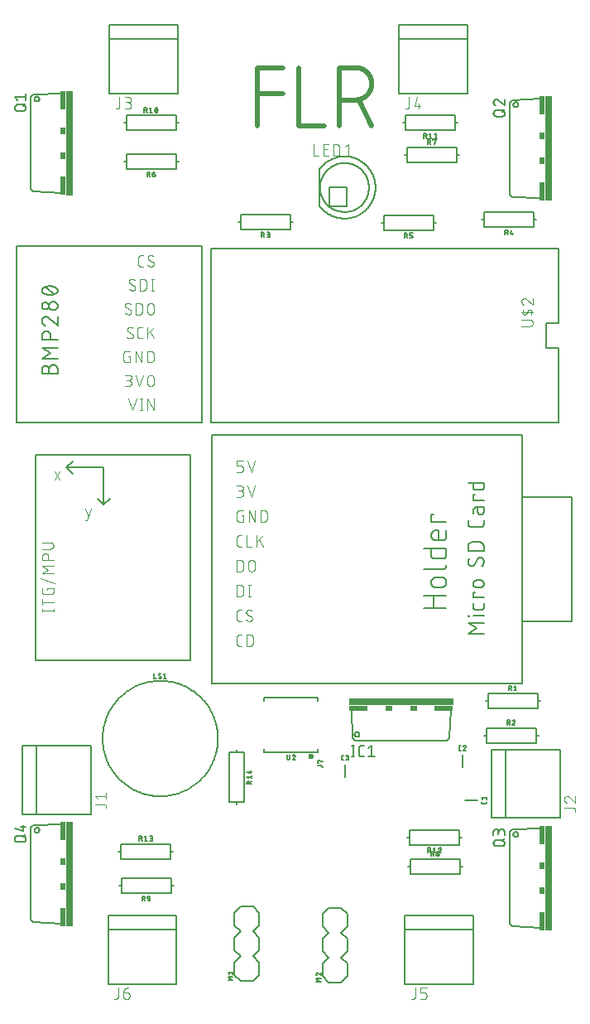
<source format=gbr>
G04 EAGLE Gerber RS-274X export*
G75*
%MOMM*%
%FSLAX34Y34*%
%LPD*%
%INSilkscreen Top*%
%IPPOS*%
%AMOC8*
5,1,8,0,0,1.08239X$1,22.5*%
G01*
%ADD10C,0.508000*%
%ADD11C,0.203200*%
%ADD12C,0.127000*%
%ADD13R,10.668000X0.762000*%
%ADD14R,1.905000X0.508000*%
%ADD15R,0.762000X0.508000*%
%ADD16C,0.101600*%
%ADD17R,0.762000X10.668000*%
%ADD18R,0.508000X1.905000*%
%ADD19R,0.508000X0.762000*%
%ADD20C,0.152400*%
%ADD21C,0.600000*%


D10*
X250598Y888024D02*
X250598Y947460D01*
X277014Y947460D01*
X277014Y921044D02*
X250598Y921044D01*
X292534Y947460D02*
X292534Y888024D01*
X318950Y888024D01*
X334440Y888024D02*
X334440Y947460D01*
X350950Y947460D01*
X351352Y947455D01*
X351754Y947440D01*
X352155Y947416D01*
X352556Y947382D01*
X352955Y947338D01*
X353354Y947284D01*
X353751Y947221D01*
X354146Y947148D01*
X354540Y947065D01*
X354931Y946973D01*
X355320Y946871D01*
X355707Y946760D01*
X356090Y946639D01*
X356471Y946510D01*
X356848Y946371D01*
X357222Y946222D01*
X357592Y946065D01*
X357958Y945899D01*
X358320Y945724D01*
X358677Y945540D01*
X359030Y945348D01*
X359378Y945147D01*
X359722Y944937D01*
X360060Y944719D01*
X360392Y944493D01*
X360719Y944259D01*
X361040Y944018D01*
X361356Y943768D01*
X361665Y943511D01*
X361967Y943246D01*
X362264Y942974D01*
X362553Y942695D01*
X362836Y942409D01*
X363111Y942116D01*
X363379Y941817D01*
X363640Y941511D01*
X363894Y941199D01*
X364140Y940881D01*
X364377Y940556D01*
X364607Y940227D01*
X364829Y939891D01*
X365043Y939551D01*
X365248Y939205D01*
X365445Y938854D01*
X365633Y938499D01*
X365813Y938139D01*
X365983Y937775D01*
X366145Y937407D01*
X366298Y937035D01*
X366441Y936660D01*
X366576Y936281D01*
X366701Y935899D01*
X366817Y935514D01*
X366923Y935126D01*
X367020Y934736D01*
X367108Y934343D01*
X367185Y933949D01*
X367254Y933553D01*
X367312Y933155D01*
X367361Y932756D01*
X367400Y932356D01*
X367429Y931955D01*
X367449Y931553D01*
X367459Y931151D01*
X367459Y930749D01*
X367449Y930347D01*
X367429Y929945D01*
X367400Y929544D01*
X367361Y929144D01*
X367312Y928745D01*
X367254Y928347D01*
X367185Y927951D01*
X367108Y927557D01*
X367020Y927164D01*
X366923Y926774D01*
X366817Y926386D01*
X366701Y926001D01*
X366576Y925619D01*
X366441Y925240D01*
X366298Y924865D01*
X366145Y924493D01*
X365983Y924125D01*
X365813Y923761D01*
X365633Y923401D01*
X365445Y923046D01*
X365248Y922695D01*
X365043Y922349D01*
X364829Y922009D01*
X364607Y921673D01*
X364377Y921344D01*
X364140Y921019D01*
X363894Y920701D01*
X363640Y920389D01*
X363379Y920083D01*
X363111Y919784D01*
X362836Y919491D01*
X362553Y919205D01*
X362264Y918926D01*
X361967Y918654D01*
X361665Y918389D01*
X361356Y918132D01*
X361040Y917882D01*
X360719Y917641D01*
X360392Y917407D01*
X360060Y917181D01*
X359722Y916963D01*
X359378Y916753D01*
X359030Y916552D01*
X358677Y916360D01*
X358320Y916176D01*
X357958Y916001D01*
X357592Y915835D01*
X357222Y915678D01*
X356848Y915529D01*
X356471Y915390D01*
X356090Y915261D01*
X355707Y915140D01*
X355320Y915029D01*
X354931Y914927D01*
X354540Y914835D01*
X354146Y914752D01*
X353751Y914679D01*
X353354Y914616D01*
X352955Y914562D01*
X352556Y914518D01*
X352155Y914484D01*
X351754Y914460D01*
X351352Y914445D01*
X350950Y914440D01*
X334440Y914440D01*
X354252Y914440D02*
X367460Y888024D01*
D11*
X462650Y198800D02*
X475350Y198800D01*
D12*
X484621Y197304D02*
X484621Y196232D01*
X484619Y196167D01*
X484613Y196103D01*
X484603Y196039D01*
X484590Y195975D01*
X484572Y195913D01*
X484551Y195852D01*
X484527Y195792D01*
X484498Y195734D01*
X484466Y195677D01*
X484431Y195623D01*
X484393Y195571D01*
X484351Y195521D01*
X484307Y195474D01*
X484260Y195430D01*
X484210Y195388D01*
X484158Y195350D01*
X484104Y195315D01*
X484047Y195283D01*
X483989Y195254D01*
X483929Y195230D01*
X483868Y195209D01*
X483806Y195191D01*
X483742Y195178D01*
X483678Y195168D01*
X483614Y195162D01*
X483549Y195160D01*
X483549Y195159D02*
X480867Y195159D01*
X480802Y195161D01*
X480738Y195167D01*
X480674Y195177D01*
X480610Y195190D01*
X480548Y195208D01*
X480487Y195229D01*
X480427Y195254D01*
X480368Y195282D01*
X480312Y195314D01*
X480257Y195349D01*
X480205Y195387D01*
X480155Y195429D01*
X480108Y195473D01*
X480064Y195520D01*
X480022Y195570D01*
X479984Y195622D01*
X479949Y195677D01*
X479917Y195733D01*
X479889Y195792D01*
X479864Y195851D01*
X479843Y195913D01*
X479825Y195975D01*
X479812Y196039D01*
X479802Y196103D01*
X479796Y196167D01*
X479794Y196232D01*
X479795Y196232D02*
X479795Y197304D01*
X480867Y199760D02*
X479795Y201100D01*
X484621Y201100D01*
X484621Y199760D02*
X484621Y202441D01*
D11*
X460400Y232650D02*
X460400Y245350D01*
D12*
X458904Y249795D02*
X457832Y249795D01*
X457767Y249797D01*
X457703Y249803D01*
X457639Y249813D01*
X457575Y249826D01*
X457513Y249844D01*
X457452Y249865D01*
X457392Y249889D01*
X457334Y249918D01*
X457277Y249950D01*
X457223Y249985D01*
X457171Y250023D01*
X457121Y250065D01*
X457074Y250109D01*
X457030Y250156D01*
X456988Y250206D01*
X456950Y250258D01*
X456915Y250312D01*
X456883Y250369D01*
X456854Y250427D01*
X456830Y250487D01*
X456809Y250548D01*
X456791Y250610D01*
X456778Y250674D01*
X456768Y250738D01*
X456762Y250802D01*
X456760Y250867D01*
X456759Y250867D02*
X456759Y253549D01*
X456760Y253549D02*
X456762Y253614D01*
X456768Y253678D01*
X456778Y253742D01*
X456791Y253806D01*
X456809Y253868D01*
X456830Y253929D01*
X456854Y253989D01*
X456883Y254047D01*
X456915Y254104D01*
X456950Y254158D01*
X456988Y254210D01*
X457030Y254260D01*
X457074Y254307D01*
X457121Y254351D01*
X457171Y254393D01*
X457223Y254431D01*
X457277Y254466D01*
X457334Y254498D01*
X457392Y254527D01*
X457452Y254551D01*
X457513Y254572D01*
X457575Y254590D01*
X457639Y254603D01*
X457703Y254613D01*
X457767Y254619D01*
X457832Y254621D01*
X458904Y254621D01*
X462834Y254621D02*
X462902Y254619D01*
X462969Y254613D01*
X463036Y254604D01*
X463103Y254591D01*
X463168Y254574D01*
X463233Y254553D01*
X463296Y254529D01*
X463358Y254501D01*
X463418Y254470D01*
X463476Y254436D01*
X463532Y254398D01*
X463587Y254358D01*
X463638Y254314D01*
X463687Y254267D01*
X463734Y254218D01*
X463778Y254167D01*
X463818Y254112D01*
X463856Y254056D01*
X463890Y253998D01*
X463921Y253938D01*
X463949Y253876D01*
X463973Y253813D01*
X463994Y253748D01*
X464011Y253683D01*
X464024Y253616D01*
X464033Y253549D01*
X464039Y253482D01*
X464041Y253414D01*
X462834Y254621D02*
X462756Y254619D01*
X462678Y254613D01*
X462601Y254603D01*
X462524Y254590D01*
X462448Y254572D01*
X462373Y254551D01*
X462299Y254526D01*
X462227Y254497D01*
X462156Y254465D01*
X462087Y254429D01*
X462019Y254390D01*
X461954Y254347D01*
X461891Y254301D01*
X461830Y254252D01*
X461772Y254200D01*
X461717Y254145D01*
X461664Y254088D01*
X461615Y254028D01*
X461568Y253965D01*
X461525Y253901D01*
X461485Y253834D01*
X461448Y253765D01*
X461415Y253694D01*
X461385Y253622D01*
X461359Y253549D01*
X463639Y252476D02*
X463688Y252525D01*
X463735Y252577D01*
X463778Y252632D01*
X463819Y252689D01*
X463857Y252748D01*
X463891Y252809D01*
X463922Y252872D01*
X463950Y252936D01*
X463974Y253002D01*
X463994Y253068D01*
X464011Y253136D01*
X464024Y253205D01*
X464033Y253274D01*
X464039Y253344D01*
X464041Y253414D01*
X463639Y252476D02*
X461360Y249795D01*
X464041Y249795D01*
D11*
X340350Y235350D02*
X340350Y222650D01*
D12*
X338854Y239795D02*
X337782Y239795D01*
X337717Y239797D01*
X337653Y239803D01*
X337589Y239813D01*
X337525Y239826D01*
X337463Y239844D01*
X337402Y239865D01*
X337342Y239889D01*
X337284Y239918D01*
X337227Y239950D01*
X337173Y239985D01*
X337121Y240023D01*
X337071Y240065D01*
X337024Y240109D01*
X336980Y240156D01*
X336938Y240206D01*
X336900Y240258D01*
X336865Y240312D01*
X336833Y240369D01*
X336804Y240427D01*
X336780Y240487D01*
X336759Y240548D01*
X336741Y240610D01*
X336728Y240674D01*
X336718Y240738D01*
X336712Y240802D01*
X336710Y240867D01*
X336709Y240867D02*
X336709Y243549D01*
X336710Y243549D02*
X336712Y243614D01*
X336718Y243678D01*
X336728Y243742D01*
X336741Y243806D01*
X336759Y243868D01*
X336780Y243929D01*
X336804Y243989D01*
X336833Y244047D01*
X336865Y244104D01*
X336900Y244158D01*
X336938Y244210D01*
X336980Y244260D01*
X337024Y244307D01*
X337071Y244351D01*
X337121Y244393D01*
X337173Y244431D01*
X337227Y244466D01*
X337284Y244498D01*
X337342Y244527D01*
X337402Y244551D01*
X337463Y244572D01*
X337525Y244590D01*
X337589Y244603D01*
X337653Y244613D01*
X337717Y244619D01*
X337782Y244621D01*
X338854Y244621D01*
X341310Y239795D02*
X342650Y239795D01*
X342721Y239797D01*
X342793Y239803D01*
X342863Y239812D01*
X342933Y239825D01*
X343003Y239842D01*
X343071Y239863D01*
X343138Y239887D01*
X343204Y239915D01*
X343268Y239946D01*
X343331Y239981D01*
X343391Y240019D01*
X343450Y240060D01*
X343506Y240104D01*
X343560Y240151D01*
X343611Y240200D01*
X343659Y240253D01*
X343705Y240308D01*
X343747Y240365D01*
X343787Y240425D01*
X343823Y240486D01*
X343856Y240550D01*
X343885Y240615D01*
X343911Y240681D01*
X343934Y240749D01*
X343953Y240818D01*
X343968Y240888D01*
X343979Y240958D01*
X343987Y241029D01*
X343991Y241100D01*
X343991Y241172D01*
X343987Y241243D01*
X343979Y241314D01*
X343968Y241384D01*
X343953Y241454D01*
X343934Y241523D01*
X343911Y241591D01*
X343885Y241657D01*
X343856Y241722D01*
X343823Y241786D01*
X343787Y241847D01*
X343747Y241907D01*
X343705Y241964D01*
X343659Y242019D01*
X343611Y242072D01*
X343560Y242121D01*
X343506Y242168D01*
X343450Y242212D01*
X343391Y242253D01*
X343331Y242291D01*
X343268Y242326D01*
X343204Y242357D01*
X343138Y242385D01*
X343071Y242409D01*
X343003Y242430D01*
X342933Y242447D01*
X342863Y242460D01*
X342793Y242469D01*
X342721Y242475D01*
X342650Y242477D01*
X342918Y244621D02*
X341310Y244621D01*
X342918Y244621D02*
X342983Y244619D01*
X343047Y244613D01*
X343111Y244603D01*
X343175Y244590D01*
X343237Y244572D01*
X343298Y244551D01*
X343358Y244527D01*
X343416Y244498D01*
X343473Y244466D01*
X343527Y244431D01*
X343579Y244393D01*
X343629Y244351D01*
X343676Y244307D01*
X343720Y244260D01*
X343762Y244210D01*
X343800Y244158D01*
X343835Y244104D01*
X343867Y244047D01*
X343896Y243989D01*
X343920Y243929D01*
X343941Y243868D01*
X343959Y243806D01*
X343972Y243742D01*
X343982Y243678D01*
X343988Y243614D01*
X343990Y243549D01*
X343988Y243484D01*
X343982Y243420D01*
X343972Y243356D01*
X343959Y243292D01*
X343941Y243230D01*
X343920Y243169D01*
X343896Y243109D01*
X343867Y243051D01*
X343835Y242994D01*
X343800Y242940D01*
X343762Y242888D01*
X343720Y242838D01*
X343676Y242791D01*
X343629Y242747D01*
X343579Y242705D01*
X343527Y242667D01*
X343473Y242632D01*
X343416Y242600D01*
X343358Y242571D01*
X343298Y242547D01*
X343237Y242526D01*
X343175Y242508D01*
X343111Y242495D01*
X343047Y242485D01*
X342983Y242479D01*
X342918Y242477D01*
X342918Y242476D02*
X341846Y242476D01*
X446930Y262460D02*
X448200Y291670D01*
X446930Y262460D02*
X444390Y259920D01*
X350410Y259920D01*
X347870Y262460D01*
X346600Y291670D01*
X349902Y266016D02*
X349904Y266116D01*
X349910Y266217D01*
X349920Y266316D01*
X349934Y266416D01*
X349951Y266515D01*
X349973Y266613D01*
X349999Y266710D01*
X350028Y266806D01*
X350061Y266900D01*
X350098Y266994D01*
X350138Y267086D01*
X350182Y267176D01*
X350230Y267264D01*
X350281Y267351D01*
X350335Y267435D01*
X350393Y267517D01*
X350454Y267597D01*
X350518Y267674D01*
X350585Y267749D01*
X350655Y267821D01*
X350728Y267890D01*
X350803Y267956D01*
X350881Y268020D01*
X350961Y268080D01*
X351044Y268137D01*
X351129Y268190D01*
X351216Y268240D01*
X351305Y268287D01*
X351395Y268330D01*
X351487Y268370D01*
X351581Y268406D01*
X351676Y268438D01*
X351772Y268466D01*
X351870Y268491D01*
X351968Y268511D01*
X352067Y268528D01*
X352167Y268541D01*
X352266Y268550D01*
X352367Y268555D01*
X352467Y268556D01*
X352567Y268553D01*
X352668Y268546D01*
X352767Y268535D01*
X352867Y268520D01*
X352965Y268502D01*
X353063Y268479D01*
X353160Y268452D01*
X353255Y268422D01*
X353350Y268388D01*
X353443Y268350D01*
X353534Y268309D01*
X353624Y268264D01*
X353712Y268216D01*
X353798Y268164D01*
X353882Y268109D01*
X353963Y268050D01*
X354042Y267988D01*
X354119Y267924D01*
X354193Y267856D01*
X354264Y267785D01*
X354333Y267712D01*
X354398Y267636D01*
X354461Y267557D01*
X354520Y267476D01*
X354576Y267393D01*
X354629Y267308D01*
X354678Y267220D01*
X354724Y267131D01*
X354766Y267040D01*
X354805Y266947D01*
X354840Y266853D01*
X354871Y266758D01*
X354899Y266661D01*
X354922Y266564D01*
X354942Y266465D01*
X354958Y266366D01*
X354970Y266267D01*
X354978Y266166D01*
X354982Y266066D01*
X354982Y265966D01*
X354978Y265866D01*
X354970Y265765D01*
X354958Y265666D01*
X354942Y265567D01*
X354922Y265468D01*
X354899Y265371D01*
X354871Y265274D01*
X354840Y265179D01*
X354805Y265085D01*
X354766Y264992D01*
X354724Y264901D01*
X354678Y264812D01*
X354629Y264724D01*
X354576Y264639D01*
X354520Y264556D01*
X354461Y264475D01*
X354398Y264396D01*
X354333Y264320D01*
X354264Y264247D01*
X354193Y264176D01*
X354119Y264108D01*
X354042Y264044D01*
X353963Y263982D01*
X353882Y263923D01*
X353798Y263868D01*
X353712Y263816D01*
X353624Y263768D01*
X353534Y263723D01*
X353443Y263682D01*
X353350Y263644D01*
X353255Y263610D01*
X353160Y263580D01*
X353063Y263553D01*
X352965Y263530D01*
X352867Y263512D01*
X352767Y263497D01*
X352668Y263486D01*
X352567Y263479D01*
X352467Y263476D01*
X352367Y263477D01*
X352266Y263482D01*
X352167Y263491D01*
X352067Y263504D01*
X351968Y263521D01*
X351870Y263541D01*
X351772Y263566D01*
X351676Y263594D01*
X351581Y263626D01*
X351487Y263662D01*
X351395Y263702D01*
X351305Y263745D01*
X351216Y263792D01*
X351129Y263842D01*
X351044Y263895D01*
X350961Y263952D01*
X350881Y264012D01*
X350803Y264076D01*
X350728Y264142D01*
X350655Y264211D01*
X350585Y264283D01*
X350518Y264358D01*
X350454Y264435D01*
X350393Y264515D01*
X350335Y264597D01*
X350281Y264681D01*
X350230Y264768D01*
X350182Y264856D01*
X350138Y264946D01*
X350098Y265038D01*
X350061Y265132D01*
X350028Y265226D01*
X349999Y265322D01*
X349973Y265419D01*
X349951Y265517D01*
X349934Y265616D01*
X349920Y265716D01*
X349910Y265815D01*
X349904Y265916D01*
X349902Y266016D01*
D13*
X397400Y299290D03*
D14*
X353585Y292940D03*
D15*
X384700Y292940D03*
X410100Y292940D03*
D14*
X441215Y292940D03*
D12*
X348505Y254713D02*
X348505Y243283D01*
X347235Y243283D02*
X349775Y243283D01*
X349775Y254713D02*
X347235Y254713D01*
X356977Y243283D02*
X359517Y243283D01*
X356977Y243283D02*
X356877Y243285D01*
X356778Y243291D01*
X356678Y243301D01*
X356580Y243314D01*
X356481Y243332D01*
X356384Y243353D01*
X356288Y243378D01*
X356192Y243407D01*
X356098Y243440D01*
X356005Y243476D01*
X355914Y243516D01*
X355824Y243560D01*
X355736Y243607D01*
X355650Y243657D01*
X355566Y243711D01*
X355484Y243768D01*
X355405Y243828D01*
X355327Y243892D01*
X355253Y243958D01*
X355181Y244027D01*
X355112Y244099D01*
X355046Y244173D01*
X354982Y244251D01*
X354922Y244330D01*
X354865Y244412D01*
X354811Y244496D01*
X354761Y244582D01*
X354714Y244670D01*
X354670Y244760D01*
X354630Y244851D01*
X354594Y244944D01*
X354561Y245038D01*
X354532Y245134D01*
X354507Y245230D01*
X354486Y245327D01*
X354468Y245426D01*
X354455Y245524D01*
X354445Y245624D01*
X354439Y245723D01*
X354437Y245823D01*
X354437Y252173D01*
X354439Y252273D01*
X354445Y252372D01*
X354455Y252472D01*
X354468Y252570D01*
X354486Y252669D01*
X354507Y252766D01*
X354532Y252862D01*
X354561Y252958D01*
X354594Y253052D01*
X354630Y253145D01*
X354670Y253236D01*
X354714Y253326D01*
X354761Y253414D01*
X354811Y253500D01*
X354865Y253584D01*
X354922Y253666D01*
X354982Y253745D01*
X355046Y253823D01*
X355112Y253897D01*
X355181Y253969D01*
X355253Y254038D01*
X355327Y254104D01*
X355405Y254168D01*
X355484Y254228D01*
X355566Y254285D01*
X355650Y254339D01*
X355736Y254389D01*
X355824Y254436D01*
X355914Y254480D01*
X356005Y254520D01*
X356098Y254556D01*
X356192Y254589D01*
X356288Y254618D01*
X356384Y254643D01*
X356481Y254664D01*
X356580Y254682D01*
X356678Y254695D01*
X356778Y254705D01*
X356877Y254711D01*
X356977Y254713D01*
X359517Y254713D01*
X363999Y252173D02*
X367174Y254713D01*
X367174Y243283D01*
X363999Y243283D02*
X370349Y243283D01*
X80400Y254400D02*
X24400Y254400D01*
X10400Y254400D01*
X10400Y184400D01*
X24400Y184400D01*
X80400Y184400D01*
X80400Y254400D01*
X24400Y254400D02*
X24400Y184400D01*
D16*
X84208Y194803D02*
X93296Y194803D01*
X93296Y194802D02*
X93395Y194800D01*
X93495Y194794D01*
X93594Y194785D01*
X93692Y194772D01*
X93790Y194755D01*
X93888Y194734D01*
X93984Y194709D01*
X94079Y194681D01*
X94173Y194649D01*
X94266Y194614D01*
X94358Y194575D01*
X94448Y194532D01*
X94536Y194487D01*
X94623Y194437D01*
X94707Y194385D01*
X94790Y194329D01*
X94870Y194271D01*
X94948Y194209D01*
X95023Y194144D01*
X95096Y194076D01*
X95166Y194006D01*
X95234Y193933D01*
X95299Y193858D01*
X95361Y193780D01*
X95419Y193700D01*
X95475Y193617D01*
X95527Y193533D01*
X95577Y193446D01*
X95622Y193358D01*
X95665Y193268D01*
X95704Y193176D01*
X95739Y193083D01*
X95771Y192989D01*
X95799Y192894D01*
X95824Y192798D01*
X95845Y192700D01*
X95862Y192602D01*
X95875Y192504D01*
X95884Y192405D01*
X95890Y192305D01*
X95892Y192206D01*
X95892Y190908D01*
X86804Y200076D02*
X84208Y203322D01*
X95892Y203322D01*
X95892Y206567D02*
X95892Y200076D01*
D12*
X504400Y250600D02*
X560400Y250600D01*
X504400Y250600D02*
X490400Y250600D01*
X490400Y180600D01*
X504400Y180600D01*
X560400Y180600D01*
X560400Y250600D01*
X504400Y250600D02*
X504400Y180600D01*
D16*
X564208Y191003D02*
X573296Y191003D01*
X573296Y191002D02*
X573395Y191000D01*
X573495Y190994D01*
X573594Y190985D01*
X573692Y190972D01*
X573790Y190955D01*
X573888Y190934D01*
X573984Y190909D01*
X574079Y190881D01*
X574173Y190849D01*
X574266Y190814D01*
X574358Y190775D01*
X574448Y190732D01*
X574536Y190687D01*
X574623Y190637D01*
X574707Y190585D01*
X574790Y190529D01*
X574870Y190471D01*
X574948Y190409D01*
X575023Y190344D01*
X575096Y190276D01*
X575166Y190206D01*
X575234Y190133D01*
X575299Y190058D01*
X575361Y189980D01*
X575419Y189900D01*
X575475Y189817D01*
X575527Y189733D01*
X575577Y189646D01*
X575622Y189558D01*
X575665Y189468D01*
X575704Y189376D01*
X575739Y189283D01*
X575771Y189189D01*
X575799Y189094D01*
X575824Y188998D01*
X575845Y188900D01*
X575862Y188802D01*
X575875Y188704D01*
X575884Y188605D01*
X575890Y188505D01*
X575892Y188406D01*
X575892Y187108D01*
X564208Y199846D02*
X564210Y199953D01*
X564216Y200059D01*
X564226Y200165D01*
X564239Y200271D01*
X564257Y200377D01*
X564278Y200481D01*
X564303Y200585D01*
X564332Y200688D01*
X564364Y200789D01*
X564401Y200889D01*
X564441Y200988D01*
X564484Y201086D01*
X564531Y201182D01*
X564582Y201276D01*
X564636Y201368D01*
X564693Y201458D01*
X564753Y201546D01*
X564817Y201631D01*
X564884Y201714D01*
X564954Y201795D01*
X565026Y201873D01*
X565102Y201949D01*
X565180Y202021D01*
X565261Y202091D01*
X565344Y202158D01*
X565429Y202222D01*
X565517Y202282D01*
X565607Y202339D01*
X565699Y202393D01*
X565793Y202444D01*
X565889Y202491D01*
X565987Y202534D01*
X566086Y202574D01*
X566186Y202611D01*
X566287Y202643D01*
X566390Y202672D01*
X566494Y202697D01*
X566598Y202718D01*
X566704Y202736D01*
X566810Y202749D01*
X566916Y202759D01*
X567022Y202765D01*
X567129Y202767D01*
X564208Y199846D02*
X564210Y199725D01*
X564216Y199604D01*
X564226Y199484D01*
X564239Y199363D01*
X564257Y199244D01*
X564278Y199124D01*
X564303Y199006D01*
X564332Y198889D01*
X564365Y198772D01*
X564401Y198657D01*
X564442Y198543D01*
X564485Y198430D01*
X564533Y198318D01*
X564584Y198209D01*
X564639Y198101D01*
X564697Y197994D01*
X564758Y197890D01*
X564823Y197788D01*
X564891Y197688D01*
X564962Y197590D01*
X565036Y197494D01*
X565113Y197401D01*
X565194Y197311D01*
X565277Y197223D01*
X565363Y197138D01*
X565452Y197055D01*
X565543Y196976D01*
X565637Y196899D01*
X565733Y196826D01*
X565831Y196756D01*
X565932Y196689D01*
X566035Y196625D01*
X566140Y196565D01*
X566247Y196507D01*
X566355Y196454D01*
X566465Y196404D01*
X566577Y196358D01*
X566690Y196315D01*
X566805Y196276D01*
X569401Y201793D02*
X569323Y201872D01*
X569243Y201948D01*
X569160Y202021D01*
X569074Y202091D01*
X568987Y202158D01*
X568896Y202222D01*
X568804Y202282D01*
X568710Y202340D01*
X568613Y202394D01*
X568515Y202444D01*
X568415Y202491D01*
X568314Y202535D01*
X568211Y202575D01*
X568106Y202611D01*
X568001Y202643D01*
X567894Y202672D01*
X567787Y202697D01*
X567678Y202719D01*
X567569Y202736D01*
X567460Y202750D01*
X567350Y202759D01*
X567239Y202765D01*
X567129Y202767D01*
X569401Y201794D02*
X575892Y196276D01*
X575892Y202767D01*
D12*
X169100Y921000D02*
X169100Y977000D01*
X169100Y991000D01*
X99100Y991000D01*
X99100Y977000D01*
X99100Y921000D01*
X169100Y921000D01*
X169100Y977000D02*
X99100Y977000D01*
D16*
X109503Y917192D02*
X109503Y908104D01*
X109502Y908104D02*
X109500Y908005D01*
X109494Y907905D01*
X109485Y907806D01*
X109472Y907708D01*
X109455Y907610D01*
X109434Y907512D01*
X109409Y907416D01*
X109381Y907321D01*
X109349Y907227D01*
X109314Y907134D01*
X109275Y907042D01*
X109232Y906952D01*
X109187Y906864D01*
X109137Y906777D01*
X109085Y906693D01*
X109029Y906610D01*
X108971Y906530D01*
X108909Y906452D01*
X108844Y906377D01*
X108776Y906304D01*
X108706Y906234D01*
X108633Y906166D01*
X108558Y906101D01*
X108480Y906039D01*
X108400Y905981D01*
X108317Y905925D01*
X108233Y905873D01*
X108146Y905823D01*
X108058Y905778D01*
X107968Y905735D01*
X107876Y905696D01*
X107783Y905661D01*
X107689Y905629D01*
X107594Y905601D01*
X107498Y905576D01*
X107400Y905555D01*
X107302Y905538D01*
X107204Y905525D01*
X107105Y905516D01*
X107005Y905510D01*
X106906Y905508D01*
X105608Y905508D01*
X114776Y905508D02*
X118022Y905508D01*
X118135Y905510D01*
X118248Y905516D01*
X118361Y905526D01*
X118474Y905540D01*
X118586Y905557D01*
X118697Y905579D01*
X118807Y905604D01*
X118917Y905634D01*
X119025Y905667D01*
X119132Y905704D01*
X119238Y905744D01*
X119342Y905789D01*
X119445Y905837D01*
X119546Y905888D01*
X119645Y905943D01*
X119742Y906001D01*
X119837Y906063D01*
X119930Y906128D01*
X120020Y906196D01*
X120108Y906267D01*
X120194Y906342D01*
X120277Y906419D01*
X120357Y906499D01*
X120434Y906582D01*
X120509Y906668D01*
X120580Y906756D01*
X120648Y906846D01*
X120713Y906939D01*
X120775Y907034D01*
X120833Y907131D01*
X120888Y907230D01*
X120939Y907331D01*
X120987Y907434D01*
X121032Y907538D01*
X121072Y907644D01*
X121109Y907751D01*
X121142Y907859D01*
X121172Y907969D01*
X121197Y908079D01*
X121219Y908190D01*
X121236Y908302D01*
X121250Y908415D01*
X121260Y908528D01*
X121266Y908641D01*
X121268Y908754D01*
X121266Y908867D01*
X121260Y908980D01*
X121250Y909093D01*
X121236Y909206D01*
X121219Y909318D01*
X121197Y909429D01*
X121172Y909539D01*
X121142Y909649D01*
X121109Y909757D01*
X121072Y909864D01*
X121032Y909970D01*
X120987Y910074D01*
X120939Y910177D01*
X120888Y910278D01*
X120833Y910377D01*
X120775Y910474D01*
X120713Y910569D01*
X120648Y910662D01*
X120580Y910752D01*
X120509Y910840D01*
X120434Y910926D01*
X120357Y911009D01*
X120277Y911089D01*
X120194Y911166D01*
X120108Y911241D01*
X120020Y911312D01*
X119930Y911380D01*
X119837Y911445D01*
X119742Y911507D01*
X119645Y911565D01*
X119546Y911620D01*
X119445Y911671D01*
X119342Y911719D01*
X119238Y911764D01*
X119132Y911804D01*
X119025Y911841D01*
X118917Y911874D01*
X118807Y911904D01*
X118697Y911929D01*
X118586Y911951D01*
X118474Y911968D01*
X118361Y911982D01*
X118248Y911992D01*
X118135Y911998D01*
X118022Y912000D01*
X118671Y917192D02*
X114776Y917192D01*
X118671Y917192D02*
X118772Y917190D01*
X118872Y917184D01*
X118972Y917174D01*
X119072Y917161D01*
X119171Y917143D01*
X119270Y917122D01*
X119367Y917097D01*
X119464Y917068D01*
X119559Y917035D01*
X119653Y916999D01*
X119745Y916959D01*
X119836Y916916D01*
X119925Y916869D01*
X120012Y916819D01*
X120098Y916765D01*
X120181Y916708D01*
X120261Y916648D01*
X120340Y916585D01*
X120416Y916518D01*
X120489Y916449D01*
X120559Y916377D01*
X120627Y916303D01*
X120692Y916226D01*
X120753Y916146D01*
X120812Y916064D01*
X120867Y915980D01*
X120919Y915894D01*
X120968Y915806D01*
X121013Y915716D01*
X121055Y915624D01*
X121093Y915531D01*
X121127Y915436D01*
X121158Y915341D01*
X121185Y915244D01*
X121208Y915146D01*
X121228Y915047D01*
X121243Y914947D01*
X121255Y914847D01*
X121263Y914747D01*
X121267Y914646D01*
X121267Y914546D01*
X121263Y914445D01*
X121255Y914345D01*
X121243Y914245D01*
X121228Y914145D01*
X121208Y914046D01*
X121185Y913948D01*
X121158Y913851D01*
X121127Y913756D01*
X121093Y913661D01*
X121055Y913568D01*
X121013Y913476D01*
X120968Y913386D01*
X120919Y913298D01*
X120867Y913212D01*
X120812Y913128D01*
X120753Y913046D01*
X120692Y912966D01*
X120627Y912889D01*
X120559Y912815D01*
X120489Y912743D01*
X120416Y912674D01*
X120340Y912607D01*
X120261Y912544D01*
X120181Y912484D01*
X120098Y912427D01*
X120012Y912373D01*
X119925Y912323D01*
X119836Y912276D01*
X119745Y912233D01*
X119653Y912193D01*
X119559Y912157D01*
X119464Y912124D01*
X119367Y912095D01*
X119270Y912070D01*
X119171Y912049D01*
X119072Y912031D01*
X118972Y912018D01*
X118872Y912008D01*
X118772Y912002D01*
X118671Y912000D01*
X118671Y911999D02*
X116074Y911999D01*
D12*
X465300Y921000D02*
X465300Y977000D01*
X465300Y991000D01*
X395300Y991000D01*
X395300Y977000D01*
X395300Y921000D01*
X465300Y921000D01*
X465300Y977000D02*
X395300Y977000D01*
D16*
X405703Y917192D02*
X405703Y908104D01*
X405702Y908104D02*
X405700Y908005D01*
X405694Y907905D01*
X405685Y907806D01*
X405672Y907708D01*
X405655Y907610D01*
X405634Y907512D01*
X405609Y907416D01*
X405581Y907321D01*
X405549Y907227D01*
X405514Y907134D01*
X405475Y907042D01*
X405432Y906952D01*
X405387Y906864D01*
X405337Y906777D01*
X405285Y906693D01*
X405229Y906610D01*
X405171Y906530D01*
X405109Y906452D01*
X405044Y906377D01*
X404976Y906304D01*
X404906Y906234D01*
X404833Y906166D01*
X404758Y906101D01*
X404680Y906039D01*
X404600Y905981D01*
X404517Y905925D01*
X404433Y905873D01*
X404346Y905823D01*
X404258Y905778D01*
X404168Y905735D01*
X404076Y905696D01*
X403983Y905661D01*
X403889Y905629D01*
X403794Y905601D01*
X403698Y905576D01*
X403600Y905555D01*
X403502Y905538D01*
X403404Y905525D01*
X403305Y905516D01*
X403205Y905510D01*
X403106Y905508D01*
X401808Y905508D01*
X410976Y908104D02*
X413573Y917192D01*
X410976Y908104D02*
X417467Y908104D01*
X415520Y910701D02*
X415520Y905508D01*
D12*
X471500Y67000D02*
X471500Y11000D01*
X471500Y67000D02*
X471500Y81000D01*
X401500Y81000D01*
X401500Y67000D01*
X401500Y11000D01*
X471500Y11000D01*
X471500Y67000D02*
X401500Y67000D01*
D16*
X411903Y7192D02*
X411903Y-1896D01*
X411902Y-1896D02*
X411900Y-1995D01*
X411894Y-2095D01*
X411885Y-2194D01*
X411872Y-2292D01*
X411855Y-2390D01*
X411834Y-2488D01*
X411809Y-2584D01*
X411781Y-2679D01*
X411749Y-2773D01*
X411714Y-2866D01*
X411675Y-2958D01*
X411632Y-3048D01*
X411587Y-3136D01*
X411537Y-3223D01*
X411485Y-3307D01*
X411429Y-3390D01*
X411371Y-3470D01*
X411309Y-3548D01*
X411244Y-3623D01*
X411176Y-3696D01*
X411106Y-3766D01*
X411033Y-3834D01*
X410958Y-3899D01*
X410880Y-3961D01*
X410800Y-4019D01*
X410717Y-4075D01*
X410633Y-4127D01*
X410546Y-4177D01*
X410458Y-4222D01*
X410368Y-4265D01*
X410276Y-4304D01*
X410183Y-4339D01*
X410089Y-4371D01*
X409994Y-4399D01*
X409898Y-4424D01*
X409800Y-4445D01*
X409702Y-4462D01*
X409604Y-4475D01*
X409505Y-4484D01*
X409405Y-4490D01*
X409306Y-4492D01*
X408008Y-4492D01*
X417176Y-4492D02*
X421071Y-4492D01*
X421170Y-4490D01*
X421270Y-4484D01*
X421369Y-4475D01*
X421467Y-4462D01*
X421565Y-4445D01*
X421663Y-4424D01*
X421759Y-4399D01*
X421854Y-4371D01*
X421948Y-4339D01*
X422041Y-4304D01*
X422133Y-4265D01*
X422223Y-4222D01*
X422311Y-4177D01*
X422398Y-4127D01*
X422482Y-4075D01*
X422565Y-4019D01*
X422645Y-3961D01*
X422723Y-3899D01*
X422798Y-3834D01*
X422871Y-3766D01*
X422941Y-3696D01*
X423009Y-3623D01*
X423074Y-3548D01*
X423136Y-3470D01*
X423194Y-3390D01*
X423250Y-3307D01*
X423302Y-3223D01*
X423352Y-3136D01*
X423397Y-3048D01*
X423440Y-2958D01*
X423479Y-2866D01*
X423514Y-2773D01*
X423546Y-2679D01*
X423574Y-2584D01*
X423599Y-2488D01*
X423620Y-2390D01*
X423637Y-2292D01*
X423650Y-2194D01*
X423659Y-2095D01*
X423665Y-1995D01*
X423667Y-1896D01*
X423667Y-597D01*
X423665Y-498D01*
X423659Y-398D01*
X423650Y-299D01*
X423637Y-201D01*
X423620Y-103D01*
X423599Y-5D01*
X423574Y91D01*
X423546Y186D01*
X423514Y280D01*
X423479Y373D01*
X423440Y465D01*
X423397Y555D01*
X423352Y643D01*
X423302Y730D01*
X423250Y814D01*
X423194Y897D01*
X423136Y977D01*
X423074Y1055D01*
X423009Y1130D01*
X422941Y1203D01*
X422871Y1273D01*
X422798Y1341D01*
X422723Y1406D01*
X422645Y1468D01*
X422565Y1526D01*
X422482Y1582D01*
X422398Y1634D01*
X422311Y1684D01*
X422223Y1729D01*
X422133Y1772D01*
X422041Y1811D01*
X421948Y1846D01*
X421854Y1878D01*
X421759Y1906D01*
X421663Y1931D01*
X421565Y1952D01*
X421467Y1969D01*
X421369Y1982D01*
X421270Y1991D01*
X421170Y1997D01*
X421071Y1999D01*
X417176Y1999D01*
X417176Y7192D01*
X423667Y7192D01*
D12*
X167700Y11000D02*
X167700Y67000D01*
X167700Y81000D01*
X97700Y81000D01*
X97700Y67000D01*
X97700Y11000D01*
X167700Y11000D01*
X167700Y67000D02*
X97700Y67000D01*
D16*
X108103Y7192D02*
X108103Y-1896D01*
X108102Y-1896D02*
X108100Y-1995D01*
X108094Y-2095D01*
X108085Y-2194D01*
X108072Y-2292D01*
X108055Y-2390D01*
X108034Y-2488D01*
X108009Y-2584D01*
X107981Y-2679D01*
X107949Y-2773D01*
X107914Y-2866D01*
X107875Y-2958D01*
X107832Y-3048D01*
X107787Y-3136D01*
X107737Y-3223D01*
X107685Y-3307D01*
X107629Y-3390D01*
X107571Y-3470D01*
X107509Y-3548D01*
X107444Y-3623D01*
X107376Y-3696D01*
X107306Y-3766D01*
X107233Y-3834D01*
X107158Y-3899D01*
X107080Y-3961D01*
X107000Y-4019D01*
X106917Y-4075D01*
X106833Y-4127D01*
X106746Y-4177D01*
X106658Y-4222D01*
X106568Y-4265D01*
X106476Y-4304D01*
X106383Y-4339D01*
X106289Y-4371D01*
X106194Y-4399D01*
X106098Y-4424D01*
X106000Y-4445D01*
X105902Y-4462D01*
X105804Y-4475D01*
X105705Y-4484D01*
X105605Y-4490D01*
X105506Y-4492D01*
X104208Y-4492D01*
X113376Y1999D02*
X117271Y1999D01*
X117370Y1997D01*
X117470Y1991D01*
X117569Y1982D01*
X117667Y1969D01*
X117765Y1952D01*
X117863Y1931D01*
X117959Y1906D01*
X118054Y1878D01*
X118148Y1846D01*
X118241Y1811D01*
X118333Y1772D01*
X118423Y1729D01*
X118511Y1684D01*
X118598Y1634D01*
X118682Y1582D01*
X118765Y1526D01*
X118845Y1468D01*
X118923Y1406D01*
X118998Y1341D01*
X119071Y1273D01*
X119141Y1203D01*
X119209Y1130D01*
X119274Y1055D01*
X119336Y977D01*
X119394Y897D01*
X119450Y814D01*
X119502Y730D01*
X119552Y643D01*
X119597Y555D01*
X119640Y465D01*
X119679Y373D01*
X119714Y280D01*
X119746Y186D01*
X119774Y91D01*
X119799Y-5D01*
X119820Y-103D01*
X119837Y-201D01*
X119850Y-299D01*
X119859Y-398D01*
X119865Y-498D01*
X119867Y-597D01*
X119867Y-1246D01*
X119868Y-1246D02*
X119866Y-1359D01*
X119860Y-1472D01*
X119850Y-1585D01*
X119836Y-1698D01*
X119819Y-1810D01*
X119797Y-1921D01*
X119772Y-2031D01*
X119742Y-2141D01*
X119709Y-2249D01*
X119672Y-2356D01*
X119632Y-2462D01*
X119587Y-2566D01*
X119539Y-2669D01*
X119488Y-2770D01*
X119433Y-2869D01*
X119375Y-2966D01*
X119313Y-3061D01*
X119248Y-3154D01*
X119180Y-3244D01*
X119109Y-3332D01*
X119034Y-3418D01*
X118957Y-3501D01*
X118877Y-3581D01*
X118794Y-3658D01*
X118708Y-3733D01*
X118620Y-3804D01*
X118530Y-3872D01*
X118437Y-3937D01*
X118342Y-3999D01*
X118245Y-4057D01*
X118146Y-4112D01*
X118045Y-4163D01*
X117942Y-4211D01*
X117838Y-4256D01*
X117732Y-4296D01*
X117625Y-4333D01*
X117517Y-4366D01*
X117407Y-4396D01*
X117297Y-4421D01*
X117186Y-4443D01*
X117074Y-4460D01*
X116961Y-4474D01*
X116848Y-4484D01*
X116735Y-4490D01*
X116622Y-4492D01*
X116509Y-4490D01*
X116396Y-4484D01*
X116283Y-4474D01*
X116170Y-4460D01*
X116058Y-4443D01*
X115947Y-4421D01*
X115837Y-4396D01*
X115727Y-4366D01*
X115619Y-4333D01*
X115512Y-4296D01*
X115406Y-4256D01*
X115302Y-4211D01*
X115199Y-4163D01*
X115098Y-4112D01*
X114999Y-4057D01*
X114902Y-3999D01*
X114807Y-3937D01*
X114714Y-3872D01*
X114624Y-3804D01*
X114536Y-3733D01*
X114450Y-3658D01*
X114367Y-3581D01*
X114287Y-3501D01*
X114210Y-3418D01*
X114135Y-3332D01*
X114064Y-3244D01*
X113996Y-3154D01*
X113931Y-3061D01*
X113869Y-2966D01*
X113811Y-2869D01*
X113756Y-2770D01*
X113705Y-2669D01*
X113657Y-2566D01*
X113612Y-2462D01*
X113572Y-2356D01*
X113535Y-2249D01*
X113502Y-2141D01*
X113472Y-2031D01*
X113447Y-1921D01*
X113425Y-1810D01*
X113408Y-1698D01*
X113394Y-1585D01*
X113384Y-1472D01*
X113378Y-1359D01*
X113376Y-1246D01*
X113376Y1999D01*
X113378Y2142D01*
X113384Y2285D01*
X113394Y2428D01*
X113408Y2570D01*
X113425Y2712D01*
X113447Y2854D01*
X113472Y2995D01*
X113502Y3135D01*
X113535Y3274D01*
X113572Y3412D01*
X113613Y3549D01*
X113657Y3685D01*
X113706Y3820D01*
X113758Y3953D01*
X113813Y4085D01*
X113873Y4215D01*
X113936Y4344D01*
X114002Y4471D01*
X114072Y4595D01*
X114145Y4718D01*
X114222Y4839D01*
X114302Y4958D01*
X114385Y5074D01*
X114471Y5189D01*
X114560Y5300D01*
X114653Y5410D01*
X114748Y5516D01*
X114847Y5620D01*
X114948Y5721D01*
X115052Y5820D01*
X115158Y5915D01*
X115268Y6008D01*
X115379Y6097D01*
X115494Y6183D01*
X115610Y6266D01*
X115729Y6346D01*
X115850Y6423D01*
X115972Y6496D01*
X116097Y6566D01*
X116224Y6632D01*
X116353Y6695D01*
X116483Y6755D01*
X116615Y6810D01*
X116748Y6862D01*
X116883Y6911D01*
X117019Y6955D01*
X117156Y6996D01*
X117294Y7033D01*
X117433Y7066D01*
X117573Y7096D01*
X117714Y7121D01*
X117856Y7143D01*
X117998Y7160D01*
X118140Y7174D01*
X118283Y7184D01*
X118426Y7190D01*
X118569Y7192D01*
D12*
X312435Y233826D02*
X316189Y233826D01*
X316254Y233824D01*
X316318Y233818D01*
X316382Y233808D01*
X316446Y233795D01*
X316508Y233777D01*
X316569Y233756D01*
X316629Y233732D01*
X316687Y233703D01*
X316744Y233671D01*
X316798Y233636D01*
X316850Y233598D01*
X316900Y233556D01*
X316947Y233512D01*
X316991Y233465D01*
X317033Y233415D01*
X317071Y233363D01*
X317106Y233309D01*
X317138Y233252D01*
X317167Y233194D01*
X317191Y233134D01*
X317212Y233073D01*
X317230Y233011D01*
X317243Y232947D01*
X317253Y232883D01*
X317259Y232819D01*
X317261Y232754D01*
X317261Y232217D01*
X312971Y236774D02*
X312435Y236774D01*
X312435Y239455D01*
X317261Y238114D01*
X314200Y805950D02*
X314200Y844050D01*
X314674Y844666D01*
X315163Y845271D01*
X315667Y845863D01*
X316185Y846443D01*
X316717Y847010D01*
X317263Y847564D01*
X317822Y848104D01*
X318395Y848630D01*
X318980Y849143D01*
X319577Y849640D01*
X320186Y850123D01*
X320807Y850591D01*
X321440Y851044D01*
X322083Y851481D01*
X322737Y851902D01*
X323401Y852306D01*
X324074Y852695D01*
X324757Y853067D01*
X325449Y853422D01*
X326149Y853760D01*
X326857Y854081D01*
X327573Y854384D01*
X328297Y854670D01*
X329026Y854938D01*
X329763Y855188D01*
X330505Y855419D01*
X331253Y855633D01*
X332005Y855828D01*
X332763Y856005D01*
X333524Y856163D01*
X334289Y856303D01*
X335057Y856423D01*
X335828Y856525D01*
X336601Y856608D01*
X337376Y856672D01*
X338152Y856717D01*
X338929Y856743D01*
X339707Y856750D01*
X340484Y856738D01*
X341261Y856707D01*
X342037Y856656D01*
X342812Y856587D01*
X343584Y856499D01*
X344354Y856392D01*
X345122Y856266D01*
X345886Y856122D01*
X346646Y855958D01*
X347402Y855776D01*
X348153Y855576D01*
X348900Y855358D01*
X349640Y855121D01*
X350375Y854866D01*
X351103Y854593D01*
X351824Y854302D01*
X352538Y853994D01*
X353244Y853669D01*
X353942Y853326D01*
X354632Y852966D01*
X355312Y852590D01*
X355983Y852197D01*
X356644Y851787D01*
X357295Y851362D01*
X357935Y850921D01*
X358564Y850464D01*
X359182Y849992D01*
X359788Y849505D01*
X360382Y849003D01*
X360964Y848487D01*
X361533Y847957D01*
X362088Y847413D01*
X362631Y846855D01*
X363159Y846285D01*
X363673Y845702D01*
X364173Y845106D01*
X364658Y844498D01*
X365128Y843879D01*
X365582Y843248D01*
X366021Y842606D01*
X366445Y841954D01*
X366852Y841291D01*
X367243Y840619D01*
X367617Y839937D01*
X367974Y839247D01*
X368314Y838548D01*
X368638Y837840D01*
X368943Y837126D01*
X369232Y836403D01*
X369502Y835674D01*
X369754Y834939D01*
X369989Y834197D01*
X370205Y833450D01*
X370403Y832698D01*
X370582Y831942D01*
X370743Y831181D01*
X370885Y830417D01*
X371008Y829649D01*
X371112Y828878D01*
X371198Y828105D01*
X371264Y827331D01*
X371312Y826555D01*
X371340Y825778D01*
X371350Y825000D01*
X371340Y824222D01*
X371312Y823445D01*
X371264Y822669D01*
X371198Y821895D01*
X371112Y821122D01*
X371008Y820351D01*
X370885Y819583D01*
X370743Y818819D01*
X370582Y818058D01*
X370403Y817302D01*
X370205Y816550D01*
X369989Y815803D01*
X369754Y815061D01*
X369502Y814326D01*
X369232Y813597D01*
X368943Y812874D01*
X368638Y812160D01*
X368314Y811452D01*
X367974Y810753D01*
X367617Y810063D01*
X367243Y809381D01*
X366852Y808709D01*
X366445Y808046D01*
X366021Y807394D01*
X365582Y806752D01*
X365128Y806121D01*
X364658Y805502D01*
X364173Y804894D01*
X363673Y804298D01*
X363159Y803715D01*
X362631Y803145D01*
X362088Y802587D01*
X361533Y802043D01*
X360964Y801513D01*
X360382Y800997D01*
X359788Y800495D01*
X359182Y800008D01*
X358564Y799536D01*
X357935Y799079D01*
X357295Y798638D01*
X356644Y798213D01*
X355983Y797803D01*
X355312Y797410D01*
X354632Y797034D01*
X353942Y796674D01*
X353244Y796331D01*
X352538Y796006D01*
X351824Y795698D01*
X351103Y795407D01*
X350375Y795134D01*
X349640Y794879D01*
X348900Y794642D01*
X348153Y794424D01*
X347402Y794224D01*
X346646Y794042D01*
X345886Y793878D01*
X345122Y793734D01*
X344354Y793608D01*
X343584Y793501D01*
X342812Y793413D01*
X342037Y793344D01*
X341261Y793293D01*
X340484Y793262D01*
X339707Y793250D01*
X338929Y793257D01*
X338152Y793283D01*
X337376Y793328D01*
X336601Y793392D01*
X335828Y793475D01*
X335057Y793577D01*
X334289Y793697D01*
X333524Y793837D01*
X332763Y793995D01*
X332005Y794172D01*
X331253Y794367D01*
X330505Y794581D01*
X329763Y794812D01*
X329026Y795062D01*
X328297Y795330D01*
X327573Y795616D01*
X326857Y795919D01*
X326149Y796240D01*
X325449Y796578D01*
X324757Y796933D01*
X324074Y797305D01*
X323401Y797694D01*
X322737Y798098D01*
X322083Y798519D01*
X321440Y798956D01*
X320807Y799409D01*
X320186Y799877D01*
X319577Y800360D01*
X318980Y800857D01*
X318395Y801370D01*
X317822Y801896D01*
X317263Y802436D01*
X316717Y802990D01*
X316185Y803557D01*
X315667Y804137D01*
X315163Y804729D01*
X314674Y805334D01*
X314200Y805950D01*
X324360Y825000D02*
X342140Y825000D01*
X342140Y805950D01*
X324360Y805950D01*
X324360Y825000D01*
X314600Y825000D02*
X314608Y825614D01*
X314630Y826227D01*
X314668Y826839D01*
X314720Y827450D01*
X314788Y828060D01*
X314871Y828668D01*
X314968Y829274D01*
X315080Y829877D01*
X315207Y830478D01*
X315349Y831075D01*
X315506Y831668D01*
X315676Y832257D01*
X315862Y832842D01*
X316061Y833422D01*
X316275Y833997D01*
X316503Y834567D01*
X316745Y835131D01*
X317000Y835689D01*
X317269Y836240D01*
X317552Y836785D01*
X317848Y837322D01*
X318157Y837853D01*
X318479Y838375D01*
X318813Y838889D01*
X319160Y839395D01*
X319520Y839892D01*
X319891Y840381D01*
X320275Y840860D01*
X320670Y841329D01*
X321076Y841789D01*
X321494Y842239D01*
X321922Y842678D01*
X322361Y843106D01*
X322811Y843524D01*
X323271Y843930D01*
X323740Y844325D01*
X324219Y844709D01*
X324708Y845080D01*
X325205Y845440D01*
X325711Y845787D01*
X326225Y846121D01*
X326747Y846443D01*
X327278Y846752D01*
X327815Y847048D01*
X328360Y847331D01*
X328911Y847600D01*
X329469Y847855D01*
X330033Y848097D01*
X330603Y848325D01*
X331178Y848539D01*
X331758Y848738D01*
X332343Y848924D01*
X332932Y849094D01*
X333525Y849251D01*
X334122Y849393D01*
X334723Y849520D01*
X335326Y849632D01*
X335932Y849729D01*
X336540Y849812D01*
X337150Y849880D01*
X337761Y849932D01*
X338373Y849970D01*
X338986Y849992D01*
X339600Y850000D01*
X340214Y849992D01*
X340827Y849970D01*
X341439Y849932D01*
X342050Y849880D01*
X342660Y849812D01*
X343268Y849729D01*
X343874Y849632D01*
X344477Y849520D01*
X345078Y849393D01*
X345675Y849251D01*
X346268Y849094D01*
X346857Y848924D01*
X347442Y848738D01*
X348022Y848539D01*
X348597Y848325D01*
X349167Y848097D01*
X349731Y847855D01*
X350289Y847600D01*
X350840Y847331D01*
X351385Y847048D01*
X351922Y846752D01*
X352453Y846443D01*
X352975Y846121D01*
X353489Y845787D01*
X353995Y845440D01*
X354492Y845080D01*
X354981Y844709D01*
X355460Y844325D01*
X355929Y843930D01*
X356389Y843524D01*
X356839Y843106D01*
X357278Y842678D01*
X357706Y842239D01*
X358124Y841789D01*
X358530Y841329D01*
X358925Y840860D01*
X359309Y840381D01*
X359680Y839892D01*
X360040Y839395D01*
X360387Y838889D01*
X360721Y838375D01*
X361043Y837853D01*
X361352Y837322D01*
X361648Y836785D01*
X361931Y836240D01*
X362200Y835689D01*
X362455Y835131D01*
X362697Y834567D01*
X362925Y833997D01*
X363139Y833422D01*
X363338Y832842D01*
X363524Y832257D01*
X363694Y831668D01*
X363851Y831075D01*
X363993Y830478D01*
X364120Y829877D01*
X364232Y829274D01*
X364329Y828668D01*
X364412Y828060D01*
X364480Y827450D01*
X364532Y826839D01*
X364570Y826227D01*
X364592Y825614D01*
X364600Y825000D01*
X364592Y824386D01*
X364570Y823773D01*
X364532Y823161D01*
X364480Y822550D01*
X364412Y821940D01*
X364329Y821332D01*
X364232Y820726D01*
X364120Y820123D01*
X363993Y819522D01*
X363851Y818925D01*
X363694Y818332D01*
X363524Y817743D01*
X363338Y817158D01*
X363139Y816578D01*
X362925Y816003D01*
X362697Y815433D01*
X362455Y814869D01*
X362200Y814311D01*
X361931Y813760D01*
X361648Y813215D01*
X361352Y812678D01*
X361043Y812147D01*
X360721Y811625D01*
X360387Y811111D01*
X360040Y810605D01*
X359680Y810108D01*
X359309Y809619D01*
X358925Y809140D01*
X358530Y808671D01*
X358124Y808211D01*
X357706Y807761D01*
X357278Y807322D01*
X356839Y806894D01*
X356389Y806476D01*
X355929Y806070D01*
X355460Y805675D01*
X354981Y805291D01*
X354492Y804920D01*
X353995Y804560D01*
X353489Y804213D01*
X352975Y803879D01*
X352453Y803557D01*
X351922Y803248D01*
X351385Y802952D01*
X350840Y802669D01*
X350289Y802400D01*
X349731Y802145D01*
X349167Y801903D01*
X348597Y801675D01*
X348022Y801461D01*
X347442Y801262D01*
X346857Y801076D01*
X346268Y800906D01*
X345675Y800749D01*
X345078Y800607D01*
X344477Y800480D01*
X343874Y800368D01*
X343268Y800271D01*
X342660Y800188D01*
X342050Y800120D01*
X341439Y800068D01*
X340827Y800030D01*
X340214Y800008D01*
X339600Y800000D01*
X338986Y800008D01*
X338373Y800030D01*
X337761Y800068D01*
X337150Y800120D01*
X336540Y800188D01*
X335932Y800271D01*
X335326Y800368D01*
X334723Y800480D01*
X334122Y800607D01*
X333525Y800749D01*
X332932Y800906D01*
X332343Y801076D01*
X331758Y801262D01*
X331178Y801461D01*
X330603Y801675D01*
X330033Y801903D01*
X329469Y802145D01*
X328911Y802400D01*
X328360Y802669D01*
X327815Y802952D01*
X327278Y803248D01*
X326747Y803557D01*
X326225Y803879D01*
X325711Y804213D01*
X325205Y804560D01*
X324708Y804920D01*
X324219Y805291D01*
X323740Y805675D01*
X323271Y806070D01*
X322811Y806476D01*
X322361Y806894D01*
X321922Y807322D01*
X321494Y807761D01*
X321076Y808211D01*
X320670Y808671D01*
X320275Y809140D01*
X319891Y809619D01*
X319520Y810108D01*
X319160Y810605D01*
X318813Y811111D01*
X318479Y811625D01*
X318157Y812147D01*
X317848Y812678D01*
X317552Y813215D01*
X317269Y813760D01*
X317000Y814311D01*
X316745Y814869D01*
X316503Y815433D01*
X316275Y816003D01*
X316061Y816578D01*
X315862Y817158D01*
X315676Y817743D01*
X315506Y818332D01*
X315349Y818925D01*
X315207Y819522D01*
X315080Y820123D01*
X314968Y820726D01*
X314871Y821332D01*
X314788Y821940D01*
X314720Y822550D01*
X314668Y823161D01*
X314630Y823773D01*
X314608Y824386D01*
X314600Y825000D01*
D16*
X308358Y857258D02*
X308358Y868942D01*
X308358Y857258D02*
X313551Y857258D01*
X318264Y857258D02*
X323457Y857258D01*
X318264Y857258D02*
X318264Y868942D01*
X323457Y868942D01*
X322159Y863749D02*
X318264Y863749D01*
X328147Y868942D02*
X328147Y857258D01*
X328147Y868942D02*
X331393Y868942D01*
X331506Y868940D01*
X331619Y868934D01*
X331732Y868924D01*
X331845Y868910D01*
X331957Y868893D01*
X332068Y868871D01*
X332178Y868846D01*
X332288Y868816D01*
X332396Y868783D01*
X332503Y868746D01*
X332609Y868706D01*
X332713Y868661D01*
X332816Y868613D01*
X332917Y868562D01*
X333016Y868507D01*
X333113Y868449D01*
X333208Y868387D01*
X333301Y868322D01*
X333391Y868254D01*
X333479Y868183D01*
X333565Y868108D01*
X333648Y868031D01*
X333728Y867951D01*
X333805Y867868D01*
X333880Y867782D01*
X333951Y867694D01*
X334019Y867604D01*
X334084Y867511D01*
X334146Y867416D01*
X334204Y867319D01*
X334259Y867220D01*
X334310Y867119D01*
X334358Y867016D01*
X334403Y866912D01*
X334443Y866806D01*
X334480Y866699D01*
X334513Y866591D01*
X334543Y866481D01*
X334568Y866371D01*
X334590Y866260D01*
X334607Y866148D01*
X334621Y866035D01*
X334631Y865922D01*
X334637Y865809D01*
X334639Y865696D01*
X334639Y860504D01*
X334637Y860391D01*
X334631Y860278D01*
X334621Y860165D01*
X334607Y860052D01*
X334590Y859940D01*
X334568Y859829D01*
X334543Y859719D01*
X334513Y859609D01*
X334480Y859501D01*
X334443Y859394D01*
X334403Y859288D01*
X334358Y859184D01*
X334310Y859081D01*
X334259Y858980D01*
X334204Y858881D01*
X334146Y858784D01*
X334084Y858689D01*
X334019Y858596D01*
X333951Y858506D01*
X333880Y858418D01*
X333805Y858332D01*
X333728Y858249D01*
X333648Y858169D01*
X333565Y858092D01*
X333479Y858017D01*
X333391Y857946D01*
X333301Y857878D01*
X333208Y857813D01*
X333113Y857751D01*
X333016Y857693D01*
X332917Y857638D01*
X332816Y857587D01*
X332713Y857539D01*
X332609Y857494D01*
X332503Y857454D01*
X332396Y857417D01*
X332288Y857384D01*
X332178Y857354D01*
X332068Y857329D01*
X331957Y857307D01*
X331845Y857290D01*
X331732Y857276D01*
X331619Y857266D01*
X331506Y857260D01*
X331393Y857258D01*
X328147Y857258D01*
X339958Y866346D02*
X343204Y868942D01*
X343204Y857258D01*
X346449Y857258D02*
X339958Y857258D01*
D11*
X92200Y261800D02*
X92218Y263248D01*
X92271Y264695D01*
X92360Y266140D01*
X92484Y267583D01*
X92644Y269022D01*
X92839Y270457D01*
X93069Y271887D01*
X93334Y273310D01*
X93634Y274727D01*
X93968Y276136D01*
X94337Y277536D01*
X94741Y278927D01*
X95178Y280307D01*
X95649Y281677D01*
X96153Y283034D01*
X96691Y284378D01*
X97262Y285709D01*
X97865Y287026D01*
X98500Y288327D01*
X99167Y289612D01*
X99865Y290881D01*
X100594Y292132D01*
X101354Y293365D01*
X102143Y294579D01*
X102962Y295773D01*
X103811Y296946D01*
X104688Y298099D01*
X105592Y299229D01*
X106525Y300337D01*
X107484Y301422D01*
X108469Y302483D01*
X109481Y303519D01*
X110517Y304531D01*
X111578Y305516D01*
X112663Y306475D01*
X113771Y307408D01*
X114901Y308312D01*
X116054Y309189D01*
X117227Y310038D01*
X118421Y310857D01*
X119635Y311646D01*
X120868Y312406D01*
X122119Y313135D01*
X123388Y313833D01*
X124673Y314500D01*
X125974Y315135D01*
X127291Y315738D01*
X128622Y316309D01*
X129966Y316847D01*
X131323Y317351D01*
X132693Y317822D01*
X134073Y318259D01*
X135464Y318663D01*
X136864Y319032D01*
X138273Y319366D01*
X139690Y319666D01*
X141113Y319931D01*
X142543Y320161D01*
X143978Y320356D01*
X145417Y320516D01*
X146860Y320640D01*
X148305Y320729D01*
X149752Y320782D01*
X151200Y320800D01*
X152648Y320782D01*
X154095Y320729D01*
X155540Y320640D01*
X156983Y320516D01*
X158422Y320356D01*
X159857Y320161D01*
X161287Y319931D01*
X162710Y319666D01*
X164127Y319366D01*
X165536Y319032D01*
X166936Y318663D01*
X168327Y318259D01*
X169707Y317822D01*
X171077Y317351D01*
X172434Y316847D01*
X173778Y316309D01*
X175109Y315738D01*
X176426Y315135D01*
X177727Y314500D01*
X179012Y313833D01*
X180281Y313135D01*
X181532Y312406D01*
X182765Y311646D01*
X183979Y310857D01*
X185173Y310038D01*
X186346Y309189D01*
X187499Y308312D01*
X188629Y307408D01*
X189737Y306475D01*
X190822Y305516D01*
X191883Y304531D01*
X192919Y303519D01*
X193931Y302483D01*
X194916Y301422D01*
X195875Y300337D01*
X196808Y299229D01*
X197712Y298099D01*
X198589Y296946D01*
X199438Y295773D01*
X200257Y294579D01*
X201046Y293365D01*
X201806Y292132D01*
X202535Y290881D01*
X203233Y289612D01*
X203900Y288327D01*
X204535Y287026D01*
X205138Y285709D01*
X205709Y284378D01*
X206247Y283034D01*
X206751Y281677D01*
X207222Y280307D01*
X207659Y278927D01*
X208063Y277536D01*
X208432Y276136D01*
X208766Y274727D01*
X209066Y273310D01*
X209331Y271887D01*
X209561Y270457D01*
X209756Y269022D01*
X209916Y267583D01*
X210040Y266140D01*
X210129Y264695D01*
X210182Y263248D01*
X210200Y261800D01*
X210182Y260352D01*
X210129Y258905D01*
X210040Y257460D01*
X209916Y256017D01*
X209756Y254578D01*
X209561Y253143D01*
X209331Y251713D01*
X209066Y250290D01*
X208766Y248873D01*
X208432Y247464D01*
X208063Y246064D01*
X207659Y244673D01*
X207222Y243293D01*
X206751Y241923D01*
X206247Y240566D01*
X205709Y239222D01*
X205138Y237891D01*
X204535Y236574D01*
X203900Y235273D01*
X203233Y233988D01*
X202535Y232719D01*
X201806Y231468D01*
X201046Y230235D01*
X200257Y229021D01*
X199438Y227827D01*
X198589Y226654D01*
X197712Y225501D01*
X196808Y224371D01*
X195875Y223263D01*
X194916Y222178D01*
X193931Y221117D01*
X192919Y220081D01*
X191883Y219069D01*
X190822Y218084D01*
X189737Y217125D01*
X188629Y216192D01*
X187499Y215288D01*
X186346Y214411D01*
X185173Y213562D01*
X183979Y212743D01*
X182765Y211954D01*
X181532Y211194D01*
X180281Y210465D01*
X179012Y209767D01*
X177727Y209100D01*
X176426Y208465D01*
X175109Y207862D01*
X173778Y207291D01*
X172434Y206753D01*
X171077Y206249D01*
X169707Y205778D01*
X168327Y205341D01*
X166936Y204937D01*
X165536Y204568D01*
X164127Y204234D01*
X162710Y203934D01*
X161287Y203669D01*
X159857Y203439D01*
X158422Y203244D01*
X156983Y203084D01*
X155540Y202960D01*
X154095Y202871D01*
X152648Y202818D01*
X151200Y202800D01*
X149752Y202818D01*
X148305Y202871D01*
X146860Y202960D01*
X145417Y203084D01*
X143978Y203244D01*
X142543Y203439D01*
X141113Y203669D01*
X139690Y203934D01*
X138273Y204234D01*
X136864Y204568D01*
X135464Y204937D01*
X134073Y205341D01*
X132693Y205778D01*
X131323Y206249D01*
X129966Y206753D01*
X128622Y207291D01*
X127291Y207862D01*
X125974Y208465D01*
X124673Y209100D01*
X123388Y209767D01*
X122119Y210465D01*
X120868Y211194D01*
X119635Y211954D01*
X118421Y212743D01*
X117227Y213562D01*
X116054Y214411D01*
X114901Y215288D01*
X113771Y216192D01*
X112663Y217125D01*
X111578Y218084D01*
X110517Y219069D01*
X109481Y220081D01*
X108469Y221117D01*
X107484Y222178D01*
X106525Y223263D01*
X105592Y224371D01*
X104688Y225501D01*
X103811Y226654D01*
X102962Y227827D01*
X102143Y229021D01*
X101354Y230235D01*
X100594Y231468D01*
X99865Y232719D01*
X99167Y233988D01*
X98500Y235273D01*
X97865Y236574D01*
X97262Y237891D01*
X96691Y239222D01*
X96153Y240566D01*
X95649Y241923D01*
X95178Y243293D01*
X94741Y244673D01*
X94337Y246064D01*
X93968Y247464D01*
X93634Y248873D01*
X93334Y250290D01*
X93069Y251713D01*
X92839Y253143D01*
X92644Y254578D01*
X92484Y256017D01*
X92360Y257460D01*
X92271Y258905D01*
X92218Y260352D01*
X92200Y261800D01*
D12*
X145023Y323395D02*
X145023Y328221D01*
X145023Y323395D02*
X147168Y323395D01*
X151001Y323395D02*
X151066Y323397D01*
X151130Y323403D01*
X151194Y323413D01*
X151258Y323426D01*
X151320Y323444D01*
X151381Y323465D01*
X151441Y323489D01*
X151499Y323518D01*
X151556Y323550D01*
X151610Y323585D01*
X151662Y323623D01*
X151712Y323665D01*
X151759Y323709D01*
X151803Y323756D01*
X151845Y323806D01*
X151883Y323858D01*
X151918Y323912D01*
X151950Y323969D01*
X151979Y324027D01*
X152003Y324087D01*
X152024Y324148D01*
X152042Y324210D01*
X152055Y324274D01*
X152065Y324338D01*
X152071Y324402D01*
X152073Y324467D01*
X151001Y323395D02*
X150907Y323397D01*
X150813Y323403D01*
X150719Y323413D01*
X150626Y323426D01*
X150534Y323444D01*
X150442Y323465D01*
X150351Y323490D01*
X150261Y323519D01*
X150173Y323552D01*
X150086Y323588D01*
X150001Y323628D01*
X149917Y323671D01*
X149836Y323718D01*
X149756Y323768D01*
X149678Y323821D01*
X149603Y323878D01*
X149530Y323937D01*
X149460Y324000D01*
X149392Y324065D01*
X149527Y327149D02*
X149529Y327214D01*
X149535Y327278D01*
X149545Y327342D01*
X149558Y327406D01*
X149576Y327468D01*
X149597Y327529D01*
X149621Y327589D01*
X149650Y327647D01*
X149682Y327704D01*
X149717Y327758D01*
X149755Y327810D01*
X149797Y327860D01*
X149841Y327907D01*
X149888Y327951D01*
X149938Y327993D01*
X149990Y328031D01*
X150044Y328066D01*
X150101Y328098D01*
X150159Y328127D01*
X150219Y328151D01*
X150280Y328172D01*
X150342Y328190D01*
X150406Y328203D01*
X150470Y328213D01*
X150534Y328219D01*
X150599Y328221D01*
X150685Y328219D01*
X150771Y328214D01*
X150857Y328204D01*
X150942Y328191D01*
X151027Y328175D01*
X151111Y328155D01*
X151194Y328131D01*
X151276Y328104D01*
X151356Y328073D01*
X151436Y328039D01*
X151513Y328001D01*
X151589Y327960D01*
X151663Y327916D01*
X151735Y327869D01*
X151806Y327819D01*
X150063Y326211D02*
X150010Y326244D01*
X149959Y326281D01*
X149910Y326320D01*
X149863Y326362D01*
X149819Y326407D01*
X149778Y326454D01*
X149739Y326503D01*
X149703Y326555D01*
X149670Y326609D01*
X149641Y326664D01*
X149615Y326721D01*
X149592Y326780D01*
X149572Y326839D01*
X149556Y326900D01*
X149543Y326961D01*
X149534Y327024D01*
X149529Y327086D01*
X149527Y327149D01*
X151537Y325405D02*
X151590Y325372D01*
X151641Y325335D01*
X151690Y325296D01*
X151737Y325254D01*
X151781Y325209D01*
X151822Y325162D01*
X151861Y325113D01*
X151897Y325061D01*
X151930Y325007D01*
X151959Y324952D01*
X151985Y324895D01*
X152008Y324836D01*
X152028Y324777D01*
X152044Y324716D01*
X152057Y324655D01*
X152066Y324592D01*
X152071Y324530D01*
X152073Y324467D01*
X151537Y325406D02*
X150063Y326210D01*
X154696Y327149D02*
X156037Y328221D01*
X156037Y323395D01*
X157377Y323395D02*
X154696Y323395D01*
D11*
X227200Y71250D02*
X233550Y64900D01*
X227200Y71250D02*
X227200Y83950D01*
X233550Y90300D01*
X246250Y90300D02*
X252600Y83950D01*
X252600Y71250D01*
X246250Y64900D01*
X227200Y33150D02*
X227200Y20450D01*
X227200Y33150D02*
X233550Y39500D01*
X246250Y39500D02*
X252600Y33150D01*
X233550Y39500D02*
X227200Y45850D01*
X227200Y58550D01*
X233550Y64900D01*
X246250Y64900D02*
X252600Y58550D01*
X252600Y45850D01*
X246250Y39500D01*
X246250Y14100D02*
X233550Y14100D01*
X227200Y20450D01*
X246250Y14100D02*
X252600Y20450D01*
X252600Y33150D01*
X246250Y90300D02*
X233550Y90300D01*
D12*
X225295Y14735D02*
X220469Y14735D01*
X223150Y16344D01*
X220469Y17952D01*
X225295Y17952D01*
X221541Y21038D02*
X220469Y22379D01*
X225295Y22379D01*
X225295Y23719D02*
X225295Y21038D01*
D11*
X317200Y69850D02*
X323550Y63500D01*
X317200Y69850D02*
X317200Y82550D01*
X323550Y88900D01*
X336250Y88900D02*
X342600Y82550D01*
X342600Y69850D01*
X336250Y63500D01*
X317200Y31750D02*
X317200Y19050D01*
X317200Y31750D02*
X323550Y38100D01*
X336250Y38100D02*
X342600Y31750D01*
X323550Y38100D02*
X317200Y44450D01*
X317200Y57150D01*
X323550Y63500D01*
X336250Y63500D02*
X342600Y57150D01*
X342600Y44450D01*
X336250Y38100D01*
X336250Y12700D02*
X323550Y12700D01*
X317200Y19050D01*
X336250Y12700D02*
X342600Y19050D01*
X342600Y31750D01*
X336250Y88900D02*
X323550Y88900D01*
D12*
X315295Y13335D02*
X310469Y13335D01*
X313150Y14944D01*
X310469Y16552D01*
X315295Y16552D01*
X310469Y21113D02*
X310471Y21181D01*
X310477Y21248D01*
X310486Y21315D01*
X310499Y21382D01*
X310516Y21447D01*
X310537Y21512D01*
X310561Y21575D01*
X310589Y21637D01*
X310620Y21697D01*
X310654Y21755D01*
X310692Y21811D01*
X310732Y21866D01*
X310776Y21917D01*
X310823Y21966D01*
X310872Y22013D01*
X310923Y22057D01*
X310978Y22097D01*
X311034Y22135D01*
X311092Y22169D01*
X311152Y22200D01*
X311214Y22228D01*
X311277Y22252D01*
X311342Y22273D01*
X311407Y22290D01*
X311474Y22303D01*
X311541Y22312D01*
X311608Y22318D01*
X311676Y22320D01*
X310469Y21113D02*
X310471Y21035D01*
X310477Y20957D01*
X310487Y20880D01*
X310500Y20803D01*
X310518Y20727D01*
X310539Y20652D01*
X310564Y20578D01*
X310593Y20506D01*
X310625Y20435D01*
X310661Y20366D01*
X310700Y20298D01*
X310743Y20233D01*
X310789Y20170D01*
X310838Y20109D01*
X310890Y20051D01*
X310945Y19996D01*
X311002Y19943D01*
X311062Y19894D01*
X311125Y19847D01*
X311190Y19804D01*
X311256Y19764D01*
X311325Y19727D01*
X311396Y19694D01*
X311468Y19664D01*
X311542Y19638D01*
X312614Y21917D02*
X312565Y21966D01*
X312513Y22013D01*
X312458Y22056D01*
X312401Y22097D01*
X312342Y22135D01*
X312281Y22169D01*
X312218Y22200D01*
X312154Y22228D01*
X312088Y22252D01*
X312022Y22272D01*
X311954Y22289D01*
X311885Y22302D01*
X311816Y22311D01*
X311746Y22317D01*
X311676Y22319D01*
X312614Y21917D02*
X315295Y19638D01*
X315295Y22319D01*
X50570Y819700D02*
X21360Y820970D01*
X18820Y823510D01*
X18820Y917490D01*
X21360Y920030D01*
X50570Y921300D01*
X22376Y915458D02*
X22378Y915558D01*
X22384Y915659D01*
X22394Y915758D01*
X22408Y915858D01*
X22425Y915957D01*
X22447Y916055D01*
X22473Y916152D01*
X22502Y916248D01*
X22535Y916342D01*
X22572Y916436D01*
X22612Y916528D01*
X22656Y916618D01*
X22704Y916706D01*
X22755Y916793D01*
X22809Y916877D01*
X22867Y916959D01*
X22928Y917039D01*
X22992Y917116D01*
X23059Y917191D01*
X23129Y917263D01*
X23202Y917332D01*
X23277Y917398D01*
X23355Y917462D01*
X23435Y917522D01*
X23518Y917579D01*
X23603Y917632D01*
X23690Y917682D01*
X23779Y917729D01*
X23869Y917772D01*
X23961Y917812D01*
X24055Y917848D01*
X24150Y917880D01*
X24246Y917908D01*
X24344Y917933D01*
X24442Y917953D01*
X24541Y917970D01*
X24641Y917983D01*
X24740Y917992D01*
X24841Y917997D01*
X24941Y917998D01*
X25041Y917995D01*
X25142Y917988D01*
X25241Y917977D01*
X25341Y917962D01*
X25439Y917944D01*
X25537Y917921D01*
X25634Y917894D01*
X25729Y917864D01*
X25824Y917830D01*
X25917Y917792D01*
X26008Y917751D01*
X26098Y917706D01*
X26186Y917658D01*
X26272Y917606D01*
X26356Y917551D01*
X26437Y917492D01*
X26516Y917430D01*
X26593Y917366D01*
X26667Y917298D01*
X26738Y917227D01*
X26807Y917154D01*
X26872Y917078D01*
X26935Y916999D01*
X26994Y916918D01*
X27050Y916835D01*
X27103Y916750D01*
X27152Y916662D01*
X27198Y916573D01*
X27240Y916482D01*
X27279Y916389D01*
X27314Y916295D01*
X27345Y916200D01*
X27373Y916103D01*
X27396Y916006D01*
X27416Y915907D01*
X27432Y915808D01*
X27444Y915709D01*
X27452Y915608D01*
X27456Y915508D01*
X27456Y915408D01*
X27452Y915308D01*
X27444Y915207D01*
X27432Y915108D01*
X27416Y915009D01*
X27396Y914910D01*
X27373Y914813D01*
X27345Y914716D01*
X27314Y914621D01*
X27279Y914527D01*
X27240Y914434D01*
X27198Y914343D01*
X27152Y914254D01*
X27103Y914166D01*
X27050Y914081D01*
X26994Y913998D01*
X26935Y913917D01*
X26872Y913838D01*
X26807Y913762D01*
X26738Y913689D01*
X26667Y913618D01*
X26593Y913550D01*
X26516Y913486D01*
X26437Y913424D01*
X26356Y913365D01*
X26272Y913310D01*
X26186Y913258D01*
X26098Y913210D01*
X26008Y913165D01*
X25917Y913124D01*
X25824Y913086D01*
X25729Y913052D01*
X25634Y913022D01*
X25537Y912995D01*
X25439Y912972D01*
X25341Y912954D01*
X25241Y912939D01*
X25142Y912928D01*
X25041Y912921D01*
X24941Y912918D01*
X24841Y912919D01*
X24740Y912924D01*
X24641Y912933D01*
X24541Y912946D01*
X24442Y912963D01*
X24344Y912983D01*
X24246Y913008D01*
X24150Y913036D01*
X24055Y913068D01*
X23961Y913104D01*
X23869Y913144D01*
X23779Y913187D01*
X23690Y913234D01*
X23603Y913284D01*
X23518Y913337D01*
X23435Y913394D01*
X23355Y913454D01*
X23277Y913518D01*
X23202Y913584D01*
X23129Y913653D01*
X23059Y913725D01*
X22992Y913800D01*
X22928Y913877D01*
X22867Y913957D01*
X22809Y914039D01*
X22755Y914123D01*
X22704Y914210D01*
X22656Y914298D01*
X22612Y914388D01*
X22572Y914480D01*
X22535Y914574D01*
X22502Y914668D01*
X22473Y914764D01*
X22447Y914861D01*
X22425Y914959D01*
X22408Y915058D01*
X22394Y915158D01*
X22384Y915257D01*
X22378Y915358D01*
X22376Y915458D01*
D17*
X58190Y870500D03*
D18*
X51840Y914315D03*
D19*
X51840Y883200D03*
X51840Y857800D03*
D18*
X51840Y826685D03*
D12*
X10438Y903254D02*
X5358Y903254D01*
X5247Y903256D01*
X5137Y903262D01*
X5026Y903271D01*
X4916Y903285D01*
X4807Y903302D01*
X4698Y903323D01*
X4590Y903348D01*
X4483Y903377D01*
X4377Y903409D01*
X4272Y903445D01*
X4169Y903485D01*
X4067Y903528D01*
X3966Y903575D01*
X3867Y903626D01*
X3771Y903679D01*
X3676Y903736D01*
X3583Y903797D01*
X3492Y903860D01*
X3403Y903927D01*
X3317Y903997D01*
X3234Y904070D01*
X3152Y904145D01*
X3074Y904223D01*
X2999Y904305D01*
X2926Y904388D01*
X2856Y904474D01*
X2789Y904563D01*
X2726Y904654D01*
X2665Y904747D01*
X2608Y904842D01*
X2555Y904938D01*
X2504Y905037D01*
X2457Y905138D01*
X2414Y905240D01*
X2374Y905343D01*
X2338Y905448D01*
X2306Y905554D01*
X2277Y905661D01*
X2252Y905769D01*
X2231Y905878D01*
X2214Y905987D01*
X2200Y906097D01*
X2191Y906208D01*
X2185Y906318D01*
X2183Y906429D01*
X2185Y906540D01*
X2191Y906650D01*
X2200Y906761D01*
X2214Y906871D01*
X2231Y906980D01*
X2252Y907089D01*
X2277Y907197D01*
X2306Y907304D01*
X2338Y907410D01*
X2374Y907515D01*
X2414Y907618D01*
X2457Y907720D01*
X2504Y907821D01*
X2555Y907920D01*
X2608Y908017D01*
X2665Y908111D01*
X2726Y908204D01*
X2789Y908295D01*
X2856Y908384D01*
X2926Y908470D01*
X2999Y908553D01*
X3074Y908635D01*
X3152Y908713D01*
X3234Y908788D01*
X3317Y908861D01*
X3403Y908931D01*
X3492Y908998D01*
X3583Y909061D01*
X3676Y909122D01*
X3770Y909179D01*
X3867Y909232D01*
X3966Y909283D01*
X4067Y909330D01*
X4169Y909373D01*
X4272Y909413D01*
X4377Y909449D01*
X4483Y909481D01*
X4590Y909510D01*
X4698Y909535D01*
X4807Y909556D01*
X4916Y909573D01*
X5026Y909587D01*
X5137Y909596D01*
X5247Y909602D01*
X5358Y909604D01*
X10438Y909604D01*
X10549Y909602D01*
X10659Y909596D01*
X10770Y909587D01*
X10880Y909573D01*
X10989Y909556D01*
X11098Y909535D01*
X11206Y909510D01*
X11313Y909481D01*
X11419Y909449D01*
X11524Y909413D01*
X11627Y909373D01*
X11729Y909330D01*
X11830Y909283D01*
X11929Y909232D01*
X12026Y909179D01*
X12120Y909122D01*
X12213Y909061D01*
X12304Y908998D01*
X12393Y908931D01*
X12479Y908861D01*
X12562Y908788D01*
X12644Y908713D01*
X12722Y908635D01*
X12797Y908553D01*
X12870Y908470D01*
X12940Y908384D01*
X13007Y908295D01*
X13070Y908204D01*
X13131Y908111D01*
X13188Y908016D01*
X13241Y907920D01*
X13292Y907821D01*
X13339Y907720D01*
X13382Y907618D01*
X13422Y907515D01*
X13458Y907410D01*
X13490Y907304D01*
X13519Y907197D01*
X13544Y907089D01*
X13565Y906980D01*
X13582Y906871D01*
X13596Y906761D01*
X13605Y906650D01*
X13611Y906540D01*
X13613Y906429D01*
X13611Y906318D01*
X13605Y906208D01*
X13596Y906097D01*
X13582Y905987D01*
X13565Y905878D01*
X13544Y905769D01*
X13519Y905661D01*
X13490Y905554D01*
X13458Y905448D01*
X13422Y905343D01*
X13382Y905240D01*
X13339Y905138D01*
X13292Y905037D01*
X13241Y904938D01*
X13188Y904842D01*
X13131Y904747D01*
X13070Y904654D01*
X13007Y904563D01*
X12940Y904474D01*
X12870Y904388D01*
X12797Y904305D01*
X12722Y904223D01*
X12644Y904145D01*
X12562Y904070D01*
X12479Y903997D01*
X12393Y903927D01*
X12304Y903860D01*
X12213Y903797D01*
X12120Y903736D01*
X12025Y903679D01*
X11929Y903626D01*
X11830Y903575D01*
X11729Y903528D01*
X11627Y903485D01*
X11524Y903445D01*
X11419Y903409D01*
X11313Y903377D01*
X11206Y903348D01*
X11098Y903323D01*
X10989Y903302D01*
X10880Y903285D01*
X10770Y903271D01*
X10659Y903262D01*
X10549Y903256D01*
X10438Y903254D01*
X11073Y908334D02*
X13613Y910874D01*
X4723Y914315D02*
X2183Y917490D01*
X13613Y917490D01*
X13613Y914315D02*
X13613Y920665D01*
X511360Y815270D02*
X540570Y814000D01*
X511360Y815270D02*
X508820Y817810D01*
X508820Y911790D01*
X511360Y914330D01*
X540570Y915600D01*
X512376Y909758D02*
X512378Y909858D01*
X512384Y909959D01*
X512394Y910058D01*
X512408Y910158D01*
X512425Y910257D01*
X512447Y910355D01*
X512473Y910452D01*
X512502Y910548D01*
X512535Y910642D01*
X512572Y910736D01*
X512612Y910828D01*
X512656Y910918D01*
X512704Y911006D01*
X512755Y911093D01*
X512809Y911177D01*
X512867Y911259D01*
X512928Y911339D01*
X512992Y911416D01*
X513059Y911491D01*
X513129Y911563D01*
X513202Y911632D01*
X513277Y911698D01*
X513355Y911762D01*
X513435Y911822D01*
X513518Y911879D01*
X513603Y911932D01*
X513690Y911982D01*
X513779Y912029D01*
X513869Y912072D01*
X513961Y912112D01*
X514055Y912148D01*
X514150Y912180D01*
X514246Y912208D01*
X514344Y912233D01*
X514442Y912253D01*
X514541Y912270D01*
X514641Y912283D01*
X514740Y912292D01*
X514841Y912297D01*
X514941Y912298D01*
X515041Y912295D01*
X515142Y912288D01*
X515241Y912277D01*
X515341Y912262D01*
X515439Y912244D01*
X515537Y912221D01*
X515634Y912194D01*
X515729Y912164D01*
X515824Y912130D01*
X515917Y912092D01*
X516008Y912051D01*
X516098Y912006D01*
X516186Y911958D01*
X516272Y911906D01*
X516356Y911851D01*
X516437Y911792D01*
X516516Y911730D01*
X516593Y911666D01*
X516667Y911598D01*
X516738Y911527D01*
X516807Y911454D01*
X516872Y911378D01*
X516935Y911299D01*
X516994Y911218D01*
X517050Y911135D01*
X517103Y911050D01*
X517152Y910962D01*
X517198Y910873D01*
X517240Y910782D01*
X517279Y910689D01*
X517314Y910595D01*
X517345Y910500D01*
X517373Y910403D01*
X517396Y910306D01*
X517416Y910207D01*
X517432Y910108D01*
X517444Y910009D01*
X517452Y909908D01*
X517456Y909808D01*
X517456Y909708D01*
X517452Y909608D01*
X517444Y909507D01*
X517432Y909408D01*
X517416Y909309D01*
X517396Y909210D01*
X517373Y909113D01*
X517345Y909016D01*
X517314Y908921D01*
X517279Y908827D01*
X517240Y908734D01*
X517198Y908643D01*
X517152Y908554D01*
X517103Y908466D01*
X517050Y908381D01*
X516994Y908298D01*
X516935Y908217D01*
X516872Y908138D01*
X516807Y908062D01*
X516738Y907989D01*
X516667Y907918D01*
X516593Y907850D01*
X516516Y907786D01*
X516437Y907724D01*
X516356Y907665D01*
X516272Y907610D01*
X516186Y907558D01*
X516098Y907510D01*
X516008Y907465D01*
X515917Y907424D01*
X515824Y907386D01*
X515729Y907352D01*
X515634Y907322D01*
X515537Y907295D01*
X515439Y907272D01*
X515341Y907254D01*
X515241Y907239D01*
X515142Y907228D01*
X515041Y907221D01*
X514941Y907218D01*
X514841Y907219D01*
X514740Y907224D01*
X514641Y907233D01*
X514541Y907246D01*
X514442Y907263D01*
X514344Y907283D01*
X514246Y907308D01*
X514150Y907336D01*
X514055Y907368D01*
X513961Y907404D01*
X513869Y907444D01*
X513779Y907487D01*
X513690Y907534D01*
X513603Y907584D01*
X513518Y907637D01*
X513435Y907694D01*
X513355Y907754D01*
X513277Y907818D01*
X513202Y907884D01*
X513129Y907953D01*
X513059Y908025D01*
X512992Y908100D01*
X512928Y908177D01*
X512867Y908257D01*
X512809Y908339D01*
X512755Y908423D01*
X512704Y908510D01*
X512656Y908598D01*
X512612Y908688D01*
X512572Y908780D01*
X512535Y908874D01*
X512502Y908968D01*
X512473Y909064D01*
X512447Y909161D01*
X512425Y909259D01*
X512408Y909358D01*
X512394Y909458D01*
X512384Y909557D01*
X512378Y909658D01*
X512376Y909758D01*
D17*
X548190Y864800D03*
D18*
X541840Y908615D03*
D19*
X541840Y877500D03*
X541840Y852100D03*
D18*
X541840Y820985D03*
D12*
X500438Y897554D02*
X495358Y897554D01*
X495247Y897556D01*
X495137Y897562D01*
X495026Y897571D01*
X494916Y897585D01*
X494807Y897602D01*
X494698Y897623D01*
X494590Y897648D01*
X494483Y897677D01*
X494377Y897709D01*
X494272Y897745D01*
X494169Y897785D01*
X494067Y897828D01*
X493966Y897875D01*
X493867Y897926D01*
X493771Y897979D01*
X493676Y898036D01*
X493583Y898097D01*
X493492Y898160D01*
X493403Y898227D01*
X493317Y898297D01*
X493234Y898370D01*
X493152Y898445D01*
X493074Y898523D01*
X492999Y898605D01*
X492926Y898688D01*
X492856Y898774D01*
X492789Y898863D01*
X492726Y898954D01*
X492665Y899047D01*
X492608Y899142D01*
X492555Y899238D01*
X492504Y899337D01*
X492457Y899438D01*
X492414Y899540D01*
X492374Y899643D01*
X492338Y899748D01*
X492306Y899854D01*
X492277Y899961D01*
X492252Y900069D01*
X492231Y900178D01*
X492214Y900287D01*
X492200Y900397D01*
X492191Y900508D01*
X492185Y900618D01*
X492183Y900729D01*
X492185Y900840D01*
X492191Y900950D01*
X492200Y901061D01*
X492214Y901171D01*
X492231Y901280D01*
X492252Y901389D01*
X492277Y901497D01*
X492306Y901604D01*
X492338Y901710D01*
X492374Y901815D01*
X492414Y901918D01*
X492457Y902020D01*
X492504Y902121D01*
X492555Y902220D01*
X492608Y902317D01*
X492665Y902411D01*
X492726Y902504D01*
X492789Y902595D01*
X492856Y902684D01*
X492926Y902770D01*
X492999Y902853D01*
X493074Y902935D01*
X493152Y903013D01*
X493234Y903088D01*
X493317Y903161D01*
X493403Y903231D01*
X493492Y903298D01*
X493583Y903361D01*
X493676Y903422D01*
X493771Y903479D01*
X493867Y903532D01*
X493966Y903583D01*
X494067Y903630D01*
X494169Y903673D01*
X494272Y903713D01*
X494377Y903749D01*
X494483Y903781D01*
X494590Y903810D01*
X494698Y903835D01*
X494807Y903856D01*
X494916Y903873D01*
X495026Y903887D01*
X495137Y903896D01*
X495247Y903902D01*
X495358Y903904D01*
X500438Y903904D01*
X500549Y903902D01*
X500659Y903896D01*
X500770Y903887D01*
X500880Y903873D01*
X500989Y903856D01*
X501098Y903835D01*
X501206Y903810D01*
X501313Y903781D01*
X501419Y903749D01*
X501524Y903713D01*
X501627Y903673D01*
X501729Y903630D01*
X501830Y903583D01*
X501929Y903532D01*
X502026Y903479D01*
X502120Y903422D01*
X502213Y903361D01*
X502304Y903298D01*
X502393Y903231D01*
X502479Y903161D01*
X502562Y903088D01*
X502644Y903013D01*
X502722Y902935D01*
X502797Y902853D01*
X502870Y902770D01*
X502940Y902684D01*
X503007Y902595D01*
X503070Y902504D01*
X503131Y902411D01*
X503188Y902316D01*
X503241Y902220D01*
X503292Y902121D01*
X503339Y902020D01*
X503382Y901918D01*
X503422Y901815D01*
X503458Y901710D01*
X503490Y901604D01*
X503519Y901497D01*
X503544Y901389D01*
X503565Y901280D01*
X503582Y901171D01*
X503596Y901061D01*
X503605Y900950D01*
X503611Y900840D01*
X503613Y900729D01*
X503611Y900618D01*
X503605Y900508D01*
X503596Y900397D01*
X503582Y900287D01*
X503565Y900178D01*
X503544Y900069D01*
X503519Y899961D01*
X503490Y899854D01*
X503458Y899748D01*
X503422Y899643D01*
X503382Y899540D01*
X503339Y899438D01*
X503292Y899337D01*
X503241Y899238D01*
X503188Y899142D01*
X503131Y899047D01*
X503070Y898954D01*
X503007Y898863D01*
X502940Y898774D01*
X502870Y898688D01*
X502797Y898605D01*
X502722Y898523D01*
X502644Y898445D01*
X502562Y898370D01*
X502479Y898297D01*
X502393Y898227D01*
X502304Y898160D01*
X502213Y898097D01*
X502120Y898036D01*
X502026Y897979D01*
X501929Y897926D01*
X501830Y897875D01*
X501729Y897828D01*
X501627Y897785D01*
X501524Y897745D01*
X501419Y897709D01*
X501313Y897677D01*
X501206Y897648D01*
X501098Y897623D01*
X500989Y897602D01*
X500880Y897585D01*
X500770Y897571D01*
X500659Y897562D01*
X500549Y897556D01*
X500438Y897554D01*
X501073Y902634D02*
X503613Y905174D01*
X495041Y914966D02*
X494937Y914964D01*
X494832Y914958D01*
X494728Y914949D01*
X494625Y914936D01*
X494522Y914918D01*
X494420Y914898D01*
X494318Y914873D01*
X494218Y914845D01*
X494118Y914813D01*
X494020Y914777D01*
X493923Y914738D01*
X493828Y914696D01*
X493734Y914650D01*
X493642Y914600D01*
X493552Y914548D01*
X493464Y914492D01*
X493378Y914432D01*
X493294Y914370D01*
X493213Y914305D01*
X493134Y914237D01*
X493057Y914165D01*
X492984Y914092D01*
X492912Y914015D01*
X492844Y913936D01*
X492779Y913855D01*
X492717Y913771D01*
X492657Y913685D01*
X492601Y913597D01*
X492549Y913507D01*
X492499Y913415D01*
X492453Y913321D01*
X492411Y913226D01*
X492372Y913129D01*
X492336Y913031D01*
X492304Y912931D01*
X492276Y912831D01*
X492251Y912729D01*
X492231Y912627D01*
X492213Y912524D01*
X492200Y912421D01*
X492191Y912317D01*
X492185Y912212D01*
X492183Y912108D01*
X492185Y911990D01*
X492191Y911871D01*
X492200Y911753D01*
X492213Y911636D01*
X492231Y911519D01*
X492251Y911402D01*
X492276Y911286D01*
X492304Y911171D01*
X492337Y911058D01*
X492372Y910945D01*
X492412Y910833D01*
X492454Y910723D01*
X492501Y910614D01*
X492551Y910506D01*
X492604Y910401D01*
X492661Y910297D01*
X492721Y910195D01*
X492784Y910095D01*
X492851Y909997D01*
X492920Y909901D01*
X492993Y909808D01*
X493069Y909717D01*
X493147Y909628D01*
X493229Y909542D01*
X493313Y909459D01*
X493399Y909378D01*
X493489Y909301D01*
X493580Y909226D01*
X493674Y909154D01*
X493771Y909085D01*
X493869Y909020D01*
X493970Y908957D01*
X494073Y908898D01*
X494177Y908842D01*
X494283Y908790D01*
X494391Y908741D01*
X494500Y908696D01*
X494611Y908654D01*
X494723Y908616D01*
X497263Y914013D02*
X497188Y914089D01*
X497109Y914164D01*
X497028Y914235D01*
X496944Y914304D01*
X496858Y914369D01*
X496770Y914431D01*
X496680Y914491D01*
X496588Y914547D01*
X496493Y914600D01*
X496397Y914649D01*
X496299Y914695D01*
X496200Y914738D01*
X496099Y914777D01*
X495997Y914812D01*
X495894Y914844D01*
X495790Y914872D01*
X495685Y914897D01*
X495578Y914918D01*
X495472Y914935D01*
X495365Y914948D01*
X495257Y914957D01*
X495149Y914963D01*
X495041Y914965D01*
X497263Y914013D02*
X503613Y908615D01*
X503613Y914965D01*
X511360Y69570D02*
X540570Y68300D01*
X511360Y69570D02*
X508820Y72110D01*
X508820Y166090D01*
X511360Y168630D01*
X540570Y169900D01*
X512376Y164058D02*
X512378Y164158D01*
X512384Y164259D01*
X512394Y164358D01*
X512408Y164458D01*
X512425Y164557D01*
X512447Y164655D01*
X512473Y164752D01*
X512502Y164848D01*
X512535Y164942D01*
X512572Y165036D01*
X512612Y165128D01*
X512656Y165218D01*
X512704Y165306D01*
X512755Y165393D01*
X512809Y165477D01*
X512867Y165559D01*
X512928Y165639D01*
X512992Y165716D01*
X513059Y165791D01*
X513129Y165863D01*
X513202Y165932D01*
X513277Y165998D01*
X513355Y166062D01*
X513435Y166122D01*
X513518Y166179D01*
X513603Y166232D01*
X513690Y166282D01*
X513779Y166329D01*
X513869Y166372D01*
X513961Y166412D01*
X514055Y166448D01*
X514150Y166480D01*
X514246Y166508D01*
X514344Y166533D01*
X514442Y166553D01*
X514541Y166570D01*
X514641Y166583D01*
X514740Y166592D01*
X514841Y166597D01*
X514941Y166598D01*
X515041Y166595D01*
X515142Y166588D01*
X515241Y166577D01*
X515341Y166562D01*
X515439Y166544D01*
X515537Y166521D01*
X515634Y166494D01*
X515729Y166464D01*
X515824Y166430D01*
X515917Y166392D01*
X516008Y166351D01*
X516098Y166306D01*
X516186Y166258D01*
X516272Y166206D01*
X516356Y166151D01*
X516437Y166092D01*
X516516Y166030D01*
X516593Y165966D01*
X516667Y165898D01*
X516738Y165827D01*
X516807Y165754D01*
X516872Y165678D01*
X516935Y165599D01*
X516994Y165518D01*
X517050Y165435D01*
X517103Y165350D01*
X517152Y165262D01*
X517198Y165173D01*
X517240Y165082D01*
X517279Y164989D01*
X517314Y164895D01*
X517345Y164800D01*
X517373Y164703D01*
X517396Y164606D01*
X517416Y164507D01*
X517432Y164408D01*
X517444Y164309D01*
X517452Y164208D01*
X517456Y164108D01*
X517456Y164008D01*
X517452Y163908D01*
X517444Y163807D01*
X517432Y163708D01*
X517416Y163609D01*
X517396Y163510D01*
X517373Y163413D01*
X517345Y163316D01*
X517314Y163221D01*
X517279Y163127D01*
X517240Y163034D01*
X517198Y162943D01*
X517152Y162854D01*
X517103Y162766D01*
X517050Y162681D01*
X516994Y162598D01*
X516935Y162517D01*
X516872Y162438D01*
X516807Y162362D01*
X516738Y162289D01*
X516667Y162218D01*
X516593Y162150D01*
X516516Y162086D01*
X516437Y162024D01*
X516356Y161965D01*
X516272Y161910D01*
X516186Y161858D01*
X516098Y161810D01*
X516008Y161765D01*
X515917Y161724D01*
X515824Y161686D01*
X515729Y161652D01*
X515634Y161622D01*
X515537Y161595D01*
X515439Y161572D01*
X515341Y161554D01*
X515241Y161539D01*
X515142Y161528D01*
X515041Y161521D01*
X514941Y161518D01*
X514841Y161519D01*
X514740Y161524D01*
X514641Y161533D01*
X514541Y161546D01*
X514442Y161563D01*
X514344Y161583D01*
X514246Y161608D01*
X514150Y161636D01*
X514055Y161668D01*
X513961Y161704D01*
X513869Y161744D01*
X513779Y161787D01*
X513690Y161834D01*
X513603Y161884D01*
X513518Y161937D01*
X513435Y161994D01*
X513355Y162054D01*
X513277Y162118D01*
X513202Y162184D01*
X513129Y162253D01*
X513059Y162325D01*
X512992Y162400D01*
X512928Y162477D01*
X512867Y162557D01*
X512809Y162639D01*
X512755Y162723D01*
X512704Y162810D01*
X512656Y162898D01*
X512612Y162988D01*
X512572Y163080D01*
X512535Y163174D01*
X512502Y163268D01*
X512473Y163364D01*
X512447Y163461D01*
X512425Y163559D01*
X512408Y163658D01*
X512394Y163758D01*
X512384Y163857D01*
X512378Y163958D01*
X512376Y164058D01*
D17*
X548190Y119100D03*
D18*
X541840Y162915D03*
D19*
X541840Y131800D03*
X541840Y106400D03*
D18*
X541840Y75285D03*
D12*
X500438Y151854D02*
X495358Y151854D01*
X495247Y151856D01*
X495137Y151862D01*
X495026Y151871D01*
X494916Y151885D01*
X494807Y151902D01*
X494698Y151923D01*
X494590Y151948D01*
X494483Y151977D01*
X494377Y152009D01*
X494272Y152045D01*
X494169Y152085D01*
X494067Y152128D01*
X493966Y152175D01*
X493867Y152226D01*
X493771Y152279D01*
X493676Y152336D01*
X493583Y152397D01*
X493492Y152460D01*
X493403Y152527D01*
X493317Y152597D01*
X493234Y152670D01*
X493152Y152745D01*
X493074Y152823D01*
X492999Y152905D01*
X492926Y152988D01*
X492856Y153074D01*
X492789Y153163D01*
X492726Y153254D01*
X492665Y153347D01*
X492608Y153442D01*
X492555Y153538D01*
X492504Y153637D01*
X492457Y153738D01*
X492414Y153840D01*
X492374Y153943D01*
X492338Y154048D01*
X492306Y154154D01*
X492277Y154261D01*
X492252Y154369D01*
X492231Y154478D01*
X492214Y154587D01*
X492200Y154697D01*
X492191Y154808D01*
X492185Y154918D01*
X492183Y155029D01*
X492185Y155140D01*
X492191Y155250D01*
X492200Y155361D01*
X492214Y155471D01*
X492231Y155580D01*
X492252Y155689D01*
X492277Y155797D01*
X492306Y155904D01*
X492338Y156010D01*
X492374Y156115D01*
X492414Y156218D01*
X492457Y156320D01*
X492504Y156421D01*
X492555Y156520D01*
X492608Y156617D01*
X492665Y156711D01*
X492726Y156804D01*
X492789Y156895D01*
X492856Y156984D01*
X492926Y157070D01*
X492999Y157153D01*
X493074Y157235D01*
X493152Y157313D01*
X493234Y157388D01*
X493317Y157461D01*
X493403Y157531D01*
X493492Y157598D01*
X493583Y157661D01*
X493676Y157722D01*
X493771Y157779D01*
X493867Y157832D01*
X493966Y157883D01*
X494067Y157930D01*
X494169Y157973D01*
X494272Y158013D01*
X494377Y158049D01*
X494483Y158081D01*
X494590Y158110D01*
X494698Y158135D01*
X494807Y158156D01*
X494916Y158173D01*
X495026Y158187D01*
X495137Y158196D01*
X495247Y158202D01*
X495358Y158204D01*
X500438Y158204D01*
X500549Y158202D01*
X500659Y158196D01*
X500770Y158187D01*
X500880Y158173D01*
X500989Y158156D01*
X501098Y158135D01*
X501206Y158110D01*
X501313Y158081D01*
X501419Y158049D01*
X501524Y158013D01*
X501627Y157973D01*
X501729Y157930D01*
X501830Y157883D01*
X501929Y157832D01*
X502026Y157779D01*
X502120Y157722D01*
X502213Y157661D01*
X502304Y157598D01*
X502393Y157531D01*
X502479Y157461D01*
X502562Y157388D01*
X502644Y157313D01*
X502722Y157235D01*
X502797Y157153D01*
X502870Y157070D01*
X502940Y156984D01*
X503007Y156895D01*
X503070Y156804D01*
X503131Y156711D01*
X503188Y156616D01*
X503241Y156520D01*
X503292Y156421D01*
X503339Y156320D01*
X503382Y156218D01*
X503422Y156115D01*
X503458Y156010D01*
X503490Y155904D01*
X503519Y155797D01*
X503544Y155689D01*
X503565Y155580D01*
X503582Y155471D01*
X503596Y155361D01*
X503605Y155250D01*
X503611Y155140D01*
X503613Y155029D01*
X503611Y154918D01*
X503605Y154808D01*
X503596Y154697D01*
X503582Y154587D01*
X503565Y154478D01*
X503544Y154369D01*
X503519Y154261D01*
X503490Y154154D01*
X503458Y154048D01*
X503422Y153943D01*
X503382Y153840D01*
X503339Y153738D01*
X503292Y153637D01*
X503241Y153538D01*
X503188Y153441D01*
X503131Y153347D01*
X503070Y153254D01*
X503007Y153163D01*
X502940Y153074D01*
X502870Y152988D01*
X502797Y152905D01*
X502722Y152823D01*
X502644Y152745D01*
X502562Y152670D01*
X502479Y152597D01*
X502393Y152527D01*
X502304Y152460D01*
X502213Y152397D01*
X502120Y152336D01*
X502026Y152279D01*
X501929Y152226D01*
X501830Y152175D01*
X501729Y152128D01*
X501627Y152085D01*
X501524Y152045D01*
X501419Y152009D01*
X501313Y151977D01*
X501206Y151948D01*
X501098Y151923D01*
X500989Y151902D01*
X500880Y151885D01*
X500770Y151871D01*
X500659Y151862D01*
X500549Y151856D01*
X500438Y151854D01*
X501073Y156934D02*
X503613Y159474D01*
X503613Y162915D02*
X503613Y166090D01*
X503611Y166201D01*
X503605Y166311D01*
X503596Y166422D01*
X503582Y166532D01*
X503565Y166641D01*
X503544Y166750D01*
X503519Y166858D01*
X503490Y166965D01*
X503458Y167071D01*
X503422Y167176D01*
X503382Y167279D01*
X503339Y167381D01*
X503292Y167482D01*
X503241Y167581D01*
X503188Y167678D01*
X503131Y167772D01*
X503070Y167865D01*
X503007Y167956D01*
X502940Y168045D01*
X502870Y168131D01*
X502797Y168214D01*
X502722Y168296D01*
X502644Y168374D01*
X502562Y168449D01*
X502479Y168522D01*
X502393Y168592D01*
X502304Y168659D01*
X502213Y168722D01*
X502120Y168783D01*
X502026Y168840D01*
X501929Y168893D01*
X501830Y168944D01*
X501729Y168991D01*
X501627Y169034D01*
X501524Y169074D01*
X501419Y169110D01*
X501313Y169142D01*
X501206Y169171D01*
X501098Y169196D01*
X500989Y169217D01*
X500880Y169234D01*
X500770Y169248D01*
X500659Y169257D01*
X500549Y169263D01*
X500438Y169265D01*
X500327Y169263D01*
X500217Y169257D01*
X500106Y169248D01*
X499996Y169234D01*
X499887Y169217D01*
X499778Y169196D01*
X499670Y169171D01*
X499563Y169142D01*
X499457Y169110D01*
X499352Y169074D01*
X499249Y169034D01*
X499147Y168991D01*
X499046Y168944D01*
X498947Y168893D01*
X498851Y168840D01*
X498756Y168783D01*
X498663Y168722D01*
X498572Y168659D01*
X498483Y168592D01*
X498397Y168522D01*
X498314Y168449D01*
X498232Y168374D01*
X498154Y168296D01*
X498079Y168214D01*
X498006Y168131D01*
X497936Y168045D01*
X497869Y167956D01*
X497806Y167865D01*
X497745Y167772D01*
X497688Y167678D01*
X497635Y167581D01*
X497584Y167482D01*
X497537Y167381D01*
X497494Y167279D01*
X497454Y167176D01*
X497418Y167071D01*
X497386Y166965D01*
X497357Y166858D01*
X497332Y166750D01*
X497311Y166641D01*
X497294Y166532D01*
X497280Y166422D01*
X497271Y166311D01*
X497265Y166201D01*
X497263Y166090D01*
X492183Y166725D02*
X492183Y162915D01*
X492183Y166725D02*
X492185Y166825D01*
X492191Y166924D01*
X492201Y167024D01*
X492214Y167122D01*
X492232Y167221D01*
X492253Y167318D01*
X492278Y167414D01*
X492307Y167510D01*
X492340Y167604D01*
X492376Y167697D01*
X492416Y167788D01*
X492460Y167878D01*
X492507Y167966D01*
X492557Y168052D01*
X492611Y168136D01*
X492668Y168218D01*
X492728Y168297D01*
X492792Y168375D01*
X492858Y168449D01*
X492927Y168521D01*
X492999Y168590D01*
X493073Y168656D01*
X493151Y168720D01*
X493230Y168780D01*
X493312Y168837D01*
X493396Y168891D01*
X493482Y168941D01*
X493570Y168988D01*
X493660Y169032D01*
X493751Y169072D01*
X493844Y169108D01*
X493938Y169141D01*
X494034Y169170D01*
X494130Y169195D01*
X494227Y169216D01*
X494326Y169234D01*
X494424Y169247D01*
X494524Y169257D01*
X494623Y169263D01*
X494723Y169265D01*
X494823Y169263D01*
X494922Y169257D01*
X495022Y169247D01*
X495120Y169234D01*
X495219Y169216D01*
X495316Y169195D01*
X495412Y169170D01*
X495508Y169141D01*
X495602Y169108D01*
X495695Y169072D01*
X495786Y169032D01*
X495876Y168988D01*
X495964Y168941D01*
X496050Y168891D01*
X496134Y168837D01*
X496216Y168780D01*
X496295Y168720D01*
X496373Y168656D01*
X496447Y168590D01*
X496519Y168521D01*
X496588Y168449D01*
X496654Y168375D01*
X496718Y168297D01*
X496778Y168218D01*
X496835Y168136D01*
X496889Y168052D01*
X496939Y167966D01*
X496986Y167878D01*
X497030Y167788D01*
X497070Y167697D01*
X497106Y167604D01*
X497139Y167510D01*
X497168Y167414D01*
X497193Y167318D01*
X497214Y167221D01*
X497232Y167122D01*
X497245Y167024D01*
X497255Y166924D01*
X497261Y166825D01*
X497263Y166725D01*
X497263Y164185D01*
X50570Y72600D02*
X21360Y73870D01*
X18820Y76410D01*
X18820Y170390D01*
X21360Y172930D01*
X50570Y174200D01*
X22376Y168358D02*
X22378Y168458D01*
X22384Y168559D01*
X22394Y168658D01*
X22408Y168758D01*
X22425Y168857D01*
X22447Y168955D01*
X22473Y169052D01*
X22502Y169148D01*
X22535Y169242D01*
X22572Y169336D01*
X22612Y169428D01*
X22656Y169518D01*
X22704Y169606D01*
X22755Y169693D01*
X22809Y169777D01*
X22867Y169859D01*
X22928Y169939D01*
X22992Y170016D01*
X23059Y170091D01*
X23129Y170163D01*
X23202Y170232D01*
X23277Y170298D01*
X23355Y170362D01*
X23435Y170422D01*
X23518Y170479D01*
X23603Y170532D01*
X23690Y170582D01*
X23779Y170629D01*
X23869Y170672D01*
X23961Y170712D01*
X24055Y170748D01*
X24150Y170780D01*
X24246Y170808D01*
X24344Y170833D01*
X24442Y170853D01*
X24541Y170870D01*
X24641Y170883D01*
X24740Y170892D01*
X24841Y170897D01*
X24941Y170898D01*
X25041Y170895D01*
X25142Y170888D01*
X25241Y170877D01*
X25341Y170862D01*
X25439Y170844D01*
X25537Y170821D01*
X25634Y170794D01*
X25729Y170764D01*
X25824Y170730D01*
X25917Y170692D01*
X26008Y170651D01*
X26098Y170606D01*
X26186Y170558D01*
X26272Y170506D01*
X26356Y170451D01*
X26437Y170392D01*
X26516Y170330D01*
X26593Y170266D01*
X26667Y170198D01*
X26738Y170127D01*
X26807Y170054D01*
X26872Y169978D01*
X26935Y169899D01*
X26994Y169818D01*
X27050Y169735D01*
X27103Y169650D01*
X27152Y169562D01*
X27198Y169473D01*
X27240Y169382D01*
X27279Y169289D01*
X27314Y169195D01*
X27345Y169100D01*
X27373Y169003D01*
X27396Y168906D01*
X27416Y168807D01*
X27432Y168708D01*
X27444Y168609D01*
X27452Y168508D01*
X27456Y168408D01*
X27456Y168308D01*
X27452Y168208D01*
X27444Y168107D01*
X27432Y168008D01*
X27416Y167909D01*
X27396Y167810D01*
X27373Y167713D01*
X27345Y167616D01*
X27314Y167521D01*
X27279Y167427D01*
X27240Y167334D01*
X27198Y167243D01*
X27152Y167154D01*
X27103Y167066D01*
X27050Y166981D01*
X26994Y166898D01*
X26935Y166817D01*
X26872Y166738D01*
X26807Y166662D01*
X26738Y166589D01*
X26667Y166518D01*
X26593Y166450D01*
X26516Y166386D01*
X26437Y166324D01*
X26356Y166265D01*
X26272Y166210D01*
X26186Y166158D01*
X26098Y166110D01*
X26008Y166065D01*
X25917Y166024D01*
X25824Y165986D01*
X25729Y165952D01*
X25634Y165922D01*
X25537Y165895D01*
X25439Y165872D01*
X25341Y165854D01*
X25241Y165839D01*
X25142Y165828D01*
X25041Y165821D01*
X24941Y165818D01*
X24841Y165819D01*
X24740Y165824D01*
X24641Y165833D01*
X24541Y165846D01*
X24442Y165863D01*
X24344Y165883D01*
X24246Y165908D01*
X24150Y165936D01*
X24055Y165968D01*
X23961Y166004D01*
X23869Y166044D01*
X23779Y166087D01*
X23690Y166134D01*
X23603Y166184D01*
X23518Y166237D01*
X23435Y166294D01*
X23355Y166354D01*
X23277Y166418D01*
X23202Y166484D01*
X23129Y166553D01*
X23059Y166625D01*
X22992Y166700D01*
X22928Y166777D01*
X22867Y166857D01*
X22809Y166939D01*
X22755Y167023D01*
X22704Y167110D01*
X22656Y167198D01*
X22612Y167288D01*
X22572Y167380D01*
X22535Y167474D01*
X22502Y167568D01*
X22473Y167664D01*
X22447Y167761D01*
X22425Y167859D01*
X22408Y167958D01*
X22394Y168058D01*
X22384Y168157D01*
X22378Y168258D01*
X22376Y168358D01*
D17*
X58190Y123400D03*
D18*
X51840Y167215D03*
D19*
X51840Y136100D03*
X51840Y110700D03*
D18*
X51840Y79585D03*
D12*
X10438Y156154D02*
X5358Y156154D01*
X5247Y156156D01*
X5137Y156162D01*
X5026Y156171D01*
X4916Y156185D01*
X4807Y156202D01*
X4698Y156223D01*
X4590Y156248D01*
X4483Y156277D01*
X4377Y156309D01*
X4272Y156345D01*
X4169Y156385D01*
X4067Y156428D01*
X3966Y156475D01*
X3867Y156526D01*
X3771Y156579D01*
X3676Y156636D01*
X3583Y156697D01*
X3492Y156760D01*
X3403Y156827D01*
X3317Y156897D01*
X3234Y156970D01*
X3152Y157045D01*
X3074Y157123D01*
X2999Y157205D01*
X2926Y157288D01*
X2856Y157374D01*
X2789Y157463D01*
X2726Y157554D01*
X2665Y157647D01*
X2608Y157742D01*
X2555Y157838D01*
X2504Y157937D01*
X2457Y158038D01*
X2414Y158140D01*
X2374Y158243D01*
X2338Y158348D01*
X2306Y158454D01*
X2277Y158561D01*
X2252Y158669D01*
X2231Y158778D01*
X2214Y158887D01*
X2200Y158997D01*
X2191Y159108D01*
X2185Y159218D01*
X2183Y159329D01*
X2185Y159440D01*
X2191Y159550D01*
X2200Y159661D01*
X2214Y159771D01*
X2231Y159880D01*
X2252Y159989D01*
X2277Y160097D01*
X2306Y160204D01*
X2338Y160310D01*
X2374Y160415D01*
X2414Y160518D01*
X2457Y160620D01*
X2504Y160721D01*
X2555Y160820D01*
X2608Y160917D01*
X2665Y161011D01*
X2726Y161104D01*
X2789Y161195D01*
X2856Y161284D01*
X2926Y161370D01*
X2999Y161453D01*
X3074Y161535D01*
X3152Y161613D01*
X3234Y161688D01*
X3317Y161761D01*
X3403Y161831D01*
X3492Y161898D01*
X3583Y161961D01*
X3676Y162022D01*
X3770Y162079D01*
X3867Y162132D01*
X3966Y162183D01*
X4067Y162230D01*
X4169Y162273D01*
X4272Y162313D01*
X4377Y162349D01*
X4483Y162381D01*
X4590Y162410D01*
X4698Y162435D01*
X4807Y162456D01*
X4916Y162473D01*
X5026Y162487D01*
X5137Y162496D01*
X5247Y162502D01*
X5358Y162504D01*
X10438Y162504D01*
X10549Y162502D01*
X10659Y162496D01*
X10770Y162487D01*
X10880Y162473D01*
X10989Y162456D01*
X11098Y162435D01*
X11206Y162410D01*
X11313Y162381D01*
X11419Y162349D01*
X11524Y162313D01*
X11627Y162273D01*
X11729Y162230D01*
X11830Y162183D01*
X11929Y162132D01*
X12026Y162079D01*
X12120Y162022D01*
X12213Y161961D01*
X12304Y161898D01*
X12393Y161831D01*
X12479Y161761D01*
X12562Y161688D01*
X12644Y161613D01*
X12722Y161535D01*
X12797Y161453D01*
X12870Y161370D01*
X12940Y161284D01*
X13007Y161195D01*
X13070Y161104D01*
X13131Y161011D01*
X13188Y160916D01*
X13241Y160820D01*
X13292Y160721D01*
X13339Y160620D01*
X13382Y160518D01*
X13422Y160415D01*
X13458Y160310D01*
X13490Y160204D01*
X13519Y160097D01*
X13544Y159989D01*
X13565Y159880D01*
X13582Y159771D01*
X13596Y159661D01*
X13605Y159550D01*
X13611Y159440D01*
X13613Y159329D01*
X13611Y159218D01*
X13605Y159108D01*
X13596Y158997D01*
X13582Y158887D01*
X13565Y158778D01*
X13544Y158669D01*
X13519Y158561D01*
X13490Y158454D01*
X13458Y158348D01*
X13422Y158243D01*
X13382Y158140D01*
X13339Y158038D01*
X13292Y157937D01*
X13241Y157838D01*
X13188Y157741D01*
X13131Y157647D01*
X13070Y157554D01*
X13007Y157463D01*
X12940Y157374D01*
X12870Y157288D01*
X12797Y157205D01*
X12722Y157123D01*
X12644Y157045D01*
X12562Y156970D01*
X12479Y156897D01*
X12393Y156827D01*
X12304Y156760D01*
X12213Y156697D01*
X12120Y156636D01*
X12025Y156579D01*
X11929Y156526D01*
X11830Y156475D01*
X11729Y156428D01*
X11627Y156385D01*
X11524Y156345D01*
X11419Y156309D01*
X11313Y156277D01*
X11206Y156248D01*
X11098Y156223D01*
X10989Y156202D01*
X10880Y156185D01*
X10770Y156171D01*
X10659Y156162D01*
X10549Y156156D01*
X10438Y156154D01*
X11073Y161234D02*
X13613Y163774D01*
X11073Y167215D02*
X2183Y169755D01*
X11073Y167215D02*
X11073Y173565D01*
X8533Y171660D02*
X13613Y171660D01*
D11*
X486300Y307720D02*
X537100Y307720D01*
X537100Y300100D01*
X537100Y292480D01*
X486300Y292480D01*
X486300Y300100D01*
X486300Y307720D01*
X537100Y300100D02*
X539640Y300100D01*
X486300Y300100D02*
X483760Y300100D01*
D12*
X507648Y310895D02*
X507648Y315721D01*
X508989Y315721D01*
X509060Y315719D01*
X509132Y315713D01*
X509202Y315704D01*
X509272Y315691D01*
X509342Y315674D01*
X509410Y315653D01*
X509477Y315629D01*
X509543Y315601D01*
X509607Y315570D01*
X509670Y315535D01*
X509730Y315497D01*
X509789Y315456D01*
X509845Y315412D01*
X509899Y315365D01*
X509950Y315316D01*
X509998Y315263D01*
X510044Y315208D01*
X510086Y315151D01*
X510126Y315091D01*
X510162Y315030D01*
X510195Y314966D01*
X510224Y314901D01*
X510250Y314835D01*
X510273Y314767D01*
X510292Y314698D01*
X510307Y314628D01*
X510318Y314558D01*
X510326Y314487D01*
X510330Y314416D01*
X510330Y314344D01*
X510326Y314273D01*
X510318Y314202D01*
X510307Y314132D01*
X510292Y314062D01*
X510273Y313993D01*
X510250Y313925D01*
X510224Y313859D01*
X510195Y313794D01*
X510162Y313730D01*
X510126Y313669D01*
X510086Y313609D01*
X510044Y313552D01*
X509998Y313497D01*
X509950Y313444D01*
X509899Y313395D01*
X509845Y313348D01*
X509789Y313304D01*
X509730Y313263D01*
X509670Y313225D01*
X509607Y313190D01*
X509543Y313159D01*
X509477Y313131D01*
X509410Y313107D01*
X509342Y313086D01*
X509272Y313069D01*
X509202Y313056D01*
X509132Y313047D01*
X509060Y313041D01*
X508989Y313039D01*
X508989Y313040D02*
X507648Y313040D01*
X509257Y313040D02*
X510329Y310895D01*
X513071Y314649D02*
X514411Y315721D01*
X514411Y310895D01*
X513071Y310895D02*
X515752Y310895D01*
D11*
X167100Y898520D02*
X116300Y898520D01*
X167100Y898520D02*
X167100Y890900D01*
X167100Y883280D01*
X116300Y883280D01*
X116300Y890900D01*
X116300Y898520D01*
X167100Y890900D02*
X169640Y890900D01*
X116300Y890900D02*
X113760Y890900D01*
D12*
X134905Y901695D02*
X134905Y906521D01*
X136246Y906521D01*
X136317Y906519D01*
X136389Y906513D01*
X136459Y906504D01*
X136529Y906491D01*
X136599Y906474D01*
X136667Y906453D01*
X136734Y906429D01*
X136800Y906401D01*
X136864Y906370D01*
X136927Y906335D01*
X136987Y906297D01*
X137046Y906256D01*
X137102Y906212D01*
X137156Y906165D01*
X137207Y906116D01*
X137255Y906063D01*
X137301Y906008D01*
X137343Y905951D01*
X137383Y905891D01*
X137419Y905830D01*
X137452Y905766D01*
X137481Y905701D01*
X137507Y905635D01*
X137530Y905567D01*
X137549Y905498D01*
X137564Y905428D01*
X137575Y905358D01*
X137583Y905287D01*
X137587Y905216D01*
X137587Y905144D01*
X137583Y905073D01*
X137575Y905002D01*
X137564Y904932D01*
X137549Y904862D01*
X137530Y904793D01*
X137507Y904725D01*
X137481Y904659D01*
X137452Y904594D01*
X137419Y904530D01*
X137383Y904469D01*
X137343Y904409D01*
X137301Y904352D01*
X137255Y904297D01*
X137207Y904244D01*
X137156Y904195D01*
X137102Y904148D01*
X137046Y904104D01*
X136987Y904063D01*
X136927Y904025D01*
X136864Y903990D01*
X136800Y903959D01*
X136734Y903931D01*
X136667Y903907D01*
X136599Y903886D01*
X136529Y903869D01*
X136459Y903856D01*
X136389Y903847D01*
X136317Y903841D01*
X136246Y903839D01*
X136246Y903840D02*
X134905Y903840D01*
X136514Y903840D02*
X137586Y901695D01*
X140328Y905449D02*
X141668Y906521D01*
X141668Y901695D01*
X140328Y901695D02*
X143009Y901695D01*
X145814Y904108D02*
X145816Y904228D01*
X145821Y904348D01*
X145830Y904468D01*
X145843Y904588D01*
X145859Y904707D01*
X145879Y904826D01*
X145903Y904944D01*
X145930Y905061D01*
X145960Y905177D01*
X145994Y905292D01*
X146032Y905407D01*
X146073Y905520D01*
X146117Y905631D01*
X146165Y905742D01*
X146216Y905851D01*
X146217Y905851D02*
X146238Y905908D01*
X146264Y905964D01*
X146292Y906019D01*
X146324Y906071D01*
X146360Y906122D01*
X146398Y906170D01*
X146439Y906216D01*
X146483Y906259D01*
X146529Y906299D01*
X146578Y906336D01*
X146630Y906370D01*
X146683Y906401D01*
X146738Y906429D01*
X146794Y906453D01*
X146852Y906474D01*
X146911Y906491D01*
X146971Y906504D01*
X147032Y906513D01*
X147094Y906519D01*
X147155Y906521D01*
X147216Y906519D01*
X147278Y906513D01*
X147339Y906504D01*
X147399Y906491D01*
X147458Y906474D01*
X147516Y906453D01*
X147572Y906429D01*
X147627Y906401D01*
X147680Y906370D01*
X147732Y906336D01*
X147781Y906299D01*
X147827Y906259D01*
X147871Y906216D01*
X147912Y906170D01*
X147950Y906122D01*
X147986Y906071D01*
X148018Y906019D01*
X148046Y905964D01*
X148072Y905908D01*
X148093Y905851D01*
X148144Y905742D01*
X148192Y905631D01*
X148236Y905520D01*
X148277Y905407D01*
X148315Y905292D01*
X148349Y905177D01*
X148379Y905061D01*
X148406Y904944D01*
X148430Y904826D01*
X148450Y904707D01*
X148466Y904588D01*
X148479Y904468D01*
X148488Y904348D01*
X148493Y904228D01*
X148495Y904108D01*
X145814Y904108D02*
X145816Y903988D01*
X145821Y903868D01*
X145830Y903748D01*
X145843Y903628D01*
X145859Y903509D01*
X145879Y903390D01*
X145903Y903272D01*
X145930Y903155D01*
X145960Y903039D01*
X145994Y902924D01*
X146032Y902809D01*
X146073Y902696D01*
X146117Y902585D01*
X146165Y902474D01*
X146216Y902365D01*
X146217Y902365D02*
X146238Y902308D01*
X146264Y902252D01*
X146292Y902197D01*
X146324Y902145D01*
X146360Y902094D01*
X146398Y902046D01*
X146439Y902000D01*
X146483Y901957D01*
X146529Y901917D01*
X146578Y901880D01*
X146630Y901846D01*
X146683Y901815D01*
X146738Y901787D01*
X146794Y901763D01*
X146852Y901742D01*
X146911Y901725D01*
X146971Y901712D01*
X147032Y901703D01*
X147094Y901697D01*
X147155Y901695D01*
X148093Y902365D02*
X148144Y902474D01*
X148192Y902585D01*
X148236Y902696D01*
X148277Y902809D01*
X148315Y902924D01*
X148349Y903039D01*
X148379Y903155D01*
X148406Y903272D01*
X148430Y903390D01*
X148450Y903509D01*
X148466Y903628D01*
X148479Y903748D01*
X148488Y903868D01*
X148493Y903988D01*
X148495Y904108D01*
X148093Y902365D02*
X148072Y902308D01*
X148046Y902252D01*
X148018Y902197D01*
X147986Y902145D01*
X147950Y902094D01*
X147912Y902046D01*
X147871Y902000D01*
X147827Y901957D01*
X147780Y901917D01*
X147732Y901880D01*
X147680Y901846D01*
X147627Y901815D01*
X147572Y901787D01*
X147516Y901763D01*
X147458Y901742D01*
X147399Y901725D01*
X147339Y901712D01*
X147278Y901703D01*
X147216Y901697D01*
X147155Y901695D01*
X146082Y902767D02*
X148227Y905449D01*
D11*
X402400Y883380D02*
X453200Y883380D01*
X402400Y883380D02*
X402400Y891000D01*
X402400Y898620D01*
X453200Y898620D01*
X453200Y891000D01*
X453200Y883380D01*
X402400Y891000D02*
X399860Y891000D01*
X453200Y891000D02*
X455740Y891000D01*
D12*
X421005Y880205D02*
X421005Y875379D01*
X421005Y880205D02*
X422345Y880205D01*
X422416Y880203D01*
X422488Y880197D01*
X422558Y880188D01*
X422628Y880175D01*
X422698Y880158D01*
X422766Y880137D01*
X422833Y880113D01*
X422899Y880085D01*
X422963Y880054D01*
X423026Y880019D01*
X423086Y879981D01*
X423145Y879940D01*
X423201Y879896D01*
X423255Y879849D01*
X423306Y879800D01*
X423354Y879747D01*
X423400Y879692D01*
X423442Y879635D01*
X423482Y879575D01*
X423518Y879514D01*
X423551Y879450D01*
X423580Y879385D01*
X423606Y879319D01*
X423629Y879251D01*
X423648Y879182D01*
X423663Y879112D01*
X423674Y879042D01*
X423682Y878971D01*
X423686Y878900D01*
X423686Y878828D01*
X423682Y878757D01*
X423674Y878686D01*
X423663Y878616D01*
X423648Y878546D01*
X423629Y878477D01*
X423606Y878409D01*
X423580Y878343D01*
X423551Y878278D01*
X423518Y878214D01*
X423482Y878153D01*
X423442Y878093D01*
X423400Y878036D01*
X423354Y877981D01*
X423306Y877928D01*
X423255Y877879D01*
X423201Y877832D01*
X423145Y877788D01*
X423086Y877747D01*
X423026Y877709D01*
X422963Y877674D01*
X422899Y877643D01*
X422833Y877615D01*
X422766Y877591D01*
X422698Y877570D01*
X422628Y877553D01*
X422558Y877540D01*
X422488Y877531D01*
X422416Y877525D01*
X422345Y877523D01*
X422345Y877524D02*
X421005Y877524D01*
X422614Y877524D02*
X423686Y875379D01*
X426428Y879133D02*
X427768Y880205D01*
X427768Y875379D01*
X426428Y875379D02*
X429109Y875379D01*
X431914Y879133D02*
X433254Y880205D01*
X433254Y875379D01*
X431914Y875379D02*
X434595Y875379D01*
D11*
X457300Y153380D02*
X406500Y153380D01*
X406500Y161000D01*
X406500Y168620D01*
X457300Y168620D01*
X457300Y161000D01*
X457300Y153380D01*
X406500Y161000D02*
X403960Y161000D01*
X457300Y161000D02*
X459840Y161000D01*
D12*
X425105Y150205D02*
X425105Y145379D01*
X425105Y150205D02*
X426445Y150205D01*
X426516Y150203D01*
X426588Y150197D01*
X426658Y150188D01*
X426728Y150175D01*
X426798Y150158D01*
X426866Y150137D01*
X426933Y150113D01*
X426999Y150085D01*
X427063Y150054D01*
X427126Y150019D01*
X427186Y149981D01*
X427245Y149940D01*
X427301Y149896D01*
X427355Y149849D01*
X427406Y149800D01*
X427454Y149747D01*
X427500Y149692D01*
X427542Y149635D01*
X427582Y149575D01*
X427618Y149514D01*
X427651Y149450D01*
X427680Y149385D01*
X427706Y149319D01*
X427729Y149251D01*
X427748Y149182D01*
X427763Y149112D01*
X427774Y149042D01*
X427782Y148971D01*
X427786Y148900D01*
X427786Y148828D01*
X427782Y148757D01*
X427774Y148686D01*
X427763Y148616D01*
X427748Y148546D01*
X427729Y148477D01*
X427706Y148409D01*
X427680Y148343D01*
X427651Y148278D01*
X427618Y148214D01*
X427582Y148153D01*
X427542Y148093D01*
X427500Y148036D01*
X427454Y147981D01*
X427406Y147928D01*
X427355Y147879D01*
X427301Y147832D01*
X427245Y147788D01*
X427186Y147747D01*
X427126Y147709D01*
X427063Y147674D01*
X426999Y147643D01*
X426933Y147615D01*
X426866Y147591D01*
X426798Y147570D01*
X426728Y147553D01*
X426658Y147540D01*
X426588Y147531D01*
X426516Y147525D01*
X426445Y147523D01*
X426445Y147524D02*
X425105Y147524D01*
X426714Y147524D02*
X427786Y145379D01*
X430528Y149133D02*
X431868Y150205D01*
X431868Y145379D01*
X430528Y145379D02*
X433209Y145379D01*
X437489Y150205D02*
X437557Y150203D01*
X437624Y150197D01*
X437691Y150188D01*
X437758Y150175D01*
X437823Y150158D01*
X437888Y150137D01*
X437951Y150113D01*
X438013Y150085D01*
X438073Y150054D01*
X438131Y150020D01*
X438187Y149982D01*
X438242Y149942D01*
X438293Y149898D01*
X438342Y149851D01*
X438389Y149802D01*
X438433Y149751D01*
X438473Y149696D01*
X438511Y149640D01*
X438545Y149582D01*
X438576Y149522D01*
X438604Y149460D01*
X438628Y149397D01*
X438649Y149332D01*
X438666Y149267D01*
X438679Y149200D01*
X438688Y149133D01*
X438694Y149066D01*
X438696Y148998D01*
X437489Y150205D02*
X437411Y150203D01*
X437333Y150197D01*
X437256Y150187D01*
X437179Y150174D01*
X437103Y150156D01*
X437028Y150135D01*
X436954Y150110D01*
X436882Y150081D01*
X436811Y150049D01*
X436742Y150013D01*
X436674Y149974D01*
X436609Y149931D01*
X436546Y149885D01*
X436485Y149836D01*
X436427Y149784D01*
X436372Y149729D01*
X436319Y149672D01*
X436270Y149612D01*
X436223Y149549D01*
X436180Y149485D01*
X436140Y149418D01*
X436103Y149349D01*
X436070Y149278D01*
X436040Y149206D01*
X436014Y149133D01*
X438293Y148060D02*
X438342Y148109D01*
X438389Y148161D01*
X438432Y148216D01*
X438473Y148273D01*
X438511Y148332D01*
X438545Y148393D01*
X438576Y148456D01*
X438604Y148520D01*
X438628Y148586D01*
X438648Y148652D01*
X438665Y148720D01*
X438678Y148789D01*
X438687Y148858D01*
X438693Y148928D01*
X438695Y148998D01*
X438293Y148060D02*
X436014Y145379D01*
X438695Y145379D01*
D11*
X161900Y154120D02*
X111100Y154120D01*
X161900Y154120D02*
X161900Y146500D01*
X161900Y138880D01*
X111100Y138880D01*
X111100Y146500D01*
X111100Y154120D01*
X161900Y146500D02*
X164440Y146500D01*
X111100Y146500D02*
X108560Y146500D01*
D12*
X129705Y157295D02*
X129705Y162121D01*
X131046Y162121D01*
X131117Y162119D01*
X131189Y162113D01*
X131259Y162104D01*
X131329Y162091D01*
X131399Y162074D01*
X131467Y162053D01*
X131534Y162029D01*
X131600Y162001D01*
X131664Y161970D01*
X131727Y161935D01*
X131787Y161897D01*
X131846Y161856D01*
X131902Y161812D01*
X131956Y161765D01*
X132007Y161716D01*
X132055Y161663D01*
X132101Y161608D01*
X132143Y161551D01*
X132183Y161491D01*
X132219Y161430D01*
X132252Y161366D01*
X132281Y161301D01*
X132307Y161235D01*
X132330Y161167D01*
X132349Y161098D01*
X132364Y161028D01*
X132375Y160958D01*
X132383Y160887D01*
X132387Y160816D01*
X132387Y160744D01*
X132383Y160673D01*
X132375Y160602D01*
X132364Y160532D01*
X132349Y160462D01*
X132330Y160393D01*
X132307Y160325D01*
X132281Y160259D01*
X132252Y160194D01*
X132219Y160130D01*
X132183Y160069D01*
X132143Y160009D01*
X132101Y159952D01*
X132055Y159897D01*
X132007Y159844D01*
X131956Y159795D01*
X131902Y159748D01*
X131846Y159704D01*
X131787Y159663D01*
X131727Y159625D01*
X131664Y159590D01*
X131600Y159559D01*
X131534Y159531D01*
X131467Y159507D01*
X131399Y159486D01*
X131329Y159469D01*
X131259Y159456D01*
X131189Y159447D01*
X131117Y159441D01*
X131046Y159439D01*
X131046Y159440D02*
X129705Y159440D01*
X131314Y159440D02*
X132386Y157295D01*
X135128Y161049D02*
X136468Y162121D01*
X136468Y157295D01*
X135128Y157295D02*
X137809Y157295D01*
X140614Y157295D02*
X141955Y157295D01*
X142026Y157297D01*
X142098Y157303D01*
X142168Y157312D01*
X142238Y157325D01*
X142308Y157342D01*
X142376Y157363D01*
X142443Y157387D01*
X142509Y157415D01*
X142573Y157446D01*
X142636Y157481D01*
X142696Y157519D01*
X142755Y157560D01*
X142811Y157604D01*
X142865Y157651D01*
X142916Y157700D01*
X142964Y157753D01*
X143010Y157808D01*
X143052Y157865D01*
X143092Y157925D01*
X143128Y157986D01*
X143161Y158050D01*
X143190Y158115D01*
X143216Y158181D01*
X143239Y158249D01*
X143258Y158318D01*
X143273Y158388D01*
X143284Y158458D01*
X143292Y158529D01*
X143296Y158600D01*
X143296Y158672D01*
X143292Y158743D01*
X143284Y158814D01*
X143273Y158884D01*
X143258Y158954D01*
X143239Y159023D01*
X143216Y159091D01*
X143190Y159157D01*
X143161Y159222D01*
X143128Y159286D01*
X143092Y159347D01*
X143052Y159407D01*
X143010Y159464D01*
X142964Y159519D01*
X142916Y159572D01*
X142865Y159621D01*
X142811Y159668D01*
X142755Y159712D01*
X142696Y159753D01*
X142636Y159791D01*
X142573Y159826D01*
X142509Y159857D01*
X142443Y159885D01*
X142376Y159909D01*
X142308Y159930D01*
X142238Y159947D01*
X142168Y159960D01*
X142098Y159969D01*
X142026Y159975D01*
X141955Y159977D01*
X142223Y162121D02*
X140614Y162121D01*
X142223Y162121D02*
X142288Y162119D01*
X142352Y162113D01*
X142416Y162103D01*
X142480Y162090D01*
X142542Y162072D01*
X142603Y162051D01*
X142663Y162027D01*
X142721Y161998D01*
X142778Y161966D01*
X142832Y161931D01*
X142884Y161893D01*
X142934Y161851D01*
X142981Y161807D01*
X143025Y161760D01*
X143067Y161710D01*
X143105Y161658D01*
X143140Y161604D01*
X143172Y161547D01*
X143201Y161489D01*
X143225Y161429D01*
X143246Y161368D01*
X143264Y161306D01*
X143277Y161242D01*
X143287Y161178D01*
X143293Y161114D01*
X143295Y161049D01*
X143293Y160984D01*
X143287Y160920D01*
X143277Y160856D01*
X143264Y160792D01*
X143246Y160730D01*
X143225Y160669D01*
X143201Y160609D01*
X143172Y160551D01*
X143140Y160494D01*
X143105Y160440D01*
X143067Y160388D01*
X143025Y160338D01*
X142981Y160291D01*
X142934Y160247D01*
X142884Y160205D01*
X142832Y160167D01*
X142778Y160132D01*
X142721Y160100D01*
X142663Y160071D01*
X142603Y160047D01*
X142542Y160026D01*
X142480Y160008D01*
X142416Y159995D01*
X142352Y159985D01*
X142288Y159979D01*
X142223Y159977D01*
X142223Y159976D02*
X141150Y159976D01*
D11*
X236620Y197200D02*
X236620Y248000D01*
X236620Y197200D02*
X229000Y197200D01*
X221380Y197200D01*
X221380Y248000D01*
X229000Y248000D01*
X236620Y248000D01*
X229000Y197200D02*
X229000Y194660D01*
X229000Y248000D02*
X229000Y250540D01*
D12*
X239795Y215805D02*
X244621Y215805D01*
X239795Y215805D02*
X239795Y217145D01*
X239797Y217216D01*
X239803Y217288D01*
X239812Y217358D01*
X239825Y217428D01*
X239842Y217498D01*
X239863Y217566D01*
X239887Y217633D01*
X239915Y217699D01*
X239946Y217763D01*
X239981Y217826D01*
X240019Y217886D01*
X240060Y217945D01*
X240104Y218001D01*
X240151Y218055D01*
X240200Y218106D01*
X240253Y218154D01*
X240308Y218200D01*
X240365Y218242D01*
X240425Y218282D01*
X240486Y218318D01*
X240550Y218351D01*
X240615Y218380D01*
X240681Y218406D01*
X240749Y218429D01*
X240818Y218448D01*
X240888Y218463D01*
X240958Y218474D01*
X241029Y218482D01*
X241100Y218486D01*
X241172Y218486D01*
X241243Y218482D01*
X241314Y218474D01*
X241384Y218463D01*
X241454Y218448D01*
X241523Y218429D01*
X241591Y218406D01*
X241657Y218380D01*
X241722Y218351D01*
X241786Y218318D01*
X241847Y218282D01*
X241907Y218242D01*
X241964Y218200D01*
X242019Y218154D01*
X242072Y218106D01*
X242121Y218055D01*
X242168Y218001D01*
X242212Y217945D01*
X242253Y217886D01*
X242291Y217826D01*
X242326Y217763D01*
X242357Y217699D01*
X242385Y217633D01*
X242409Y217566D01*
X242430Y217498D01*
X242447Y217428D01*
X242460Y217358D01*
X242469Y217288D01*
X242475Y217216D01*
X242477Y217145D01*
X242476Y217145D02*
X242476Y215805D01*
X242476Y217414D02*
X244621Y218486D01*
X240867Y221228D02*
X239795Y222568D01*
X244621Y222568D01*
X244621Y221228D02*
X244621Y223909D01*
X243549Y226714D02*
X239795Y227786D01*
X243549Y226714D02*
X243549Y229395D01*
X242476Y228591D02*
X244621Y228591D01*
D11*
X484700Y272720D02*
X535500Y272720D01*
X535500Y265100D01*
X535500Y257480D01*
X484700Y257480D01*
X484700Y265100D01*
X484700Y272720D01*
X535500Y265100D02*
X538040Y265100D01*
X484700Y265100D02*
X482160Y265100D01*
D12*
X506048Y275895D02*
X506048Y280721D01*
X507389Y280721D01*
X507460Y280719D01*
X507532Y280713D01*
X507602Y280704D01*
X507672Y280691D01*
X507742Y280674D01*
X507810Y280653D01*
X507877Y280629D01*
X507943Y280601D01*
X508007Y280570D01*
X508070Y280535D01*
X508130Y280497D01*
X508189Y280456D01*
X508245Y280412D01*
X508299Y280365D01*
X508350Y280316D01*
X508398Y280263D01*
X508444Y280208D01*
X508486Y280151D01*
X508526Y280091D01*
X508562Y280030D01*
X508595Y279966D01*
X508624Y279901D01*
X508650Y279835D01*
X508673Y279767D01*
X508692Y279698D01*
X508707Y279628D01*
X508718Y279558D01*
X508726Y279487D01*
X508730Y279416D01*
X508730Y279344D01*
X508726Y279273D01*
X508718Y279202D01*
X508707Y279132D01*
X508692Y279062D01*
X508673Y278993D01*
X508650Y278925D01*
X508624Y278859D01*
X508595Y278794D01*
X508562Y278730D01*
X508526Y278669D01*
X508486Y278609D01*
X508444Y278552D01*
X508398Y278497D01*
X508350Y278444D01*
X508299Y278395D01*
X508245Y278348D01*
X508189Y278304D01*
X508130Y278263D01*
X508070Y278225D01*
X508007Y278190D01*
X507943Y278159D01*
X507877Y278131D01*
X507810Y278107D01*
X507742Y278086D01*
X507672Y278069D01*
X507602Y278056D01*
X507532Y278047D01*
X507460Y278041D01*
X507389Y278039D01*
X507389Y278040D02*
X506048Y278040D01*
X507657Y278040D02*
X508729Y275895D01*
X512945Y280721D02*
X513013Y280719D01*
X513080Y280713D01*
X513147Y280704D01*
X513214Y280691D01*
X513279Y280674D01*
X513344Y280653D01*
X513407Y280629D01*
X513469Y280601D01*
X513529Y280570D01*
X513587Y280536D01*
X513643Y280498D01*
X513698Y280458D01*
X513749Y280414D01*
X513798Y280367D01*
X513845Y280318D01*
X513889Y280267D01*
X513929Y280212D01*
X513967Y280156D01*
X514001Y280098D01*
X514032Y280038D01*
X514060Y279976D01*
X514084Y279913D01*
X514105Y279848D01*
X514122Y279783D01*
X514135Y279716D01*
X514144Y279649D01*
X514150Y279582D01*
X514152Y279514D01*
X512945Y280721D02*
X512867Y280719D01*
X512789Y280713D01*
X512712Y280703D01*
X512635Y280690D01*
X512559Y280672D01*
X512484Y280651D01*
X512410Y280626D01*
X512338Y280597D01*
X512267Y280565D01*
X512198Y280529D01*
X512130Y280490D01*
X512065Y280447D01*
X512002Y280401D01*
X511941Y280352D01*
X511883Y280300D01*
X511828Y280245D01*
X511775Y280188D01*
X511726Y280128D01*
X511679Y280065D01*
X511636Y280001D01*
X511596Y279934D01*
X511559Y279865D01*
X511526Y279794D01*
X511496Y279722D01*
X511470Y279649D01*
X513750Y278576D02*
X513799Y278625D01*
X513846Y278677D01*
X513889Y278732D01*
X513930Y278789D01*
X513968Y278848D01*
X514002Y278909D01*
X514033Y278972D01*
X514061Y279036D01*
X514085Y279102D01*
X514105Y279168D01*
X514122Y279236D01*
X514135Y279305D01*
X514144Y279374D01*
X514150Y279444D01*
X514152Y279514D01*
X513750Y278576D02*
X511471Y275895D01*
X514152Y275895D01*
D11*
X284400Y782280D02*
X233600Y782280D01*
X233600Y789900D01*
X233600Y797520D01*
X284400Y797520D01*
X284400Y789900D01*
X284400Y782280D01*
X233600Y789900D02*
X231060Y789900D01*
X284400Y789900D02*
X286940Y789900D01*
D12*
X254948Y779105D02*
X254948Y774279D01*
X254948Y779105D02*
X256289Y779105D01*
X256360Y779103D01*
X256432Y779097D01*
X256502Y779088D01*
X256572Y779075D01*
X256642Y779058D01*
X256710Y779037D01*
X256777Y779013D01*
X256843Y778985D01*
X256907Y778954D01*
X256970Y778919D01*
X257030Y778881D01*
X257089Y778840D01*
X257145Y778796D01*
X257199Y778749D01*
X257250Y778700D01*
X257298Y778647D01*
X257344Y778592D01*
X257386Y778535D01*
X257426Y778475D01*
X257462Y778414D01*
X257495Y778350D01*
X257524Y778285D01*
X257550Y778219D01*
X257573Y778151D01*
X257592Y778082D01*
X257607Y778012D01*
X257618Y777942D01*
X257626Y777871D01*
X257630Y777800D01*
X257630Y777728D01*
X257626Y777657D01*
X257618Y777586D01*
X257607Y777516D01*
X257592Y777446D01*
X257573Y777377D01*
X257550Y777309D01*
X257524Y777243D01*
X257495Y777178D01*
X257462Y777114D01*
X257426Y777053D01*
X257386Y776993D01*
X257344Y776936D01*
X257298Y776881D01*
X257250Y776828D01*
X257199Y776779D01*
X257145Y776732D01*
X257089Y776688D01*
X257030Y776647D01*
X256970Y776609D01*
X256907Y776574D01*
X256843Y776543D01*
X256777Y776515D01*
X256710Y776491D01*
X256642Y776470D01*
X256572Y776453D01*
X256502Y776440D01*
X256432Y776431D01*
X256360Y776425D01*
X256289Y776423D01*
X256289Y776424D02*
X254948Y776424D01*
X256557Y776424D02*
X257629Y774279D01*
X260371Y774279D02*
X261711Y774279D01*
X261782Y774281D01*
X261854Y774287D01*
X261924Y774296D01*
X261994Y774309D01*
X262064Y774326D01*
X262132Y774347D01*
X262199Y774371D01*
X262265Y774399D01*
X262329Y774430D01*
X262392Y774465D01*
X262452Y774503D01*
X262511Y774544D01*
X262567Y774588D01*
X262621Y774635D01*
X262672Y774684D01*
X262720Y774737D01*
X262766Y774792D01*
X262808Y774849D01*
X262848Y774909D01*
X262884Y774970D01*
X262917Y775034D01*
X262946Y775099D01*
X262972Y775165D01*
X262995Y775233D01*
X263014Y775302D01*
X263029Y775372D01*
X263040Y775442D01*
X263048Y775513D01*
X263052Y775584D01*
X263052Y775656D01*
X263048Y775727D01*
X263040Y775798D01*
X263029Y775868D01*
X263014Y775938D01*
X262995Y776007D01*
X262972Y776075D01*
X262946Y776141D01*
X262917Y776206D01*
X262884Y776270D01*
X262848Y776331D01*
X262808Y776391D01*
X262766Y776448D01*
X262720Y776503D01*
X262672Y776556D01*
X262621Y776605D01*
X262567Y776652D01*
X262511Y776696D01*
X262452Y776737D01*
X262392Y776775D01*
X262329Y776810D01*
X262265Y776841D01*
X262199Y776869D01*
X262132Y776893D01*
X262064Y776914D01*
X261994Y776931D01*
X261924Y776944D01*
X261854Y776953D01*
X261782Y776959D01*
X261711Y776961D01*
X261979Y779105D02*
X260371Y779105D01*
X261979Y779105D02*
X262044Y779103D01*
X262108Y779097D01*
X262172Y779087D01*
X262236Y779074D01*
X262298Y779056D01*
X262359Y779035D01*
X262419Y779011D01*
X262477Y778982D01*
X262534Y778950D01*
X262588Y778915D01*
X262640Y778877D01*
X262690Y778835D01*
X262737Y778791D01*
X262781Y778744D01*
X262823Y778694D01*
X262861Y778642D01*
X262896Y778588D01*
X262928Y778531D01*
X262957Y778473D01*
X262981Y778413D01*
X263002Y778352D01*
X263020Y778290D01*
X263033Y778226D01*
X263043Y778162D01*
X263049Y778098D01*
X263051Y778033D01*
X263049Y777968D01*
X263043Y777904D01*
X263033Y777840D01*
X263020Y777776D01*
X263002Y777714D01*
X262981Y777653D01*
X262957Y777593D01*
X262928Y777535D01*
X262896Y777478D01*
X262861Y777424D01*
X262823Y777372D01*
X262781Y777322D01*
X262737Y777275D01*
X262690Y777231D01*
X262640Y777189D01*
X262588Y777151D01*
X262534Y777116D01*
X262477Y777084D01*
X262419Y777055D01*
X262359Y777031D01*
X262298Y777010D01*
X262236Y776992D01*
X262172Y776979D01*
X262108Y776969D01*
X262044Y776963D01*
X261979Y776961D01*
X261979Y776960D02*
X260907Y776960D01*
D11*
X482700Y784780D02*
X533500Y784780D01*
X482700Y784780D02*
X482700Y792400D01*
X482700Y800020D01*
X533500Y800020D01*
X533500Y792400D01*
X533500Y784780D01*
X482700Y792400D02*
X480160Y792400D01*
X533500Y792400D02*
X536040Y792400D01*
D12*
X504048Y781605D02*
X504048Y776779D01*
X504048Y781605D02*
X505389Y781605D01*
X505460Y781603D01*
X505532Y781597D01*
X505602Y781588D01*
X505672Y781575D01*
X505742Y781558D01*
X505810Y781537D01*
X505877Y781513D01*
X505943Y781485D01*
X506007Y781454D01*
X506070Y781419D01*
X506130Y781381D01*
X506189Y781340D01*
X506245Y781296D01*
X506299Y781249D01*
X506350Y781200D01*
X506398Y781147D01*
X506444Y781092D01*
X506486Y781035D01*
X506526Y780975D01*
X506562Y780914D01*
X506595Y780850D01*
X506624Y780785D01*
X506650Y780719D01*
X506673Y780651D01*
X506692Y780582D01*
X506707Y780512D01*
X506718Y780442D01*
X506726Y780371D01*
X506730Y780300D01*
X506730Y780228D01*
X506726Y780157D01*
X506718Y780086D01*
X506707Y780016D01*
X506692Y779946D01*
X506673Y779877D01*
X506650Y779809D01*
X506624Y779743D01*
X506595Y779678D01*
X506562Y779614D01*
X506526Y779553D01*
X506486Y779493D01*
X506444Y779436D01*
X506398Y779381D01*
X506350Y779328D01*
X506299Y779279D01*
X506245Y779232D01*
X506189Y779188D01*
X506130Y779147D01*
X506070Y779109D01*
X506007Y779074D01*
X505943Y779043D01*
X505877Y779015D01*
X505810Y778991D01*
X505742Y778970D01*
X505672Y778953D01*
X505602Y778940D01*
X505532Y778931D01*
X505460Y778925D01*
X505389Y778923D01*
X505389Y778924D02*
X504048Y778924D01*
X505657Y778924D02*
X506729Y776779D01*
X509471Y777851D02*
X510543Y781605D01*
X509471Y777851D02*
X512152Y777851D01*
X511348Y778924D02*
X511348Y776779D01*
D11*
X430700Y781480D02*
X379900Y781480D01*
X379900Y789100D01*
X379900Y796720D01*
X430700Y796720D01*
X430700Y789100D01*
X430700Y781480D01*
X379900Y789100D02*
X377360Y789100D01*
X430700Y789100D02*
X433240Y789100D01*
D12*
X401248Y778305D02*
X401248Y773479D01*
X401248Y778305D02*
X402589Y778305D01*
X402660Y778303D01*
X402732Y778297D01*
X402802Y778288D01*
X402872Y778275D01*
X402942Y778258D01*
X403010Y778237D01*
X403077Y778213D01*
X403143Y778185D01*
X403207Y778154D01*
X403270Y778119D01*
X403330Y778081D01*
X403389Y778040D01*
X403445Y777996D01*
X403499Y777949D01*
X403550Y777900D01*
X403598Y777847D01*
X403644Y777792D01*
X403686Y777735D01*
X403726Y777675D01*
X403762Y777614D01*
X403795Y777550D01*
X403824Y777485D01*
X403850Y777419D01*
X403873Y777351D01*
X403892Y777282D01*
X403907Y777212D01*
X403918Y777142D01*
X403926Y777071D01*
X403930Y777000D01*
X403930Y776928D01*
X403926Y776857D01*
X403918Y776786D01*
X403907Y776716D01*
X403892Y776646D01*
X403873Y776577D01*
X403850Y776509D01*
X403824Y776443D01*
X403795Y776378D01*
X403762Y776314D01*
X403726Y776253D01*
X403686Y776193D01*
X403644Y776136D01*
X403598Y776081D01*
X403550Y776028D01*
X403499Y775979D01*
X403445Y775932D01*
X403389Y775888D01*
X403330Y775847D01*
X403270Y775809D01*
X403207Y775774D01*
X403143Y775743D01*
X403077Y775715D01*
X403010Y775691D01*
X402942Y775670D01*
X402872Y775653D01*
X402802Y775640D01*
X402732Y775631D01*
X402660Y775625D01*
X402589Y775623D01*
X402589Y775624D02*
X401248Y775624D01*
X402857Y775624D02*
X403929Y773479D01*
X406671Y773479D02*
X408279Y773479D01*
X408344Y773481D01*
X408408Y773487D01*
X408472Y773497D01*
X408536Y773510D01*
X408598Y773528D01*
X408659Y773549D01*
X408719Y773573D01*
X408777Y773602D01*
X408834Y773634D01*
X408888Y773669D01*
X408940Y773707D01*
X408990Y773749D01*
X409037Y773793D01*
X409081Y773840D01*
X409123Y773890D01*
X409161Y773942D01*
X409196Y773996D01*
X409228Y774053D01*
X409257Y774111D01*
X409281Y774171D01*
X409302Y774232D01*
X409320Y774294D01*
X409333Y774358D01*
X409343Y774422D01*
X409349Y774486D01*
X409351Y774551D01*
X409352Y774551D02*
X409352Y775088D01*
X409351Y775088D02*
X409349Y775153D01*
X409343Y775217D01*
X409333Y775281D01*
X409320Y775345D01*
X409302Y775407D01*
X409281Y775468D01*
X409257Y775528D01*
X409228Y775586D01*
X409196Y775643D01*
X409161Y775697D01*
X409123Y775749D01*
X409081Y775799D01*
X409037Y775846D01*
X408990Y775890D01*
X408940Y775932D01*
X408888Y775970D01*
X408834Y776005D01*
X408777Y776037D01*
X408719Y776066D01*
X408659Y776090D01*
X408598Y776111D01*
X408536Y776129D01*
X408472Y776142D01*
X408408Y776152D01*
X408344Y776158D01*
X408279Y776160D01*
X406671Y776160D01*
X406671Y778305D01*
X409352Y778305D01*
D11*
X167300Y843980D02*
X116500Y843980D01*
X116500Y851600D01*
X116500Y859220D01*
X167300Y859220D01*
X167300Y851600D01*
X167300Y843980D01*
X116500Y851600D02*
X113960Y851600D01*
X167300Y851600D02*
X169840Y851600D01*
D12*
X137848Y840805D02*
X137848Y835979D01*
X137848Y840805D02*
X139189Y840805D01*
X139260Y840803D01*
X139332Y840797D01*
X139402Y840788D01*
X139472Y840775D01*
X139542Y840758D01*
X139610Y840737D01*
X139677Y840713D01*
X139743Y840685D01*
X139807Y840654D01*
X139870Y840619D01*
X139930Y840581D01*
X139989Y840540D01*
X140045Y840496D01*
X140099Y840449D01*
X140150Y840400D01*
X140198Y840347D01*
X140244Y840292D01*
X140286Y840235D01*
X140326Y840175D01*
X140362Y840114D01*
X140395Y840050D01*
X140424Y839985D01*
X140450Y839919D01*
X140473Y839851D01*
X140492Y839782D01*
X140507Y839712D01*
X140518Y839642D01*
X140526Y839571D01*
X140530Y839500D01*
X140530Y839428D01*
X140526Y839357D01*
X140518Y839286D01*
X140507Y839216D01*
X140492Y839146D01*
X140473Y839077D01*
X140450Y839009D01*
X140424Y838943D01*
X140395Y838878D01*
X140362Y838814D01*
X140326Y838753D01*
X140286Y838693D01*
X140244Y838636D01*
X140198Y838581D01*
X140150Y838528D01*
X140099Y838479D01*
X140045Y838432D01*
X139989Y838388D01*
X139930Y838347D01*
X139870Y838309D01*
X139807Y838274D01*
X139743Y838243D01*
X139677Y838215D01*
X139610Y838191D01*
X139542Y838170D01*
X139472Y838153D01*
X139402Y838140D01*
X139332Y838131D01*
X139260Y838125D01*
X139189Y838123D01*
X139189Y838124D02*
X137848Y838124D01*
X139457Y838124D02*
X140529Y835979D01*
X143271Y838660D02*
X144879Y838660D01*
X144944Y838658D01*
X145008Y838652D01*
X145072Y838642D01*
X145136Y838629D01*
X145198Y838611D01*
X145259Y838590D01*
X145319Y838566D01*
X145377Y838537D01*
X145434Y838505D01*
X145488Y838470D01*
X145540Y838432D01*
X145590Y838390D01*
X145637Y838346D01*
X145681Y838299D01*
X145723Y838249D01*
X145761Y838197D01*
X145796Y838143D01*
X145828Y838086D01*
X145857Y838028D01*
X145881Y837968D01*
X145902Y837907D01*
X145920Y837845D01*
X145933Y837781D01*
X145943Y837717D01*
X145949Y837653D01*
X145951Y837588D01*
X145952Y837588D02*
X145952Y837320D01*
X145950Y837249D01*
X145944Y837177D01*
X145935Y837107D01*
X145922Y837037D01*
X145905Y836967D01*
X145884Y836899D01*
X145860Y836832D01*
X145832Y836766D01*
X145801Y836702D01*
X145766Y836639D01*
X145728Y836579D01*
X145687Y836520D01*
X145643Y836464D01*
X145596Y836410D01*
X145547Y836359D01*
X145494Y836311D01*
X145439Y836265D01*
X145382Y836223D01*
X145322Y836183D01*
X145261Y836147D01*
X145197Y836114D01*
X145132Y836085D01*
X145066Y836059D01*
X144998Y836036D01*
X144929Y836017D01*
X144859Y836002D01*
X144789Y835991D01*
X144718Y835983D01*
X144647Y835979D01*
X144575Y835979D01*
X144504Y835983D01*
X144433Y835991D01*
X144363Y836002D01*
X144293Y836017D01*
X144224Y836036D01*
X144156Y836059D01*
X144090Y836085D01*
X144025Y836114D01*
X143961Y836147D01*
X143900Y836183D01*
X143840Y836223D01*
X143783Y836265D01*
X143728Y836311D01*
X143675Y836359D01*
X143626Y836410D01*
X143579Y836464D01*
X143535Y836520D01*
X143494Y836579D01*
X143456Y836639D01*
X143421Y836702D01*
X143390Y836766D01*
X143362Y836832D01*
X143338Y836899D01*
X143317Y836967D01*
X143300Y837037D01*
X143287Y837107D01*
X143278Y837177D01*
X143272Y837249D01*
X143270Y837320D01*
X143271Y837320D02*
X143271Y838660D01*
X143273Y838751D01*
X143279Y838842D01*
X143288Y838932D01*
X143302Y839023D01*
X143319Y839112D01*
X143340Y839200D01*
X143365Y839288D01*
X143394Y839375D01*
X143426Y839460D01*
X143461Y839544D01*
X143501Y839626D01*
X143543Y839706D01*
X143589Y839785D01*
X143639Y839861D01*
X143691Y839935D01*
X143747Y840008D01*
X143806Y840077D01*
X143867Y840144D01*
X143932Y840209D01*
X143999Y840270D01*
X144068Y840329D01*
X144140Y840385D01*
X144215Y840437D01*
X144291Y840487D01*
X144370Y840533D01*
X144450Y840575D01*
X144532Y840615D01*
X144616Y840650D01*
X144701Y840682D01*
X144788Y840711D01*
X144875Y840736D01*
X144964Y840757D01*
X145053Y840774D01*
X145144Y840788D01*
X145234Y840797D01*
X145325Y840803D01*
X145416Y840805D01*
D11*
X403600Y866020D02*
X454400Y866020D01*
X454400Y858400D01*
X454400Y850780D01*
X403600Y850780D01*
X403600Y858400D01*
X403600Y866020D01*
X454400Y858400D02*
X456940Y858400D01*
X403600Y858400D02*
X401060Y858400D01*
D12*
X424948Y869195D02*
X424948Y874021D01*
X426289Y874021D01*
X426360Y874019D01*
X426432Y874013D01*
X426502Y874004D01*
X426572Y873991D01*
X426642Y873974D01*
X426710Y873953D01*
X426777Y873929D01*
X426843Y873901D01*
X426907Y873870D01*
X426970Y873835D01*
X427030Y873797D01*
X427089Y873756D01*
X427145Y873712D01*
X427199Y873665D01*
X427250Y873616D01*
X427298Y873563D01*
X427344Y873508D01*
X427386Y873451D01*
X427426Y873391D01*
X427462Y873330D01*
X427495Y873266D01*
X427524Y873201D01*
X427550Y873135D01*
X427573Y873067D01*
X427592Y872998D01*
X427607Y872928D01*
X427618Y872858D01*
X427626Y872787D01*
X427630Y872716D01*
X427630Y872644D01*
X427626Y872573D01*
X427618Y872502D01*
X427607Y872432D01*
X427592Y872362D01*
X427573Y872293D01*
X427550Y872225D01*
X427524Y872159D01*
X427495Y872094D01*
X427462Y872030D01*
X427426Y871969D01*
X427386Y871909D01*
X427344Y871852D01*
X427298Y871797D01*
X427250Y871744D01*
X427199Y871695D01*
X427145Y871648D01*
X427089Y871604D01*
X427030Y871563D01*
X426970Y871525D01*
X426907Y871490D01*
X426843Y871459D01*
X426777Y871431D01*
X426710Y871407D01*
X426642Y871386D01*
X426572Y871369D01*
X426502Y871356D01*
X426432Y871347D01*
X426360Y871341D01*
X426289Y871339D01*
X426289Y871340D02*
X424948Y871340D01*
X426557Y871340D02*
X427629Y869195D01*
X430371Y873485D02*
X430371Y874021D01*
X433052Y874021D01*
X431711Y869195D01*
D11*
X407000Y138520D02*
X457800Y138520D01*
X457800Y130900D01*
X457800Y123280D01*
X407000Y123280D01*
X407000Y130900D01*
X407000Y138520D01*
X457800Y130900D02*
X460340Y130900D01*
X407000Y130900D02*
X404460Y130900D01*
D12*
X428348Y141695D02*
X428348Y146521D01*
X429689Y146521D01*
X429760Y146519D01*
X429832Y146513D01*
X429902Y146504D01*
X429972Y146491D01*
X430042Y146474D01*
X430110Y146453D01*
X430177Y146429D01*
X430243Y146401D01*
X430307Y146370D01*
X430370Y146335D01*
X430430Y146297D01*
X430489Y146256D01*
X430545Y146212D01*
X430599Y146165D01*
X430650Y146116D01*
X430698Y146063D01*
X430744Y146008D01*
X430786Y145951D01*
X430826Y145891D01*
X430862Y145830D01*
X430895Y145766D01*
X430924Y145701D01*
X430950Y145635D01*
X430973Y145567D01*
X430992Y145498D01*
X431007Y145428D01*
X431018Y145358D01*
X431026Y145287D01*
X431030Y145216D01*
X431030Y145144D01*
X431026Y145073D01*
X431018Y145002D01*
X431007Y144932D01*
X430992Y144862D01*
X430973Y144793D01*
X430950Y144725D01*
X430924Y144659D01*
X430895Y144594D01*
X430862Y144530D01*
X430826Y144469D01*
X430786Y144409D01*
X430744Y144352D01*
X430698Y144297D01*
X430650Y144244D01*
X430599Y144195D01*
X430545Y144148D01*
X430489Y144104D01*
X430430Y144063D01*
X430370Y144025D01*
X430307Y143990D01*
X430243Y143959D01*
X430177Y143931D01*
X430110Y143907D01*
X430042Y143886D01*
X429972Y143869D01*
X429902Y143856D01*
X429832Y143847D01*
X429760Y143841D01*
X429689Y143839D01*
X429689Y143840D02*
X428348Y143840D01*
X429957Y143840D02*
X431029Y141695D01*
X433770Y143036D02*
X433772Y143107D01*
X433778Y143179D01*
X433787Y143249D01*
X433800Y143319D01*
X433817Y143389D01*
X433838Y143457D01*
X433862Y143524D01*
X433890Y143590D01*
X433921Y143654D01*
X433956Y143717D01*
X433994Y143777D01*
X434035Y143836D01*
X434079Y143892D01*
X434126Y143946D01*
X434175Y143997D01*
X434228Y144045D01*
X434283Y144091D01*
X434340Y144133D01*
X434400Y144173D01*
X434461Y144209D01*
X434525Y144242D01*
X434590Y144271D01*
X434656Y144297D01*
X434724Y144320D01*
X434793Y144339D01*
X434863Y144354D01*
X434933Y144365D01*
X435004Y144373D01*
X435075Y144377D01*
X435147Y144377D01*
X435218Y144373D01*
X435289Y144365D01*
X435359Y144354D01*
X435429Y144339D01*
X435498Y144320D01*
X435566Y144297D01*
X435632Y144271D01*
X435697Y144242D01*
X435761Y144209D01*
X435822Y144173D01*
X435882Y144133D01*
X435939Y144091D01*
X435994Y144045D01*
X436047Y143997D01*
X436096Y143946D01*
X436143Y143892D01*
X436187Y143836D01*
X436228Y143777D01*
X436266Y143717D01*
X436301Y143654D01*
X436332Y143590D01*
X436360Y143524D01*
X436384Y143457D01*
X436405Y143389D01*
X436422Y143319D01*
X436435Y143249D01*
X436444Y143179D01*
X436450Y143107D01*
X436452Y143036D01*
X436450Y142965D01*
X436444Y142893D01*
X436435Y142823D01*
X436422Y142753D01*
X436405Y142683D01*
X436384Y142615D01*
X436360Y142548D01*
X436332Y142482D01*
X436301Y142418D01*
X436266Y142355D01*
X436228Y142295D01*
X436187Y142236D01*
X436143Y142180D01*
X436096Y142126D01*
X436047Y142075D01*
X435994Y142027D01*
X435939Y141981D01*
X435882Y141939D01*
X435822Y141899D01*
X435761Y141863D01*
X435697Y141830D01*
X435632Y141801D01*
X435566Y141775D01*
X435498Y141752D01*
X435429Y141733D01*
X435359Y141718D01*
X435289Y141707D01*
X435218Y141699D01*
X435147Y141695D01*
X435075Y141695D01*
X435004Y141699D01*
X434933Y141707D01*
X434863Y141718D01*
X434793Y141733D01*
X434724Y141752D01*
X434656Y141775D01*
X434590Y141801D01*
X434525Y141830D01*
X434461Y141863D01*
X434400Y141899D01*
X434340Y141939D01*
X434283Y141981D01*
X434228Y142027D01*
X434175Y142075D01*
X434126Y142126D01*
X434079Y142180D01*
X434035Y142236D01*
X433994Y142295D01*
X433956Y142355D01*
X433921Y142418D01*
X433890Y142482D01*
X433862Y142548D01*
X433838Y142615D01*
X433817Y142683D01*
X433800Y142753D01*
X433787Y142823D01*
X433778Y142893D01*
X433772Y142965D01*
X433770Y143036D01*
X434039Y145449D02*
X434041Y145514D01*
X434047Y145578D01*
X434057Y145642D01*
X434070Y145706D01*
X434088Y145768D01*
X434109Y145829D01*
X434133Y145889D01*
X434162Y145947D01*
X434194Y146004D01*
X434229Y146058D01*
X434267Y146110D01*
X434309Y146160D01*
X434353Y146207D01*
X434400Y146251D01*
X434450Y146293D01*
X434502Y146331D01*
X434556Y146366D01*
X434613Y146398D01*
X434671Y146427D01*
X434731Y146451D01*
X434792Y146472D01*
X434854Y146490D01*
X434918Y146503D01*
X434982Y146513D01*
X435046Y146519D01*
X435111Y146521D01*
X435176Y146519D01*
X435240Y146513D01*
X435304Y146503D01*
X435368Y146490D01*
X435430Y146472D01*
X435491Y146451D01*
X435551Y146427D01*
X435609Y146398D01*
X435666Y146366D01*
X435720Y146331D01*
X435772Y146293D01*
X435822Y146251D01*
X435869Y146207D01*
X435913Y146160D01*
X435955Y146110D01*
X435993Y146058D01*
X436028Y146004D01*
X436060Y145947D01*
X436089Y145889D01*
X436113Y145829D01*
X436134Y145768D01*
X436152Y145706D01*
X436165Y145642D01*
X436175Y145578D01*
X436181Y145514D01*
X436183Y145449D01*
X436181Y145384D01*
X436175Y145320D01*
X436165Y145256D01*
X436152Y145192D01*
X436134Y145130D01*
X436113Y145069D01*
X436089Y145009D01*
X436060Y144951D01*
X436028Y144894D01*
X435993Y144840D01*
X435955Y144788D01*
X435913Y144738D01*
X435869Y144691D01*
X435822Y144647D01*
X435772Y144605D01*
X435720Y144567D01*
X435666Y144532D01*
X435609Y144500D01*
X435551Y144471D01*
X435491Y144447D01*
X435430Y144426D01*
X435368Y144408D01*
X435304Y144395D01*
X435240Y144385D01*
X435176Y144379D01*
X435111Y144377D01*
X435046Y144379D01*
X434982Y144385D01*
X434918Y144395D01*
X434854Y144408D01*
X434792Y144426D01*
X434731Y144447D01*
X434671Y144471D01*
X434613Y144500D01*
X434556Y144532D01*
X434502Y144567D01*
X434450Y144605D01*
X434400Y144647D01*
X434353Y144691D01*
X434309Y144738D01*
X434267Y144788D01*
X434229Y144840D01*
X434194Y144894D01*
X434162Y144951D01*
X434133Y145009D01*
X434109Y145069D01*
X434088Y145130D01*
X434070Y145192D01*
X434057Y145256D01*
X434047Y145320D01*
X434041Y145384D01*
X434039Y145449D01*
D11*
X162100Y103980D02*
X111300Y103980D01*
X111300Y111600D01*
X111300Y119220D01*
X162100Y119220D01*
X162100Y111600D01*
X162100Y103980D01*
X111300Y111600D02*
X108760Y111600D01*
X162100Y111600D02*
X164640Y111600D01*
D12*
X132648Y100805D02*
X132648Y95979D01*
X132648Y100805D02*
X133989Y100805D01*
X134060Y100803D01*
X134132Y100797D01*
X134202Y100788D01*
X134272Y100775D01*
X134342Y100758D01*
X134410Y100737D01*
X134477Y100713D01*
X134543Y100685D01*
X134607Y100654D01*
X134670Y100619D01*
X134730Y100581D01*
X134789Y100540D01*
X134845Y100496D01*
X134899Y100449D01*
X134950Y100400D01*
X134998Y100347D01*
X135044Y100292D01*
X135086Y100235D01*
X135126Y100175D01*
X135162Y100114D01*
X135195Y100050D01*
X135224Y99985D01*
X135250Y99919D01*
X135273Y99851D01*
X135292Y99782D01*
X135307Y99712D01*
X135318Y99642D01*
X135326Y99571D01*
X135330Y99500D01*
X135330Y99428D01*
X135326Y99357D01*
X135318Y99286D01*
X135307Y99216D01*
X135292Y99146D01*
X135273Y99077D01*
X135250Y99009D01*
X135224Y98943D01*
X135195Y98878D01*
X135162Y98814D01*
X135126Y98753D01*
X135086Y98693D01*
X135044Y98636D01*
X134998Y98581D01*
X134950Y98528D01*
X134899Y98479D01*
X134845Y98432D01*
X134789Y98388D01*
X134730Y98347D01*
X134670Y98309D01*
X134607Y98274D01*
X134543Y98243D01*
X134477Y98215D01*
X134410Y98191D01*
X134342Y98170D01*
X134272Y98153D01*
X134202Y98140D01*
X134132Y98131D01*
X134060Y98125D01*
X133989Y98123D01*
X133989Y98124D02*
X132648Y98124D01*
X134257Y98124D02*
X135329Y95979D01*
X139143Y98124D02*
X140752Y98124D01*
X139143Y98124D02*
X139078Y98126D01*
X139014Y98132D01*
X138950Y98142D01*
X138886Y98155D01*
X138824Y98173D01*
X138763Y98194D01*
X138703Y98218D01*
X138645Y98247D01*
X138588Y98279D01*
X138534Y98314D01*
X138482Y98352D01*
X138432Y98394D01*
X138385Y98438D01*
X138341Y98485D01*
X138299Y98535D01*
X138261Y98587D01*
X138226Y98641D01*
X138194Y98698D01*
X138165Y98756D01*
X138141Y98816D01*
X138120Y98877D01*
X138102Y98939D01*
X138089Y99003D01*
X138079Y99067D01*
X138073Y99131D01*
X138071Y99196D01*
X138071Y99464D01*
X138070Y99464D02*
X138072Y99535D01*
X138078Y99607D01*
X138087Y99677D01*
X138100Y99747D01*
X138117Y99817D01*
X138138Y99885D01*
X138162Y99952D01*
X138190Y100018D01*
X138221Y100082D01*
X138256Y100145D01*
X138294Y100205D01*
X138335Y100264D01*
X138379Y100320D01*
X138426Y100374D01*
X138475Y100425D01*
X138528Y100473D01*
X138583Y100519D01*
X138640Y100561D01*
X138700Y100601D01*
X138761Y100637D01*
X138825Y100670D01*
X138890Y100699D01*
X138956Y100725D01*
X139024Y100748D01*
X139093Y100767D01*
X139163Y100782D01*
X139233Y100793D01*
X139304Y100801D01*
X139375Y100805D01*
X139447Y100805D01*
X139518Y100801D01*
X139589Y100793D01*
X139659Y100782D01*
X139729Y100767D01*
X139798Y100748D01*
X139866Y100725D01*
X139932Y100699D01*
X139997Y100670D01*
X140061Y100637D01*
X140122Y100601D01*
X140182Y100561D01*
X140239Y100519D01*
X140294Y100473D01*
X140347Y100425D01*
X140396Y100374D01*
X140443Y100320D01*
X140487Y100264D01*
X140528Y100205D01*
X140566Y100145D01*
X140601Y100082D01*
X140632Y100018D01*
X140660Y99952D01*
X140684Y99885D01*
X140705Y99817D01*
X140722Y99747D01*
X140735Y99677D01*
X140744Y99607D01*
X140750Y99535D01*
X140752Y99464D01*
X140752Y98124D01*
X140750Y98033D01*
X140744Y97942D01*
X140735Y97852D01*
X140721Y97761D01*
X140704Y97672D01*
X140683Y97584D01*
X140658Y97496D01*
X140629Y97409D01*
X140597Y97324D01*
X140562Y97240D01*
X140522Y97158D01*
X140480Y97078D01*
X140434Y96999D01*
X140384Y96923D01*
X140332Y96849D01*
X140276Y96776D01*
X140217Y96707D01*
X140156Y96640D01*
X140091Y96575D01*
X140024Y96514D01*
X139955Y96455D01*
X139882Y96399D01*
X139808Y96347D01*
X139732Y96297D01*
X139653Y96251D01*
X139573Y96209D01*
X139491Y96169D01*
X139407Y96134D01*
X139322Y96102D01*
X139235Y96073D01*
X139147Y96048D01*
X139059Y96027D01*
X138970Y96010D01*
X138879Y95996D01*
X138789Y95987D01*
X138698Y95981D01*
X138607Y95979D01*
X203600Y317700D02*
X521100Y317700D01*
X521100Y381200D01*
X521100Y508200D01*
X521100Y571700D01*
X203600Y571700D01*
X203600Y317700D01*
D16*
X229508Y534108D02*
X233403Y534108D01*
X233502Y534110D01*
X233602Y534116D01*
X233701Y534125D01*
X233799Y534138D01*
X233897Y534155D01*
X233995Y534176D01*
X234091Y534201D01*
X234186Y534229D01*
X234280Y534261D01*
X234373Y534296D01*
X234465Y534335D01*
X234555Y534378D01*
X234643Y534423D01*
X234730Y534473D01*
X234814Y534525D01*
X234897Y534581D01*
X234977Y534639D01*
X235055Y534701D01*
X235130Y534766D01*
X235203Y534834D01*
X235273Y534904D01*
X235341Y534977D01*
X235406Y535052D01*
X235468Y535130D01*
X235526Y535210D01*
X235582Y535293D01*
X235634Y535377D01*
X235684Y535464D01*
X235729Y535552D01*
X235772Y535642D01*
X235811Y535734D01*
X235846Y535827D01*
X235878Y535921D01*
X235906Y536016D01*
X235931Y536112D01*
X235952Y536210D01*
X235969Y536308D01*
X235982Y536406D01*
X235991Y536505D01*
X235997Y536605D01*
X235999Y536704D01*
X235999Y538003D01*
X235997Y538102D01*
X235991Y538202D01*
X235982Y538301D01*
X235969Y538399D01*
X235952Y538497D01*
X235931Y538595D01*
X235906Y538691D01*
X235878Y538786D01*
X235846Y538880D01*
X235811Y538973D01*
X235772Y539065D01*
X235729Y539155D01*
X235684Y539243D01*
X235634Y539330D01*
X235582Y539414D01*
X235526Y539497D01*
X235468Y539577D01*
X235406Y539655D01*
X235341Y539730D01*
X235273Y539803D01*
X235203Y539873D01*
X235130Y539941D01*
X235055Y540006D01*
X234977Y540068D01*
X234897Y540126D01*
X234814Y540182D01*
X234730Y540234D01*
X234643Y540284D01*
X234555Y540329D01*
X234465Y540372D01*
X234373Y540411D01*
X234280Y540446D01*
X234186Y540478D01*
X234091Y540506D01*
X233995Y540531D01*
X233897Y540552D01*
X233799Y540569D01*
X233701Y540582D01*
X233602Y540591D01*
X233502Y540597D01*
X233403Y540599D01*
X229508Y540599D01*
X229508Y545792D01*
X235999Y545792D01*
X240289Y545792D02*
X244184Y534108D01*
X248078Y545792D01*
X232754Y508708D02*
X229508Y508708D01*
X232754Y508708D02*
X232867Y508710D01*
X232980Y508716D01*
X233093Y508726D01*
X233206Y508740D01*
X233318Y508757D01*
X233429Y508779D01*
X233539Y508804D01*
X233649Y508834D01*
X233757Y508867D01*
X233864Y508904D01*
X233970Y508944D01*
X234074Y508989D01*
X234177Y509037D01*
X234278Y509088D01*
X234377Y509143D01*
X234474Y509201D01*
X234569Y509263D01*
X234662Y509328D01*
X234752Y509396D01*
X234840Y509467D01*
X234926Y509542D01*
X235009Y509619D01*
X235089Y509699D01*
X235166Y509782D01*
X235241Y509868D01*
X235312Y509956D01*
X235380Y510046D01*
X235445Y510139D01*
X235507Y510234D01*
X235565Y510331D01*
X235620Y510430D01*
X235671Y510531D01*
X235719Y510634D01*
X235764Y510738D01*
X235804Y510844D01*
X235841Y510951D01*
X235874Y511059D01*
X235904Y511169D01*
X235929Y511279D01*
X235951Y511390D01*
X235968Y511502D01*
X235982Y511615D01*
X235992Y511728D01*
X235998Y511841D01*
X236000Y511954D01*
X235998Y512067D01*
X235992Y512180D01*
X235982Y512293D01*
X235968Y512406D01*
X235951Y512518D01*
X235929Y512629D01*
X235904Y512739D01*
X235874Y512849D01*
X235841Y512957D01*
X235804Y513064D01*
X235764Y513170D01*
X235719Y513274D01*
X235671Y513377D01*
X235620Y513478D01*
X235565Y513577D01*
X235507Y513674D01*
X235445Y513769D01*
X235380Y513862D01*
X235312Y513952D01*
X235241Y514040D01*
X235166Y514126D01*
X235089Y514209D01*
X235009Y514289D01*
X234926Y514366D01*
X234840Y514441D01*
X234752Y514512D01*
X234662Y514580D01*
X234569Y514645D01*
X234474Y514707D01*
X234377Y514765D01*
X234278Y514820D01*
X234177Y514871D01*
X234074Y514919D01*
X233970Y514964D01*
X233864Y515004D01*
X233757Y515041D01*
X233649Y515074D01*
X233539Y515104D01*
X233429Y515129D01*
X233318Y515151D01*
X233206Y515168D01*
X233093Y515182D01*
X232980Y515192D01*
X232867Y515198D01*
X232754Y515200D01*
X233403Y520392D02*
X229508Y520392D01*
X233403Y520392D02*
X233504Y520390D01*
X233604Y520384D01*
X233704Y520374D01*
X233804Y520361D01*
X233903Y520343D01*
X234002Y520322D01*
X234099Y520297D01*
X234196Y520268D01*
X234291Y520235D01*
X234385Y520199D01*
X234477Y520159D01*
X234568Y520116D01*
X234657Y520069D01*
X234744Y520019D01*
X234830Y519965D01*
X234913Y519908D01*
X234993Y519848D01*
X235072Y519785D01*
X235148Y519718D01*
X235221Y519649D01*
X235291Y519577D01*
X235359Y519503D01*
X235424Y519426D01*
X235485Y519346D01*
X235544Y519264D01*
X235599Y519180D01*
X235651Y519094D01*
X235700Y519006D01*
X235745Y518916D01*
X235787Y518824D01*
X235825Y518731D01*
X235859Y518636D01*
X235890Y518541D01*
X235917Y518444D01*
X235940Y518346D01*
X235960Y518247D01*
X235975Y518147D01*
X235987Y518047D01*
X235995Y517947D01*
X235999Y517846D01*
X235999Y517746D01*
X235995Y517645D01*
X235987Y517545D01*
X235975Y517445D01*
X235960Y517345D01*
X235940Y517246D01*
X235917Y517148D01*
X235890Y517051D01*
X235859Y516956D01*
X235825Y516861D01*
X235787Y516768D01*
X235745Y516676D01*
X235700Y516586D01*
X235651Y516498D01*
X235599Y516412D01*
X235544Y516328D01*
X235485Y516246D01*
X235424Y516166D01*
X235359Y516089D01*
X235291Y516015D01*
X235221Y515943D01*
X235148Y515874D01*
X235072Y515807D01*
X234993Y515744D01*
X234913Y515684D01*
X234830Y515627D01*
X234744Y515573D01*
X234657Y515523D01*
X234568Y515476D01*
X234477Y515433D01*
X234385Y515393D01*
X234291Y515357D01*
X234196Y515324D01*
X234099Y515295D01*
X234002Y515270D01*
X233903Y515249D01*
X233804Y515231D01*
X233704Y515218D01*
X233604Y515208D01*
X233504Y515202D01*
X233403Y515200D01*
X233403Y515199D02*
X230806Y515199D01*
X240289Y520392D02*
X244184Y508708D01*
X248078Y520392D01*
X235999Y489799D02*
X234052Y489799D01*
X235999Y489799D02*
X235999Y483308D01*
X232104Y483308D01*
X232005Y483310D01*
X231905Y483316D01*
X231806Y483325D01*
X231708Y483338D01*
X231610Y483355D01*
X231512Y483376D01*
X231416Y483401D01*
X231321Y483429D01*
X231227Y483461D01*
X231134Y483496D01*
X231042Y483535D01*
X230952Y483578D01*
X230864Y483623D01*
X230777Y483673D01*
X230693Y483725D01*
X230610Y483781D01*
X230530Y483839D01*
X230452Y483901D01*
X230377Y483966D01*
X230304Y484034D01*
X230234Y484104D01*
X230166Y484177D01*
X230101Y484252D01*
X230039Y484330D01*
X229981Y484410D01*
X229925Y484493D01*
X229873Y484577D01*
X229823Y484664D01*
X229778Y484752D01*
X229735Y484842D01*
X229696Y484934D01*
X229661Y485027D01*
X229629Y485121D01*
X229601Y485216D01*
X229576Y485312D01*
X229555Y485410D01*
X229538Y485508D01*
X229525Y485606D01*
X229516Y485705D01*
X229510Y485805D01*
X229508Y485904D01*
X229508Y492396D01*
X229510Y492495D01*
X229516Y492595D01*
X229525Y492694D01*
X229538Y492792D01*
X229555Y492890D01*
X229576Y492988D01*
X229601Y493084D01*
X229629Y493179D01*
X229661Y493273D01*
X229696Y493366D01*
X229735Y493458D01*
X229778Y493548D01*
X229823Y493636D01*
X229873Y493723D01*
X229925Y493807D01*
X229981Y493890D01*
X230039Y493970D01*
X230101Y494048D01*
X230166Y494123D01*
X230234Y494196D01*
X230304Y494266D01*
X230377Y494334D01*
X230452Y494399D01*
X230530Y494461D01*
X230610Y494519D01*
X230693Y494575D01*
X230777Y494627D01*
X230864Y494677D01*
X230952Y494722D01*
X231042Y494765D01*
X231134Y494804D01*
X231226Y494839D01*
X231321Y494871D01*
X231416Y494899D01*
X231512Y494924D01*
X231610Y494945D01*
X231708Y494962D01*
X231806Y494975D01*
X231905Y494984D01*
X232005Y494990D01*
X232104Y494992D01*
X235999Y494992D01*
X241700Y494992D02*
X241700Y483308D01*
X248191Y483308D02*
X241700Y494992D01*
X248191Y494992D02*
X248191Y483308D01*
X253892Y483308D02*
X253892Y494992D01*
X257137Y494992D01*
X257250Y494990D01*
X257363Y494984D01*
X257476Y494974D01*
X257589Y494960D01*
X257701Y494943D01*
X257812Y494921D01*
X257922Y494896D01*
X258032Y494866D01*
X258140Y494833D01*
X258247Y494796D01*
X258353Y494756D01*
X258457Y494711D01*
X258560Y494663D01*
X258661Y494612D01*
X258760Y494557D01*
X258857Y494499D01*
X258952Y494437D01*
X259045Y494372D01*
X259135Y494304D01*
X259223Y494233D01*
X259309Y494158D01*
X259392Y494081D01*
X259472Y494001D01*
X259549Y493918D01*
X259624Y493832D01*
X259695Y493744D01*
X259763Y493654D01*
X259828Y493561D01*
X259890Y493466D01*
X259948Y493369D01*
X260003Y493270D01*
X260054Y493169D01*
X260102Y493066D01*
X260147Y492962D01*
X260187Y492856D01*
X260224Y492749D01*
X260257Y492641D01*
X260287Y492531D01*
X260312Y492421D01*
X260334Y492310D01*
X260351Y492198D01*
X260365Y492085D01*
X260375Y491972D01*
X260381Y491859D01*
X260383Y491746D01*
X260383Y486554D01*
X260384Y486554D02*
X260382Y486441D01*
X260376Y486328D01*
X260366Y486215D01*
X260352Y486102D01*
X260335Y485990D01*
X260313Y485879D01*
X260288Y485769D01*
X260258Y485659D01*
X260225Y485551D01*
X260188Y485444D01*
X260148Y485338D01*
X260103Y485234D01*
X260055Y485131D01*
X260004Y485030D01*
X259949Y484931D01*
X259891Y484834D01*
X259829Y484739D01*
X259764Y484646D01*
X259696Y484556D01*
X259625Y484468D01*
X259550Y484382D01*
X259473Y484299D01*
X259393Y484219D01*
X259310Y484142D01*
X259224Y484067D01*
X259136Y483996D01*
X259046Y483928D01*
X258953Y483863D01*
X258858Y483801D01*
X258761Y483743D01*
X258662Y483688D01*
X258561Y483637D01*
X258458Y483589D01*
X258354Y483544D01*
X258248Y483504D01*
X258141Y483467D01*
X258033Y483434D01*
X257923Y483404D01*
X257813Y483379D01*
X257702Y483357D01*
X257590Y483340D01*
X257477Y483326D01*
X257364Y483316D01*
X257251Y483310D01*
X257138Y483308D01*
X257137Y483308D02*
X253892Y483308D01*
X234701Y457908D02*
X232104Y457908D01*
X232005Y457910D01*
X231905Y457916D01*
X231806Y457925D01*
X231708Y457938D01*
X231610Y457955D01*
X231512Y457976D01*
X231416Y458001D01*
X231321Y458029D01*
X231227Y458061D01*
X231134Y458096D01*
X231042Y458135D01*
X230952Y458178D01*
X230864Y458223D01*
X230777Y458273D01*
X230693Y458325D01*
X230610Y458381D01*
X230530Y458439D01*
X230452Y458501D01*
X230377Y458566D01*
X230304Y458634D01*
X230234Y458704D01*
X230166Y458777D01*
X230101Y458852D01*
X230039Y458930D01*
X229981Y459010D01*
X229925Y459093D01*
X229873Y459177D01*
X229823Y459264D01*
X229778Y459352D01*
X229735Y459442D01*
X229696Y459534D01*
X229661Y459627D01*
X229629Y459721D01*
X229601Y459816D01*
X229576Y459912D01*
X229555Y460010D01*
X229538Y460108D01*
X229525Y460206D01*
X229516Y460305D01*
X229510Y460405D01*
X229508Y460504D01*
X229508Y466996D01*
X229510Y467095D01*
X229516Y467195D01*
X229525Y467294D01*
X229538Y467392D01*
X229555Y467490D01*
X229576Y467588D01*
X229601Y467684D01*
X229629Y467779D01*
X229661Y467873D01*
X229696Y467966D01*
X229735Y468058D01*
X229778Y468148D01*
X229823Y468236D01*
X229873Y468323D01*
X229925Y468407D01*
X229981Y468490D01*
X230039Y468570D01*
X230101Y468648D01*
X230166Y468723D01*
X230234Y468796D01*
X230304Y468866D01*
X230377Y468934D01*
X230452Y468999D01*
X230530Y469061D01*
X230610Y469119D01*
X230693Y469175D01*
X230777Y469227D01*
X230864Y469277D01*
X230952Y469322D01*
X231042Y469365D01*
X231134Y469404D01*
X231226Y469439D01*
X231321Y469471D01*
X231416Y469499D01*
X231512Y469524D01*
X231610Y469545D01*
X231708Y469562D01*
X231806Y469575D01*
X231905Y469584D01*
X232005Y469590D01*
X232104Y469592D01*
X234701Y469592D01*
X239470Y469592D02*
X239470Y457908D01*
X244663Y457908D01*
X249523Y457908D02*
X249523Y469592D01*
X256014Y469592D02*
X249523Y462452D01*
X252119Y465048D02*
X256014Y457908D01*
X229508Y444192D02*
X229508Y432508D01*
X229508Y444192D02*
X232754Y444192D01*
X232867Y444190D01*
X232980Y444184D01*
X233093Y444174D01*
X233206Y444160D01*
X233318Y444143D01*
X233429Y444121D01*
X233539Y444096D01*
X233649Y444066D01*
X233757Y444033D01*
X233864Y443996D01*
X233970Y443956D01*
X234074Y443911D01*
X234177Y443863D01*
X234278Y443812D01*
X234377Y443757D01*
X234474Y443699D01*
X234569Y443637D01*
X234662Y443572D01*
X234752Y443504D01*
X234840Y443433D01*
X234926Y443358D01*
X235009Y443281D01*
X235089Y443201D01*
X235166Y443118D01*
X235241Y443032D01*
X235312Y442944D01*
X235380Y442854D01*
X235445Y442761D01*
X235507Y442666D01*
X235565Y442569D01*
X235620Y442470D01*
X235671Y442369D01*
X235719Y442266D01*
X235764Y442162D01*
X235804Y442056D01*
X235841Y441949D01*
X235874Y441841D01*
X235904Y441731D01*
X235929Y441621D01*
X235951Y441510D01*
X235968Y441398D01*
X235982Y441285D01*
X235992Y441172D01*
X235998Y441059D01*
X236000Y440946D01*
X235999Y440946D02*
X235999Y435754D01*
X236000Y435754D02*
X235998Y435641D01*
X235992Y435528D01*
X235982Y435415D01*
X235968Y435302D01*
X235951Y435190D01*
X235929Y435079D01*
X235904Y434969D01*
X235874Y434859D01*
X235841Y434751D01*
X235804Y434644D01*
X235764Y434538D01*
X235719Y434434D01*
X235671Y434331D01*
X235620Y434230D01*
X235565Y434131D01*
X235507Y434034D01*
X235445Y433939D01*
X235380Y433846D01*
X235312Y433756D01*
X235241Y433668D01*
X235166Y433582D01*
X235089Y433499D01*
X235009Y433419D01*
X234926Y433342D01*
X234840Y433267D01*
X234752Y433196D01*
X234662Y433128D01*
X234569Y433063D01*
X234474Y433001D01*
X234377Y432943D01*
X234278Y432888D01*
X234177Y432837D01*
X234074Y432789D01*
X233970Y432744D01*
X233864Y432704D01*
X233757Y432667D01*
X233649Y432634D01*
X233539Y432604D01*
X233429Y432579D01*
X233318Y432557D01*
X233206Y432540D01*
X233093Y432526D01*
X232980Y432516D01*
X232867Y432510D01*
X232754Y432508D01*
X229508Y432508D01*
X241319Y435754D02*
X241319Y440946D01*
X241321Y441059D01*
X241327Y441172D01*
X241337Y441285D01*
X241351Y441398D01*
X241368Y441510D01*
X241390Y441621D01*
X241415Y441731D01*
X241445Y441841D01*
X241478Y441949D01*
X241515Y442056D01*
X241555Y442162D01*
X241600Y442266D01*
X241648Y442369D01*
X241699Y442470D01*
X241754Y442569D01*
X241812Y442666D01*
X241874Y442761D01*
X241939Y442854D01*
X242007Y442944D01*
X242078Y443032D01*
X242153Y443118D01*
X242230Y443201D01*
X242310Y443281D01*
X242393Y443358D01*
X242479Y443433D01*
X242567Y443504D01*
X242657Y443572D01*
X242750Y443637D01*
X242845Y443699D01*
X242942Y443757D01*
X243041Y443812D01*
X243142Y443863D01*
X243245Y443911D01*
X243349Y443956D01*
X243455Y443996D01*
X243562Y444033D01*
X243670Y444066D01*
X243780Y444096D01*
X243890Y444121D01*
X244001Y444143D01*
X244113Y444160D01*
X244226Y444174D01*
X244339Y444184D01*
X244452Y444190D01*
X244565Y444192D01*
X244678Y444190D01*
X244791Y444184D01*
X244904Y444174D01*
X245017Y444160D01*
X245129Y444143D01*
X245240Y444121D01*
X245350Y444096D01*
X245460Y444066D01*
X245568Y444033D01*
X245675Y443996D01*
X245781Y443956D01*
X245885Y443911D01*
X245988Y443863D01*
X246089Y443812D01*
X246188Y443757D01*
X246285Y443699D01*
X246380Y443637D01*
X246473Y443572D01*
X246563Y443504D01*
X246651Y443433D01*
X246737Y443358D01*
X246820Y443281D01*
X246900Y443201D01*
X246977Y443118D01*
X247052Y443032D01*
X247123Y442944D01*
X247191Y442854D01*
X247256Y442761D01*
X247318Y442666D01*
X247376Y442569D01*
X247431Y442470D01*
X247482Y442369D01*
X247530Y442266D01*
X247575Y442162D01*
X247615Y442056D01*
X247652Y441949D01*
X247685Y441841D01*
X247715Y441731D01*
X247740Y441621D01*
X247762Y441510D01*
X247779Y441398D01*
X247793Y441285D01*
X247803Y441172D01*
X247809Y441059D01*
X247811Y440946D01*
X247810Y440946D02*
X247810Y435754D01*
X247811Y435754D02*
X247809Y435641D01*
X247803Y435528D01*
X247793Y435415D01*
X247779Y435302D01*
X247762Y435190D01*
X247740Y435079D01*
X247715Y434969D01*
X247685Y434859D01*
X247652Y434751D01*
X247615Y434644D01*
X247575Y434538D01*
X247530Y434434D01*
X247482Y434331D01*
X247431Y434230D01*
X247376Y434131D01*
X247318Y434034D01*
X247256Y433939D01*
X247191Y433846D01*
X247123Y433756D01*
X247052Y433668D01*
X246977Y433582D01*
X246900Y433499D01*
X246820Y433419D01*
X246737Y433342D01*
X246651Y433267D01*
X246563Y433196D01*
X246473Y433128D01*
X246380Y433063D01*
X246285Y433001D01*
X246188Y432943D01*
X246089Y432888D01*
X245988Y432837D01*
X245885Y432789D01*
X245781Y432744D01*
X245675Y432704D01*
X245568Y432667D01*
X245460Y432634D01*
X245350Y432604D01*
X245240Y432579D01*
X245129Y432557D01*
X245017Y432540D01*
X244904Y432526D01*
X244791Y432516D01*
X244678Y432510D01*
X244565Y432508D01*
X244452Y432510D01*
X244339Y432516D01*
X244226Y432526D01*
X244113Y432540D01*
X244001Y432557D01*
X243890Y432579D01*
X243780Y432604D01*
X243670Y432634D01*
X243562Y432667D01*
X243455Y432704D01*
X243349Y432744D01*
X243245Y432789D01*
X243142Y432837D01*
X243041Y432888D01*
X242942Y432943D01*
X242845Y433001D01*
X242750Y433063D01*
X242657Y433128D01*
X242567Y433196D01*
X242479Y433267D01*
X242393Y433342D01*
X242310Y433419D01*
X242230Y433499D01*
X242153Y433582D01*
X242078Y433668D01*
X242007Y433756D01*
X241939Y433846D01*
X241874Y433939D01*
X241812Y434034D01*
X241754Y434131D01*
X241699Y434230D01*
X241648Y434331D01*
X241600Y434434D01*
X241555Y434538D01*
X241515Y434644D01*
X241478Y434751D01*
X241445Y434859D01*
X241415Y434969D01*
X241390Y435079D01*
X241368Y435190D01*
X241351Y435302D01*
X241337Y435415D01*
X241327Y435528D01*
X241321Y435641D01*
X241319Y435754D01*
X229508Y418792D02*
X229508Y407108D01*
X229508Y418792D02*
X232754Y418792D01*
X232867Y418790D01*
X232980Y418784D01*
X233093Y418774D01*
X233206Y418760D01*
X233318Y418743D01*
X233429Y418721D01*
X233539Y418696D01*
X233649Y418666D01*
X233757Y418633D01*
X233864Y418596D01*
X233970Y418556D01*
X234074Y418511D01*
X234177Y418463D01*
X234278Y418412D01*
X234377Y418357D01*
X234474Y418299D01*
X234569Y418237D01*
X234662Y418172D01*
X234752Y418104D01*
X234840Y418033D01*
X234926Y417958D01*
X235009Y417881D01*
X235089Y417801D01*
X235166Y417718D01*
X235241Y417632D01*
X235312Y417544D01*
X235380Y417454D01*
X235445Y417361D01*
X235507Y417266D01*
X235565Y417169D01*
X235620Y417070D01*
X235671Y416969D01*
X235719Y416866D01*
X235764Y416762D01*
X235804Y416656D01*
X235841Y416549D01*
X235874Y416441D01*
X235904Y416331D01*
X235929Y416221D01*
X235951Y416110D01*
X235968Y415998D01*
X235982Y415885D01*
X235992Y415772D01*
X235998Y415659D01*
X236000Y415546D01*
X235999Y415546D02*
X235999Y410354D01*
X236000Y410354D02*
X235998Y410241D01*
X235992Y410128D01*
X235982Y410015D01*
X235968Y409902D01*
X235951Y409790D01*
X235929Y409679D01*
X235904Y409569D01*
X235874Y409459D01*
X235841Y409351D01*
X235804Y409244D01*
X235764Y409138D01*
X235719Y409034D01*
X235671Y408931D01*
X235620Y408830D01*
X235565Y408731D01*
X235507Y408634D01*
X235445Y408539D01*
X235380Y408446D01*
X235312Y408356D01*
X235241Y408268D01*
X235166Y408182D01*
X235089Y408099D01*
X235009Y408019D01*
X234926Y407942D01*
X234840Y407867D01*
X234752Y407796D01*
X234662Y407728D01*
X234569Y407663D01*
X234474Y407601D01*
X234377Y407543D01*
X234278Y407488D01*
X234177Y407437D01*
X234074Y407389D01*
X233970Y407344D01*
X233864Y407304D01*
X233757Y407267D01*
X233649Y407234D01*
X233539Y407204D01*
X233429Y407179D01*
X233318Y407157D01*
X233206Y407140D01*
X233093Y407126D01*
X232980Y407116D01*
X232867Y407110D01*
X232754Y407108D01*
X229508Y407108D01*
X242279Y407108D02*
X242279Y418792D01*
X240980Y407108D02*
X243577Y407108D01*
X243577Y418792D02*
X240980Y418792D01*
X234701Y381708D02*
X232104Y381708D01*
X232005Y381710D01*
X231905Y381716D01*
X231806Y381725D01*
X231708Y381738D01*
X231610Y381755D01*
X231512Y381776D01*
X231416Y381801D01*
X231321Y381829D01*
X231227Y381861D01*
X231134Y381896D01*
X231042Y381935D01*
X230952Y381978D01*
X230864Y382023D01*
X230777Y382073D01*
X230693Y382125D01*
X230610Y382181D01*
X230530Y382239D01*
X230452Y382301D01*
X230377Y382366D01*
X230304Y382434D01*
X230234Y382504D01*
X230166Y382577D01*
X230101Y382652D01*
X230039Y382730D01*
X229981Y382810D01*
X229925Y382893D01*
X229873Y382977D01*
X229823Y383064D01*
X229778Y383152D01*
X229735Y383242D01*
X229696Y383334D01*
X229661Y383427D01*
X229629Y383521D01*
X229601Y383616D01*
X229576Y383712D01*
X229555Y383810D01*
X229538Y383908D01*
X229525Y384006D01*
X229516Y384105D01*
X229510Y384205D01*
X229508Y384304D01*
X229508Y390796D01*
X229510Y390895D01*
X229516Y390995D01*
X229525Y391094D01*
X229538Y391192D01*
X229555Y391290D01*
X229576Y391388D01*
X229601Y391484D01*
X229629Y391579D01*
X229661Y391673D01*
X229696Y391766D01*
X229735Y391858D01*
X229778Y391948D01*
X229823Y392036D01*
X229873Y392123D01*
X229925Y392207D01*
X229981Y392290D01*
X230039Y392370D01*
X230101Y392448D01*
X230166Y392523D01*
X230234Y392596D01*
X230304Y392666D01*
X230377Y392734D01*
X230452Y392799D01*
X230530Y392861D01*
X230610Y392919D01*
X230693Y392975D01*
X230777Y393027D01*
X230864Y393077D01*
X230952Y393122D01*
X231042Y393165D01*
X231134Y393204D01*
X231226Y393239D01*
X231321Y393271D01*
X231416Y393299D01*
X231512Y393324D01*
X231610Y393345D01*
X231708Y393362D01*
X231806Y393375D01*
X231905Y393384D01*
X232005Y393390D01*
X232104Y393392D01*
X234701Y393392D01*
X245176Y384304D02*
X245174Y384205D01*
X245168Y384105D01*
X245159Y384006D01*
X245146Y383908D01*
X245129Y383810D01*
X245108Y383712D01*
X245083Y383616D01*
X245055Y383521D01*
X245023Y383427D01*
X244988Y383334D01*
X244949Y383242D01*
X244906Y383152D01*
X244861Y383064D01*
X244811Y382977D01*
X244759Y382893D01*
X244703Y382810D01*
X244645Y382730D01*
X244583Y382652D01*
X244518Y382577D01*
X244450Y382504D01*
X244380Y382434D01*
X244307Y382366D01*
X244232Y382301D01*
X244154Y382239D01*
X244074Y382181D01*
X243991Y382125D01*
X243907Y382073D01*
X243820Y382023D01*
X243732Y381978D01*
X243642Y381935D01*
X243550Y381896D01*
X243457Y381861D01*
X243363Y381829D01*
X243268Y381801D01*
X243172Y381776D01*
X243074Y381755D01*
X242976Y381738D01*
X242878Y381725D01*
X242779Y381716D01*
X242679Y381710D01*
X242580Y381708D01*
X242436Y381710D01*
X242291Y381716D01*
X242147Y381725D01*
X242004Y381738D01*
X241860Y381755D01*
X241717Y381776D01*
X241575Y381801D01*
X241434Y381829D01*
X241293Y381861D01*
X241153Y381897D01*
X241014Y381936D01*
X240876Y381979D01*
X240740Y382026D01*
X240604Y382076D01*
X240470Y382130D01*
X240338Y382187D01*
X240207Y382248D01*
X240078Y382312D01*
X239950Y382380D01*
X239824Y382450D01*
X239700Y382525D01*
X239579Y382602D01*
X239459Y382683D01*
X239341Y382766D01*
X239226Y382853D01*
X239113Y382943D01*
X239002Y383036D01*
X238894Y383131D01*
X238788Y383230D01*
X238685Y383331D01*
X239010Y390796D02*
X239012Y390895D01*
X239018Y390995D01*
X239027Y391094D01*
X239040Y391192D01*
X239057Y391290D01*
X239078Y391388D01*
X239103Y391484D01*
X239131Y391579D01*
X239163Y391673D01*
X239198Y391766D01*
X239237Y391858D01*
X239280Y391948D01*
X239325Y392036D01*
X239375Y392123D01*
X239427Y392207D01*
X239483Y392290D01*
X239541Y392370D01*
X239603Y392448D01*
X239668Y392523D01*
X239736Y392596D01*
X239806Y392666D01*
X239879Y392734D01*
X239954Y392799D01*
X240032Y392861D01*
X240112Y392919D01*
X240195Y392975D01*
X240279Y393027D01*
X240366Y393077D01*
X240454Y393122D01*
X240544Y393165D01*
X240636Y393204D01*
X240729Y393239D01*
X240823Y393271D01*
X240918Y393299D01*
X241015Y393324D01*
X241112Y393345D01*
X241210Y393362D01*
X241308Y393375D01*
X241407Y393384D01*
X241507Y393390D01*
X241606Y393392D01*
X241742Y393390D01*
X241878Y393384D01*
X242014Y393375D01*
X242150Y393362D01*
X242285Y393344D01*
X242419Y393324D01*
X242553Y393299D01*
X242687Y393271D01*
X242819Y393238D01*
X242950Y393203D01*
X243081Y393163D01*
X243210Y393120D01*
X243338Y393074D01*
X243464Y393023D01*
X243590Y392970D01*
X243713Y392912D01*
X243835Y392852D01*
X243955Y392788D01*
X244074Y392720D01*
X244190Y392650D01*
X244304Y392576D01*
X244417Y392499D01*
X244527Y392418D01*
X240308Y388524D02*
X240222Y388577D01*
X240138Y388634D01*
X240056Y388693D01*
X239976Y388756D01*
X239899Y388822D01*
X239824Y388890D01*
X239752Y388962D01*
X239683Y389036D01*
X239617Y389113D01*
X239554Y389192D01*
X239494Y389274D01*
X239437Y389358D01*
X239383Y389444D01*
X239333Y389532D01*
X239286Y389622D01*
X239242Y389713D01*
X239203Y389807D01*
X239166Y389901D01*
X239134Y389997D01*
X239105Y390095D01*
X239080Y390193D01*
X239059Y390292D01*
X239041Y390392D01*
X239028Y390492D01*
X239018Y390593D01*
X239012Y390695D01*
X239010Y390796D01*
X243878Y386576D02*
X243964Y386523D01*
X244048Y386466D01*
X244130Y386407D01*
X244210Y386344D01*
X244287Y386278D01*
X244362Y386210D01*
X244434Y386138D01*
X244503Y386064D01*
X244569Y385987D01*
X244632Y385908D01*
X244692Y385826D01*
X244749Y385742D01*
X244803Y385656D01*
X244853Y385568D01*
X244900Y385478D01*
X244944Y385387D01*
X244983Y385293D01*
X245020Y385199D01*
X245052Y385103D01*
X245081Y385005D01*
X245106Y384907D01*
X245127Y384808D01*
X245145Y384708D01*
X245158Y384608D01*
X245168Y384507D01*
X245174Y384405D01*
X245176Y384304D01*
X243878Y386576D02*
X240308Y388524D01*
X234701Y356308D02*
X232104Y356308D01*
X232005Y356310D01*
X231905Y356316D01*
X231806Y356325D01*
X231708Y356338D01*
X231610Y356355D01*
X231512Y356376D01*
X231416Y356401D01*
X231321Y356429D01*
X231227Y356461D01*
X231134Y356496D01*
X231042Y356535D01*
X230952Y356578D01*
X230864Y356623D01*
X230777Y356673D01*
X230693Y356725D01*
X230610Y356781D01*
X230530Y356839D01*
X230452Y356901D01*
X230377Y356966D01*
X230304Y357034D01*
X230234Y357104D01*
X230166Y357177D01*
X230101Y357252D01*
X230039Y357330D01*
X229981Y357410D01*
X229925Y357493D01*
X229873Y357577D01*
X229823Y357664D01*
X229778Y357752D01*
X229735Y357842D01*
X229696Y357934D01*
X229661Y358027D01*
X229629Y358121D01*
X229601Y358216D01*
X229576Y358312D01*
X229555Y358410D01*
X229538Y358508D01*
X229525Y358606D01*
X229516Y358705D01*
X229510Y358805D01*
X229508Y358904D01*
X229508Y365396D01*
X229510Y365495D01*
X229516Y365595D01*
X229525Y365694D01*
X229538Y365792D01*
X229555Y365890D01*
X229576Y365988D01*
X229601Y366084D01*
X229629Y366179D01*
X229661Y366273D01*
X229696Y366366D01*
X229735Y366458D01*
X229778Y366548D01*
X229823Y366636D01*
X229873Y366723D01*
X229925Y366807D01*
X229981Y366890D01*
X230039Y366970D01*
X230101Y367048D01*
X230166Y367123D01*
X230234Y367196D01*
X230304Y367266D01*
X230377Y367334D01*
X230452Y367399D01*
X230530Y367461D01*
X230610Y367519D01*
X230693Y367575D01*
X230777Y367627D01*
X230864Y367677D01*
X230952Y367722D01*
X231042Y367765D01*
X231134Y367804D01*
X231226Y367839D01*
X231321Y367871D01*
X231416Y367899D01*
X231512Y367924D01*
X231610Y367945D01*
X231708Y367962D01*
X231806Y367975D01*
X231905Y367984D01*
X232005Y367990D01*
X232104Y367992D01*
X234701Y367992D01*
X239447Y367992D02*
X239447Y356308D01*
X239447Y367992D02*
X242693Y367992D01*
X242806Y367990D01*
X242919Y367984D01*
X243032Y367974D01*
X243145Y367960D01*
X243257Y367943D01*
X243368Y367921D01*
X243478Y367896D01*
X243588Y367866D01*
X243696Y367833D01*
X243803Y367796D01*
X243909Y367756D01*
X244013Y367711D01*
X244116Y367663D01*
X244217Y367612D01*
X244316Y367557D01*
X244413Y367499D01*
X244508Y367437D01*
X244601Y367372D01*
X244691Y367304D01*
X244779Y367233D01*
X244865Y367158D01*
X244948Y367081D01*
X245028Y367001D01*
X245105Y366918D01*
X245180Y366832D01*
X245251Y366744D01*
X245319Y366654D01*
X245384Y366561D01*
X245446Y366466D01*
X245504Y366369D01*
X245559Y366270D01*
X245610Y366169D01*
X245658Y366066D01*
X245703Y365962D01*
X245743Y365856D01*
X245780Y365749D01*
X245813Y365641D01*
X245843Y365531D01*
X245868Y365421D01*
X245890Y365310D01*
X245907Y365198D01*
X245921Y365085D01*
X245931Y364972D01*
X245937Y364859D01*
X245939Y364746D01*
X245938Y364746D02*
X245938Y359554D01*
X245939Y359554D02*
X245937Y359441D01*
X245931Y359328D01*
X245921Y359215D01*
X245907Y359102D01*
X245890Y358990D01*
X245868Y358879D01*
X245843Y358769D01*
X245813Y358659D01*
X245780Y358551D01*
X245743Y358444D01*
X245703Y358338D01*
X245658Y358234D01*
X245610Y358131D01*
X245559Y358030D01*
X245504Y357931D01*
X245446Y357834D01*
X245384Y357739D01*
X245319Y357646D01*
X245251Y357556D01*
X245180Y357468D01*
X245105Y357382D01*
X245028Y357299D01*
X244948Y357219D01*
X244865Y357142D01*
X244779Y357067D01*
X244691Y356996D01*
X244601Y356928D01*
X244508Y356863D01*
X244413Y356801D01*
X244316Y356743D01*
X244217Y356688D01*
X244116Y356637D01*
X244013Y356589D01*
X243909Y356544D01*
X243803Y356504D01*
X243696Y356467D01*
X243588Y356434D01*
X243478Y356404D01*
X243368Y356379D01*
X243257Y356357D01*
X243145Y356340D01*
X243032Y356326D01*
X242919Y356316D01*
X242806Y356310D01*
X242693Y356308D01*
X239447Y356308D01*
D12*
X521100Y508200D02*
X571900Y508200D01*
X571900Y381200D01*
X521100Y381200D01*
D20*
X482238Y369262D02*
X465982Y369262D01*
X475013Y374681D01*
X465982Y380099D01*
X482238Y380099D01*
X482238Y387186D02*
X471401Y387186D01*
X466885Y386734D02*
X465982Y386734D01*
X465982Y387637D01*
X466885Y387637D01*
X466885Y386734D01*
X482238Y396200D02*
X482238Y399812D01*
X482238Y396200D02*
X482236Y396099D01*
X482230Y395998D01*
X482221Y395897D01*
X482208Y395796D01*
X482191Y395696D01*
X482170Y395597D01*
X482146Y395499D01*
X482118Y395402D01*
X482086Y395305D01*
X482051Y395210D01*
X482012Y395117D01*
X481970Y395025D01*
X481924Y394934D01*
X481875Y394846D01*
X481823Y394759D01*
X481767Y394674D01*
X481709Y394591D01*
X481647Y394511D01*
X481582Y394433D01*
X481515Y394357D01*
X481445Y394284D01*
X481372Y394214D01*
X481296Y394147D01*
X481218Y394082D01*
X481138Y394020D01*
X481055Y393962D01*
X480970Y393906D01*
X480884Y393854D01*
X480795Y393805D01*
X480704Y393759D01*
X480612Y393717D01*
X480519Y393678D01*
X480424Y393643D01*
X480327Y393611D01*
X480230Y393583D01*
X480132Y393559D01*
X480033Y393538D01*
X479933Y393521D01*
X479832Y393508D01*
X479731Y393499D01*
X479630Y393493D01*
X479529Y393491D01*
X474110Y393491D01*
X474009Y393493D01*
X473908Y393499D01*
X473807Y393508D01*
X473706Y393521D01*
X473606Y393538D01*
X473507Y393559D01*
X473409Y393583D01*
X473312Y393611D01*
X473215Y393643D01*
X473120Y393678D01*
X473027Y393717D01*
X472935Y393759D01*
X472844Y393805D01*
X472756Y393854D01*
X472669Y393906D01*
X472584Y393962D01*
X472501Y394020D01*
X472421Y394082D01*
X472343Y394147D01*
X472267Y394214D01*
X472194Y394284D01*
X472124Y394357D01*
X472057Y394433D01*
X471992Y394511D01*
X471930Y394591D01*
X471872Y394674D01*
X471816Y394759D01*
X471764Y394846D01*
X471715Y394934D01*
X471669Y395025D01*
X471627Y395117D01*
X471588Y395210D01*
X471553Y395305D01*
X471521Y395402D01*
X471493Y395499D01*
X471469Y395597D01*
X471448Y395696D01*
X471431Y395796D01*
X471418Y395897D01*
X471409Y395998D01*
X471403Y396099D01*
X471401Y396200D01*
X471401Y399812D01*
X471401Y406063D02*
X482238Y406063D01*
X471401Y406063D02*
X471401Y411482D01*
X473207Y411482D01*
X475013Y416399D02*
X478626Y416399D01*
X475013Y416399D02*
X474894Y416401D01*
X474774Y416407D01*
X474655Y416417D01*
X474537Y416431D01*
X474418Y416448D01*
X474301Y416470D01*
X474184Y416495D01*
X474069Y416525D01*
X473954Y416558D01*
X473840Y416595D01*
X473728Y416635D01*
X473617Y416680D01*
X473508Y416728D01*
X473400Y416779D01*
X473294Y416834D01*
X473190Y416893D01*
X473088Y416955D01*
X472988Y417020D01*
X472890Y417089D01*
X472794Y417161D01*
X472701Y417236D01*
X472611Y417313D01*
X472523Y417394D01*
X472438Y417478D01*
X472356Y417565D01*
X472276Y417654D01*
X472200Y417746D01*
X472126Y417840D01*
X472056Y417937D01*
X471989Y418035D01*
X471925Y418136D01*
X471865Y418240D01*
X471808Y418345D01*
X471755Y418452D01*
X471705Y418560D01*
X471659Y418670D01*
X471617Y418782D01*
X471578Y418895D01*
X471543Y419009D01*
X471512Y419124D01*
X471484Y419241D01*
X471461Y419358D01*
X471441Y419475D01*
X471425Y419594D01*
X471413Y419713D01*
X471405Y419832D01*
X471401Y419951D01*
X471401Y420071D01*
X471405Y420190D01*
X471413Y420309D01*
X471425Y420428D01*
X471441Y420547D01*
X471461Y420664D01*
X471484Y420781D01*
X471512Y420898D01*
X471543Y421013D01*
X471578Y421127D01*
X471617Y421240D01*
X471659Y421352D01*
X471705Y421462D01*
X471755Y421570D01*
X471808Y421677D01*
X471865Y421782D01*
X471925Y421886D01*
X471989Y421987D01*
X472056Y422085D01*
X472126Y422182D01*
X472200Y422276D01*
X472276Y422368D01*
X472356Y422457D01*
X472438Y422544D01*
X472523Y422628D01*
X472611Y422709D01*
X472701Y422786D01*
X472794Y422861D01*
X472890Y422933D01*
X472988Y423002D01*
X473088Y423067D01*
X473190Y423129D01*
X473294Y423188D01*
X473400Y423243D01*
X473508Y423294D01*
X473617Y423342D01*
X473728Y423387D01*
X473840Y423427D01*
X473954Y423464D01*
X474069Y423497D01*
X474184Y423527D01*
X474301Y423552D01*
X474418Y423574D01*
X474537Y423591D01*
X474655Y423605D01*
X474774Y423615D01*
X474894Y423621D01*
X475013Y423623D01*
X475013Y423624D02*
X478626Y423624D01*
X478626Y423623D02*
X478745Y423621D01*
X478865Y423615D01*
X478984Y423605D01*
X479102Y423591D01*
X479221Y423574D01*
X479338Y423552D01*
X479455Y423527D01*
X479570Y423497D01*
X479685Y423464D01*
X479799Y423427D01*
X479911Y423387D01*
X480022Y423342D01*
X480131Y423294D01*
X480239Y423243D01*
X480345Y423188D01*
X480449Y423129D01*
X480551Y423067D01*
X480651Y423002D01*
X480749Y422933D01*
X480845Y422861D01*
X480938Y422786D01*
X481028Y422709D01*
X481116Y422628D01*
X481201Y422544D01*
X481283Y422457D01*
X481363Y422368D01*
X481439Y422276D01*
X481513Y422182D01*
X481583Y422085D01*
X481650Y421987D01*
X481714Y421886D01*
X481774Y421782D01*
X481831Y421677D01*
X481884Y421570D01*
X481934Y421462D01*
X481980Y421352D01*
X482022Y421240D01*
X482061Y421127D01*
X482096Y421013D01*
X482127Y420898D01*
X482155Y420781D01*
X482178Y420664D01*
X482198Y420547D01*
X482214Y420428D01*
X482226Y420309D01*
X482234Y420190D01*
X482238Y420071D01*
X482238Y419951D01*
X482234Y419832D01*
X482226Y419713D01*
X482214Y419594D01*
X482198Y419475D01*
X482178Y419358D01*
X482155Y419241D01*
X482127Y419124D01*
X482096Y419009D01*
X482061Y418895D01*
X482022Y418782D01*
X481980Y418670D01*
X481934Y418560D01*
X481884Y418452D01*
X481831Y418345D01*
X481774Y418240D01*
X481714Y418136D01*
X481650Y418035D01*
X481583Y417937D01*
X481513Y417840D01*
X481439Y417746D01*
X481363Y417654D01*
X481283Y417565D01*
X481201Y417478D01*
X481116Y417394D01*
X481028Y417313D01*
X480938Y417236D01*
X480845Y417161D01*
X480749Y417089D01*
X480651Y417020D01*
X480551Y416955D01*
X480449Y416893D01*
X480345Y416834D01*
X480239Y416779D01*
X480131Y416728D01*
X480022Y416680D01*
X479911Y416635D01*
X479799Y416595D01*
X479685Y416558D01*
X479570Y416525D01*
X479455Y416495D01*
X479338Y416470D01*
X479221Y416448D01*
X479102Y416431D01*
X478984Y416417D01*
X478865Y416407D01*
X478745Y416401D01*
X478626Y416399D01*
X482238Y443319D02*
X482236Y443437D01*
X482230Y443555D01*
X482221Y443673D01*
X482207Y443790D01*
X482190Y443907D01*
X482169Y444024D01*
X482144Y444139D01*
X482115Y444254D01*
X482082Y444368D01*
X482046Y444480D01*
X482006Y444591D01*
X481963Y444701D01*
X481916Y444810D01*
X481866Y444917D01*
X481811Y445022D01*
X481754Y445125D01*
X481693Y445226D01*
X481629Y445326D01*
X481562Y445423D01*
X481492Y445518D01*
X481418Y445610D01*
X481342Y445701D01*
X481262Y445788D01*
X481180Y445873D01*
X481095Y445955D01*
X481008Y446035D01*
X480917Y446111D01*
X480825Y446185D01*
X480730Y446255D01*
X480633Y446322D01*
X480533Y446386D01*
X480432Y446447D01*
X480329Y446504D01*
X480224Y446559D01*
X480117Y446609D01*
X480008Y446656D01*
X479898Y446699D01*
X479787Y446739D01*
X479675Y446775D01*
X479561Y446808D01*
X479446Y446837D01*
X479331Y446862D01*
X479214Y446883D01*
X479097Y446900D01*
X478980Y446914D01*
X478862Y446923D01*
X478744Y446929D01*
X478626Y446931D01*
X482238Y443319D02*
X482236Y443136D01*
X482229Y442954D01*
X482218Y442772D01*
X482203Y442590D01*
X482183Y442408D01*
X482160Y442227D01*
X482131Y442047D01*
X482099Y441867D01*
X482062Y441688D01*
X482021Y441511D01*
X481975Y441334D01*
X481926Y441158D01*
X481872Y440984D01*
X481814Y440810D01*
X481752Y440639D01*
X481686Y440469D01*
X481615Y440300D01*
X481541Y440133D01*
X481463Y439968D01*
X481381Y439805D01*
X481295Y439644D01*
X481205Y439485D01*
X481111Y439328D01*
X481014Y439174D01*
X480913Y439022D01*
X480808Y438872D01*
X480700Y438725D01*
X480589Y438581D01*
X480474Y438439D01*
X480355Y438300D01*
X480233Y438164D01*
X480108Y438031D01*
X479980Y437901D01*
X469594Y438352D02*
X469476Y438354D01*
X469358Y438360D01*
X469240Y438369D01*
X469123Y438383D01*
X469006Y438400D01*
X468889Y438421D01*
X468774Y438446D01*
X468659Y438475D01*
X468545Y438508D01*
X468433Y438544D01*
X468322Y438584D01*
X468212Y438627D01*
X468103Y438674D01*
X467996Y438724D01*
X467891Y438779D01*
X467788Y438836D01*
X467687Y438897D01*
X467587Y438961D01*
X467490Y439028D01*
X467395Y439098D01*
X467303Y439172D01*
X467212Y439248D01*
X467125Y439328D01*
X467040Y439410D01*
X466958Y439495D01*
X466878Y439582D01*
X466802Y439673D01*
X466728Y439765D01*
X466658Y439860D01*
X466591Y439957D01*
X466527Y440057D01*
X466466Y440158D01*
X466409Y440261D01*
X466354Y440366D01*
X466304Y440473D01*
X466257Y440582D01*
X466214Y440692D01*
X466174Y440803D01*
X466138Y440915D01*
X466105Y441029D01*
X466076Y441144D01*
X466051Y441259D01*
X466030Y441376D01*
X466013Y441493D01*
X465999Y441610D01*
X465990Y441728D01*
X465984Y441846D01*
X465982Y441964D01*
X465984Y442125D01*
X465990Y442287D01*
X465999Y442448D01*
X466013Y442609D01*
X466030Y442769D01*
X466051Y442929D01*
X466076Y443089D01*
X466105Y443248D01*
X466137Y443406D01*
X466173Y443563D01*
X466213Y443719D01*
X466257Y443875D01*
X466305Y444029D01*
X466356Y444182D01*
X466410Y444334D01*
X466469Y444485D01*
X466530Y444634D01*
X466596Y444781D01*
X466665Y444927D01*
X466737Y445072D01*
X466813Y445214D01*
X466892Y445355D01*
X466974Y445494D01*
X467060Y445630D01*
X467149Y445765D01*
X467241Y445898D01*
X467337Y446028D01*
X472755Y440158D02*
X472693Y440057D01*
X472628Y439957D01*
X472559Y439860D01*
X472487Y439765D01*
X472413Y439672D01*
X472335Y439582D01*
X472254Y439494D01*
X472171Y439409D01*
X472085Y439327D01*
X471996Y439248D01*
X471905Y439171D01*
X471811Y439098D01*
X471715Y439027D01*
X471617Y438960D01*
X471517Y438896D01*
X471414Y438835D01*
X471310Y438778D01*
X471204Y438724D01*
X471096Y438674D01*
X470987Y438627D01*
X470876Y438583D01*
X470764Y438543D01*
X470650Y438507D01*
X470536Y438475D01*
X470420Y438446D01*
X470304Y438421D01*
X470187Y438400D01*
X470069Y438383D01*
X469951Y438369D01*
X469832Y438360D01*
X469713Y438354D01*
X469594Y438352D01*
X475465Y445126D02*
X475527Y445227D01*
X475592Y445327D01*
X475661Y445424D01*
X475733Y445519D01*
X475807Y445612D01*
X475885Y445702D01*
X475966Y445790D01*
X476049Y445875D01*
X476135Y445957D01*
X476224Y446036D01*
X476315Y446113D01*
X476409Y446186D01*
X476505Y446257D01*
X476603Y446324D01*
X476703Y446388D01*
X476806Y446449D01*
X476910Y446506D01*
X477016Y446560D01*
X477124Y446610D01*
X477233Y446657D01*
X477344Y446701D01*
X477456Y446741D01*
X477570Y446777D01*
X477684Y446809D01*
X477800Y446838D01*
X477916Y446863D01*
X478033Y446884D01*
X478151Y446901D01*
X478269Y446915D01*
X478388Y446924D01*
X478507Y446930D01*
X478626Y446932D01*
X475465Y445125D02*
X472755Y440158D01*
X465982Y453532D02*
X482238Y453532D01*
X465982Y453532D02*
X465982Y458047D01*
X465984Y458178D01*
X465990Y458310D01*
X465999Y458441D01*
X466013Y458571D01*
X466030Y458702D01*
X466051Y458831D01*
X466075Y458960D01*
X466104Y459088D01*
X466136Y459216D01*
X466172Y459342D01*
X466211Y459467D01*
X466254Y459592D01*
X466301Y459714D01*
X466351Y459836D01*
X466405Y459956D01*
X466462Y460074D01*
X466523Y460190D01*
X466587Y460305D01*
X466654Y460418D01*
X466725Y460529D01*
X466799Y460637D01*
X466876Y460744D01*
X466956Y460848D01*
X467039Y460950D01*
X467124Y461049D01*
X467213Y461146D01*
X467305Y461240D01*
X467399Y461332D01*
X467496Y461421D01*
X467595Y461506D01*
X467697Y461589D01*
X467801Y461669D01*
X467908Y461746D01*
X468016Y461820D01*
X468127Y461891D01*
X468240Y461958D01*
X468355Y462022D01*
X468471Y462083D01*
X468589Y462140D01*
X468709Y462194D01*
X468831Y462244D01*
X468953Y462291D01*
X469078Y462334D01*
X469203Y462373D01*
X469329Y462409D01*
X469457Y462441D01*
X469585Y462470D01*
X469714Y462494D01*
X469843Y462515D01*
X469974Y462532D01*
X470104Y462546D01*
X470235Y462555D01*
X470367Y462561D01*
X470498Y462563D01*
X477722Y462563D01*
X477853Y462561D01*
X477985Y462555D01*
X478116Y462546D01*
X478246Y462532D01*
X478377Y462515D01*
X478506Y462494D01*
X478635Y462470D01*
X478763Y462441D01*
X478891Y462409D01*
X479017Y462373D01*
X479142Y462334D01*
X479267Y462291D01*
X479389Y462244D01*
X479511Y462194D01*
X479631Y462140D01*
X479749Y462083D01*
X479865Y462022D01*
X479980Y461958D01*
X480093Y461891D01*
X480204Y461820D01*
X480312Y461746D01*
X480419Y461669D01*
X480523Y461589D01*
X480625Y461506D01*
X480724Y461421D01*
X480821Y461332D01*
X480915Y461240D01*
X481007Y461146D01*
X481096Y461049D01*
X481181Y460950D01*
X481264Y460848D01*
X481344Y460744D01*
X481421Y460637D01*
X481495Y460529D01*
X481566Y460418D01*
X481633Y460305D01*
X481697Y460190D01*
X481758Y460074D01*
X481815Y459956D01*
X481869Y459836D01*
X481919Y459714D01*
X481966Y459592D01*
X482009Y459467D01*
X482048Y459342D01*
X482084Y459216D01*
X482116Y459088D01*
X482145Y458960D01*
X482169Y458831D01*
X482190Y458701D01*
X482207Y458571D01*
X482221Y458441D01*
X482230Y458310D01*
X482236Y458178D01*
X482238Y458047D01*
X482238Y453532D01*
X482238Y481594D02*
X482238Y485206D01*
X482238Y481594D02*
X482236Y481476D01*
X482230Y481358D01*
X482221Y481240D01*
X482207Y481123D01*
X482190Y481006D01*
X482169Y480889D01*
X482144Y480774D01*
X482115Y480659D01*
X482082Y480545D01*
X482046Y480433D01*
X482006Y480322D01*
X481963Y480212D01*
X481916Y480103D01*
X481866Y479996D01*
X481811Y479891D01*
X481754Y479788D01*
X481693Y479687D01*
X481629Y479587D01*
X481562Y479490D01*
X481492Y479395D01*
X481418Y479303D01*
X481342Y479212D01*
X481262Y479125D01*
X481180Y479040D01*
X481095Y478958D01*
X481008Y478878D01*
X480917Y478802D01*
X480825Y478728D01*
X480730Y478658D01*
X480633Y478591D01*
X480533Y478527D01*
X480432Y478466D01*
X480329Y478409D01*
X480224Y478354D01*
X480117Y478304D01*
X480008Y478257D01*
X479898Y478214D01*
X479787Y478174D01*
X479675Y478138D01*
X479561Y478105D01*
X479446Y478076D01*
X479331Y478051D01*
X479214Y478030D01*
X479097Y478013D01*
X478980Y477999D01*
X478862Y477990D01*
X478744Y477984D01*
X478626Y477982D01*
X478626Y477981D02*
X469594Y477981D01*
X469476Y477983D01*
X469358Y477989D01*
X469240Y477998D01*
X469122Y478012D01*
X469005Y478029D01*
X468889Y478050D01*
X468774Y478075D01*
X468659Y478104D01*
X468545Y478137D01*
X468433Y478173D01*
X468321Y478213D01*
X468211Y478256D01*
X468103Y478303D01*
X467996Y478354D01*
X467891Y478408D01*
X467788Y478465D01*
X467686Y478526D01*
X467587Y478590D01*
X467490Y478657D01*
X467395Y478728D01*
X467302Y478801D01*
X467212Y478878D01*
X467124Y478957D01*
X467039Y479039D01*
X466957Y479124D01*
X466878Y479212D01*
X466801Y479302D01*
X466728Y479395D01*
X466657Y479489D01*
X466590Y479587D01*
X466526Y479686D01*
X466465Y479787D01*
X466408Y479891D01*
X466354Y479996D01*
X466303Y480103D01*
X466256Y480211D01*
X466213Y480321D01*
X466173Y480433D01*
X466137Y480545D01*
X466104Y480659D01*
X466075Y480774D01*
X466050Y480889D01*
X466029Y481005D01*
X466012Y481122D01*
X465998Y481240D01*
X465989Y481358D01*
X465983Y481476D01*
X465981Y481594D01*
X465982Y481594D02*
X465982Y485206D01*
X475916Y493995D02*
X475916Y498059D01*
X475916Y493995D02*
X475918Y493883D01*
X475924Y493772D01*
X475934Y493661D01*
X475947Y493550D01*
X475965Y493440D01*
X475987Y493331D01*
X476012Y493222D01*
X476041Y493114D01*
X476074Y493008D01*
X476111Y492902D01*
X476151Y492798D01*
X476195Y492696D01*
X476243Y492595D01*
X476294Y492496D01*
X476349Y492398D01*
X476407Y492303D01*
X476468Y492210D01*
X476533Y492119D01*
X476601Y492030D01*
X476672Y491944D01*
X476745Y491861D01*
X476822Y491780D01*
X476902Y491701D01*
X476984Y491626D01*
X477069Y491554D01*
X477156Y491484D01*
X477246Y491418D01*
X477338Y491355D01*
X477433Y491295D01*
X477529Y491239D01*
X477627Y491186D01*
X477727Y491137D01*
X477829Y491091D01*
X477932Y491049D01*
X478037Y491010D01*
X478143Y490975D01*
X478250Y490944D01*
X478358Y490917D01*
X478467Y490893D01*
X478577Y490874D01*
X478687Y490858D01*
X478798Y490846D01*
X478910Y490838D01*
X479021Y490834D01*
X479133Y490834D01*
X479244Y490838D01*
X479356Y490846D01*
X479467Y490858D01*
X479577Y490874D01*
X479687Y490893D01*
X479796Y490917D01*
X479904Y490944D01*
X480011Y490975D01*
X480117Y491010D01*
X480222Y491049D01*
X480325Y491091D01*
X480427Y491137D01*
X480527Y491186D01*
X480625Y491239D01*
X480721Y491295D01*
X480816Y491355D01*
X480908Y491418D01*
X480998Y491484D01*
X481085Y491554D01*
X481170Y491626D01*
X481252Y491701D01*
X481332Y491780D01*
X481409Y491861D01*
X481482Y491944D01*
X481553Y492030D01*
X481621Y492119D01*
X481686Y492210D01*
X481747Y492303D01*
X481805Y492398D01*
X481860Y492496D01*
X481911Y492595D01*
X481959Y492696D01*
X482003Y492798D01*
X482043Y492902D01*
X482080Y493008D01*
X482113Y493114D01*
X482142Y493222D01*
X482167Y493331D01*
X482189Y493440D01*
X482207Y493550D01*
X482220Y493661D01*
X482230Y493772D01*
X482236Y493883D01*
X482238Y493995D01*
X482238Y498059D01*
X474110Y498059D01*
X474009Y498057D01*
X473908Y498051D01*
X473807Y498042D01*
X473706Y498029D01*
X473606Y498012D01*
X473507Y497991D01*
X473409Y497967D01*
X473312Y497939D01*
X473215Y497907D01*
X473120Y497872D01*
X473027Y497833D01*
X472935Y497791D01*
X472844Y497745D01*
X472756Y497696D01*
X472669Y497644D01*
X472584Y497588D01*
X472501Y497530D01*
X472421Y497468D01*
X472343Y497403D01*
X472267Y497336D01*
X472194Y497266D01*
X472124Y497193D01*
X472057Y497117D01*
X471992Y497039D01*
X471930Y496959D01*
X471872Y496876D01*
X471816Y496791D01*
X471764Y496705D01*
X471715Y496616D01*
X471669Y496525D01*
X471627Y496433D01*
X471588Y496340D01*
X471553Y496245D01*
X471521Y496148D01*
X471493Y496051D01*
X471469Y495953D01*
X471448Y495854D01*
X471431Y495754D01*
X471418Y495653D01*
X471409Y495552D01*
X471403Y495451D01*
X471401Y495350D01*
X471401Y491737D01*
X471401Y505582D02*
X482238Y505582D01*
X471401Y505582D02*
X471401Y511000D01*
X473207Y511000D01*
X465982Y523069D02*
X482238Y523069D01*
X482238Y518554D01*
X482236Y518453D01*
X482230Y518352D01*
X482221Y518251D01*
X482208Y518150D01*
X482191Y518050D01*
X482170Y517951D01*
X482146Y517853D01*
X482118Y517756D01*
X482086Y517659D01*
X482051Y517564D01*
X482012Y517471D01*
X481970Y517379D01*
X481924Y517288D01*
X481875Y517200D01*
X481823Y517113D01*
X481767Y517028D01*
X481709Y516945D01*
X481647Y516865D01*
X481582Y516787D01*
X481515Y516711D01*
X481445Y516638D01*
X481372Y516568D01*
X481296Y516501D01*
X481218Y516436D01*
X481138Y516374D01*
X481055Y516316D01*
X480970Y516260D01*
X480884Y516208D01*
X480795Y516159D01*
X480704Y516113D01*
X480612Y516071D01*
X480519Y516032D01*
X480424Y515997D01*
X480327Y515965D01*
X480230Y515937D01*
X480132Y515913D01*
X480033Y515892D01*
X479933Y515875D01*
X479832Y515862D01*
X479731Y515853D01*
X479630Y515847D01*
X479529Y515845D01*
X479529Y515844D02*
X474110Y515844D01*
X474110Y515845D02*
X474009Y515847D01*
X473908Y515853D01*
X473807Y515862D01*
X473706Y515875D01*
X473606Y515892D01*
X473507Y515913D01*
X473409Y515937D01*
X473312Y515965D01*
X473215Y515997D01*
X473120Y516032D01*
X473027Y516071D01*
X472935Y516113D01*
X472844Y516159D01*
X472756Y516208D01*
X472669Y516260D01*
X472584Y516316D01*
X472501Y516374D01*
X472421Y516436D01*
X472343Y516501D01*
X472267Y516568D01*
X472194Y516638D01*
X472124Y516711D01*
X472057Y516787D01*
X471992Y516865D01*
X471930Y516945D01*
X471872Y517028D01*
X471816Y517113D01*
X471764Y517200D01*
X471715Y517288D01*
X471669Y517379D01*
X471627Y517471D01*
X471588Y517564D01*
X471553Y517659D01*
X471521Y517756D01*
X471493Y517853D01*
X471469Y517951D01*
X471448Y518050D01*
X471431Y518150D01*
X471418Y518251D01*
X471409Y518352D01*
X471403Y518453D01*
X471401Y518554D01*
X471401Y523069D01*
D11*
X443884Y394916D02*
X420516Y394916D01*
X430902Y394916D02*
X430902Y407898D01*
X420516Y407898D02*
X443884Y407898D01*
X438691Y416397D02*
X433498Y416397D01*
X433355Y416399D01*
X433212Y416405D01*
X433069Y416415D01*
X432927Y416429D01*
X432785Y416446D01*
X432643Y416468D01*
X432502Y416493D01*
X432362Y416523D01*
X432223Y416556D01*
X432085Y416593D01*
X431948Y416634D01*
X431812Y416678D01*
X431677Y416727D01*
X431544Y416779D01*
X431412Y416834D01*
X431282Y416894D01*
X431153Y416957D01*
X431026Y417023D01*
X430901Y417093D01*
X430779Y417166D01*
X430658Y417243D01*
X430539Y417323D01*
X430423Y417406D01*
X430308Y417492D01*
X430197Y417581D01*
X430087Y417674D01*
X429981Y417769D01*
X429877Y417868D01*
X429776Y417969D01*
X429677Y418073D01*
X429582Y418179D01*
X429489Y418289D01*
X429400Y418400D01*
X429314Y418515D01*
X429231Y418631D01*
X429151Y418750D01*
X429074Y418871D01*
X429001Y418994D01*
X428931Y419118D01*
X428865Y419245D01*
X428802Y419374D01*
X428742Y419504D01*
X428687Y419636D01*
X428635Y419769D01*
X428586Y419904D01*
X428542Y420040D01*
X428501Y420177D01*
X428464Y420315D01*
X428431Y420454D01*
X428401Y420594D01*
X428376Y420735D01*
X428354Y420877D01*
X428337Y421019D01*
X428323Y421161D01*
X428313Y421304D01*
X428307Y421447D01*
X428305Y421590D01*
X428307Y421733D01*
X428313Y421876D01*
X428323Y422019D01*
X428337Y422161D01*
X428354Y422303D01*
X428376Y422445D01*
X428401Y422586D01*
X428431Y422726D01*
X428464Y422865D01*
X428501Y423003D01*
X428542Y423140D01*
X428586Y423276D01*
X428635Y423411D01*
X428687Y423544D01*
X428742Y423676D01*
X428802Y423806D01*
X428865Y423935D01*
X428931Y424062D01*
X429001Y424187D01*
X429074Y424309D01*
X429151Y424430D01*
X429231Y424549D01*
X429314Y424665D01*
X429400Y424780D01*
X429489Y424891D01*
X429582Y425001D01*
X429677Y425107D01*
X429776Y425211D01*
X429877Y425312D01*
X429981Y425411D01*
X430087Y425506D01*
X430197Y425599D01*
X430308Y425688D01*
X430423Y425774D01*
X430539Y425857D01*
X430658Y425937D01*
X430779Y426014D01*
X430902Y426087D01*
X431026Y426157D01*
X431153Y426223D01*
X431282Y426286D01*
X431412Y426346D01*
X431544Y426401D01*
X431677Y426453D01*
X431812Y426502D01*
X431948Y426546D01*
X432085Y426587D01*
X432223Y426624D01*
X432362Y426657D01*
X432502Y426687D01*
X432643Y426712D01*
X432785Y426734D01*
X432927Y426751D01*
X433069Y426765D01*
X433212Y426775D01*
X433355Y426781D01*
X433498Y426783D01*
X438691Y426783D01*
X438834Y426781D01*
X438977Y426775D01*
X439120Y426765D01*
X439262Y426751D01*
X439404Y426734D01*
X439546Y426712D01*
X439687Y426687D01*
X439827Y426657D01*
X439966Y426624D01*
X440104Y426587D01*
X440241Y426546D01*
X440377Y426502D01*
X440512Y426453D01*
X440645Y426401D01*
X440777Y426346D01*
X440907Y426286D01*
X441036Y426223D01*
X441163Y426157D01*
X441288Y426087D01*
X441410Y426014D01*
X441531Y425937D01*
X441650Y425857D01*
X441766Y425774D01*
X441881Y425688D01*
X441992Y425599D01*
X442102Y425506D01*
X442208Y425411D01*
X442312Y425312D01*
X442413Y425211D01*
X442512Y425107D01*
X442607Y425001D01*
X442700Y424891D01*
X442789Y424780D01*
X442875Y424665D01*
X442958Y424549D01*
X443038Y424430D01*
X443115Y424309D01*
X443188Y424186D01*
X443258Y424062D01*
X443324Y423935D01*
X443387Y423806D01*
X443447Y423676D01*
X443502Y423544D01*
X443554Y423411D01*
X443603Y423276D01*
X443647Y423140D01*
X443688Y423003D01*
X443725Y422865D01*
X443758Y422726D01*
X443788Y422586D01*
X443813Y422445D01*
X443835Y422303D01*
X443852Y422161D01*
X443866Y422019D01*
X443876Y421876D01*
X443882Y421733D01*
X443884Y421590D01*
X443882Y421447D01*
X443876Y421304D01*
X443866Y421161D01*
X443852Y421019D01*
X443835Y420877D01*
X443813Y420735D01*
X443788Y420594D01*
X443758Y420454D01*
X443725Y420315D01*
X443688Y420177D01*
X443647Y420040D01*
X443603Y419904D01*
X443554Y419769D01*
X443502Y419636D01*
X443447Y419504D01*
X443387Y419374D01*
X443324Y419245D01*
X443258Y419118D01*
X443188Y418993D01*
X443115Y418871D01*
X443038Y418750D01*
X442958Y418631D01*
X442875Y418515D01*
X442789Y418400D01*
X442700Y418289D01*
X442607Y418179D01*
X442512Y418073D01*
X442413Y417969D01*
X442312Y417868D01*
X442208Y417769D01*
X442102Y417674D01*
X441992Y417581D01*
X441881Y417492D01*
X441766Y417406D01*
X441650Y417323D01*
X441531Y417243D01*
X441410Y417166D01*
X441288Y417093D01*
X441163Y417023D01*
X441036Y416957D01*
X440907Y416894D01*
X440777Y416834D01*
X440645Y416779D01*
X440512Y416727D01*
X440377Y416678D01*
X440241Y416634D01*
X440104Y416593D01*
X439966Y416556D01*
X439827Y416523D01*
X439687Y416493D01*
X439546Y416468D01*
X439404Y416446D01*
X439262Y416429D01*
X439120Y416415D01*
X438977Y416405D01*
X438834Y416399D01*
X438691Y416397D01*
X439989Y434998D02*
X420516Y434998D01*
X439989Y434998D02*
X440111Y435000D01*
X440234Y435006D01*
X440356Y435015D01*
X440477Y435029D01*
X440598Y435046D01*
X440719Y435067D01*
X440839Y435092D01*
X440958Y435120D01*
X441076Y435153D01*
X441193Y435189D01*
X441308Y435228D01*
X441423Y435272D01*
X441536Y435318D01*
X441647Y435369D01*
X441757Y435423D01*
X441865Y435480D01*
X441972Y435540D01*
X442076Y435604D01*
X442178Y435672D01*
X442278Y435742D01*
X442376Y435815D01*
X442472Y435892D01*
X442565Y435971D01*
X442655Y436054D01*
X442743Y436139D01*
X442828Y436227D01*
X442911Y436317D01*
X442990Y436410D01*
X443067Y436506D01*
X443140Y436604D01*
X443210Y436704D01*
X443278Y436806D01*
X443342Y436910D01*
X443402Y437017D01*
X443459Y437125D01*
X443513Y437235D01*
X443564Y437346D01*
X443610Y437459D01*
X443654Y437574D01*
X443693Y437689D01*
X443729Y437806D01*
X443762Y437924D01*
X443790Y438043D01*
X443815Y438163D01*
X443836Y438284D01*
X443853Y438405D01*
X443867Y438526D01*
X443876Y438648D01*
X443882Y438771D01*
X443884Y438893D01*
X443884Y455962D02*
X420516Y455962D01*
X443884Y455962D02*
X443884Y449471D01*
X443882Y449349D01*
X443876Y449226D01*
X443867Y449104D01*
X443853Y448983D01*
X443836Y448862D01*
X443815Y448741D01*
X443790Y448621D01*
X443762Y448502D01*
X443729Y448384D01*
X443693Y448267D01*
X443654Y448152D01*
X443610Y448037D01*
X443564Y447924D01*
X443513Y447813D01*
X443459Y447703D01*
X443402Y447595D01*
X443342Y447488D01*
X443278Y447384D01*
X443210Y447282D01*
X443140Y447182D01*
X443067Y447084D01*
X442990Y446988D01*
X442911Y446895D01*
X442828Y446805D01*
X442743Y446717D01*
X442655Y446632D01*
X442565Y446549D01*
X442472Y446470D01*
X442376Y446393D01*
X442278Y446320D01*
X442178Y446250D01*
X442076Y446182D01*
X441972Y446118D01*
X441865Y446058D01*
X441757Y446001D01*
X441647Y445947D01*
X441536Y445896D01*
X441423Y445850D01*
X441308Y445806D01*
X441193Y445767D01*
X441076Y445731D01*
X440958Y445698D01*
X440839Y445670D01*
X440719Y445645D01*
X440598Y445624D01*
X440477Y445607D01*
X440356Y445593D01*
X440234Y445584D01*
X440111Y445578D01*
X439989Y445576D01*
X432200Y445576D01*
X432078Y445578D01*
X431955Y445584D01*
X431833Y445593D01*
X431712Y445607D01*
X431591Y445624D01*
X431470Y445645D01*
X431350Y445670D01*
X431231Y445698D01*
X431113Y445731D01*
X430996Y445767D01*
X430881Y445806D01*
X430766Y445850D01*
X430653Y445896D01*
X430542Y445947D01*
X430432Y446001D01*
X430324Y446058D01*
X430217Y446118D01*
X430113Y446182D01*
X430011Y446250D01*
X429911Y446320D01*
X429813Y446393D01*
X429717Y446470D01*
X429624Y446549D01*
X429534Y446632D01*
X429446Y446717D01*
X429361Y446805D01*
X429278Y446895D01*
X429199Y446988D01*
X429122Y447084D01*
X429049Y447182D01*
X428979Y447282D01*
X428911Y447384D01*
X428847Y447488D01*
X428787Y447595D01*
X428730Y447703D01*
X428676Y447813D01*
X428625Y447924D01*
X428579Y448037D01*
X428535Y448152D01*
X428496Y448267D01*
X428460Y448384D01*
X428427Y448502D01*
X428399Y448621D01*
X428374Y448741D01*
X428353Y448862D01*
X428336Y448983D01*
X428322Y449104D01*
X428313Y449226D01*
X428307Y449349D01*
X428305Y449471D01*
X428305Y455962D01*
X443884Y468313D02*
X443884Y474804D01*
X443884Y468313D02*
X443882Y468191D01*
X443876Y468068D01*
X443867Y467946D01*
X443853Y467825D01*
X443836Y467704D01*
X443815Y467583D01*
X443790Y467463D01*
X443762Y467344D01*
X443729Y467226D01*
X443693Y467109D01*
X443654Y466994D01*
X443610Y466879D01*
X443564Y466766D01*
X443513Y466655D01*
X443459Y466545D01*
X443402Y466437D01*
X443342Y466330D01*
X443278Y466226D01*
X443210Y466124D01*
X443140Y466024D01*
X443067Y465926D01*
X442990Y465830D01*
X442911Y465737D01*
X442828Y465647D01*
X442743Y465559D01*
X442655Y465474D01*
X442565Y465391D01*
X442472Y465312D01*
X442376Y465235D01*
X442278Y465162D01*
X442178Y465092D01*
X442076Y465024D01*
X441972Y464960D01*
X441865Y464900D01*
X441757Y464843D01*
X441647Y464789D01*
X441536Y464738D01*
X441423Y464692D01*
X441308Y464648D01*
X441193Y464609D01*
X441076Y464573D01*
X440958Y464540D01*
X440839Y464512D01*
X440719Y464487D01*
X440598Y464466D01*
X440477Y464449D01*
X440356Y464435D01*
X440234Y464426D01*
X440111Y464420D01*
X439989Y464418D01*
X433498Y464418D01*
X433355Y464420D01*
X433212Y464426D01*
X433069Y464436D01*
X432927Y464450D01*
X432785Y464467D01*
X432643Y464489D01*
X432502Y464514D01*
X432362Y464544D01*
X432223Y464577D01*
X432085Y464614D01*
X431948Y464655D01*
X431812Y464699D01*
X431677Y464748D01*
X431544Y464800D01*
X431412Y464855D01*
X431282Y464915D01*
X431153Y464978D01*
X431026Y465044D01*
X430901Y465114D01*
X430779Y465187D01*
X430658Y465264D01*
X430539Y465344D01*
X430423Y465427D01*
X430308Y465513D01*
X430197Y465602D01*
X430087Y465695D01*
X429981Y465790D01*
X429877Y465889D01*
X429776Y465990D01*
X429677Y466094D01*
X429582Y466200D01*
X429489Y466310D01*
X429400Y466421D01*
X429314Y466536D01*
X429231Y466652D01*
X429151Y466771D01*
X429074Y466892D01*
X429001Y467015D01*
X428931Y467139D01*
X428865Y467266D01*
X428802Y467395D01*
X428742Y467525D01*
X428687Y467657D01*
X428635Y467790D01*
X428586Y467925D01*
X428542Y468061D01*
X428501Y468198D01*
X428464Y468336D01*
X428431Y468475D01*
X428401Y468615D01*
X428376Y468756D01*
X428354Y468898D01*
X428337Y469040D01*
X428323Y469182D01*
X428313Y469325D01*
X428307Y469468D01*
X428305Y469611D01*
X428307Y469754D01*
X428313Y469897D01*
X428323Y470040D01*
X428337Y470182D01*
X428354Y470324D01*
X428376Y470466D01*
X428401Y470607D01*
X428431Y470747D01*
X428464Y470886D01*
X428501Y471024D01*
X428542Y471161D01*
X428586Y471297D01*
X428635Y471432D01*
X428687Y471565D01*
X428742Y471697D01*
X428802Y471827D01*
X428865Y471956D01*
X428931Y472083D01*
X429001Y472208D01*
X429074Y472330D01*
X429151Y472451D01*
X429231Y472570D01*
X429314Y472686D01*
X429400Y472801D01*
X429489Y472912D01*
X429582Y473022D01*
X429677Y473128D01*
X429776Y473232D01*
X429877Y473333D01*
X429981Y473432D01*
X430087Y473527D01*
X430197Y473620D01*
X430308Y473709D01*
X430423Y473795D01*
X430539Y473878D01*
X430658Y473958D01*
X430779Y474035D01*
X430902Y474108D01*
X431026Y474178D01*
X431153Y474244D01*
X431282Y474307D01*
X431412Y474367D01*
X431544Y474422D01*
X431677Y474474D01*
X431812Y474523D01*
X431948Y474567D01*
X432085Y474608D01*
X432223Y474645D01*
X432362Y474678D01*
X432502Y474708D01*
X432643Y474733D01*
X432785Y474755D01*
X432927Y474772D01*
X433069Y474786D01*
X433212Y474796D01*
X433355Y474802D01*
X433498Y474804D01*
X436095Y474804D01*
X436095Y464418D01*
X443884Y483273D02*
X428305Y483273D01*
X428305Y491062D01*
X430902Y491062D01*
X545600Y661300D02*
X545600Y686700D01*
X545600Y661300D02*
X558300Y661300D01*
X558300Y585100D01*
X202700Y585100D01*
X202700Y762900D01*
X558300Y762900D01*
X558300Y686700D01*
X545600Y686700D01*
D16*
X529146Y683384D02*
X520708Y683384D01*
X529146Y683383D02*
X529259Y683385D01*
X529372Y683391D01*
X529485Y683401D01*
X529598Y683415D01*
X529710Y683432D01*
X529821Y683454D01*
X529931Y683479D01*
X530041Y683509D01*
X530149Y683542D01*
X530256Y683579D01*
X530362Y683619D01*
X530466Y683664D01*
X530569Y683712D01*
X530670Y683763D01*
X530769Y683818D01*
X530866Y683876D01*
X530961Y683938D01*
X531054Y684003D01*
X531144Y684071D01*
X531232Y684142D01*
X531318Y684217D01*
X531401Y684294D01*
X531481Y684374D01*
X531558Y684457D01*
X531633Y684543D01*
X531704Y684631D01*
X531772Y684721D01*
X531837Y684814D01*
X531899Y684909D01*
X531957Y685006D01*
X532012Y685105D01*
X532063Y685206D01*
X532111Y685309D01*
X532156Y685413D01*
X532196Y685519D01*
X532233Y685626D01*
X532266Y685734D01*
X532296Y685844D01*
X532321Y685954D01*
X532343Y686065D01*
X532360Y686177D01*
X532374Y686290D01*
X532384Y686403D01*
X532390Y686516D01*
X532392Y686629D01*
X532390Y686742D01*
X532384Y686855D01*
X532374Y686968D01*
X532360Y687081D01*
X532343Y687193D01*
X532321Y687304D01*
X532296Y687414D01*
X532266Y687524D01*
X532233Y687632D01*
X532196Y687739D01*
X532156Y687845D01*
X532111Y687949D01*
X532063Y688052D01*
X532012Y688153D01*
X531957Y688252D01*
X531899Y688349D01*
X531837Y688444D01*
X531772Y688537D01*
X531704Y688627D01*
X531633Y688715D01*
X531558Y688801D01*
X531481Y688884D01*
X531401Y688964D01*
X531318Y689041D01*
X531232Y689116D01*
X531144Y689187D01*
X531054Y689255D01*
X530961Y689320D01*
X530866Y689382D01*
X530769Y689440D01*
X530670Y689495D01*
X530569Y689546D01*
X530466Y689594D01*
X530362Y689639D01*
X530256Y689679D01*
X530149Y689716D01*
X530041Y689749D01*
X529931Y689779D01*
X529821Y689804D01*
X529710Y689826D01*
X529598Y689843D01*
X529485Y689857D01*
X529372Y689867D01*
X529259Y689873D01*
X529146Y689875D01*
X520708Y689875D01*
X520708Y697678D02*
X532392Y697678D01*
X526550Y697678D02*
X525576Y696056D01*
X525577Y696055D02*
X525530Y695982D01*
X525481Y695911D01*
X525428Y695842D01*
X525372Y695775D01*
X525313Y695711D01*
X525252Y695649D01*
X525188Y695591D01*
X525121Y695535D01*
X525052Y695483D01*
X524980Y695433D01*
X524906Y695387D01*
X524831Y695344D01*
X524753Y695305D01*
X524674Y695269D01*
X524593Y695237D01*
X524511Y695208D01*
X524428Y695183D01*
X524344Y695162D01*
X524259Y695145D01*
X524173Y695131D01*
X524087Y695122D01*
X524000Y695116D01*
X523913Y695114D01*
X523826Y695116D01*
X523739Y695122D01*
X523653Y695132D01*
X523567Y695145D01*
X523482Y695163D01*
X523398Y695184D01*
X523315Y695209D01*
X523232Y695238D01*
X523152Y695270D01*
X523073Y695306D01*
X522995Y695345D01*
X522920Y695388D01*
X522846Y695435D01*
X522775Y695484D01*
X522705Y695537D01*
X522639Y695592D01*
X522575Y695651D01*
X522513Y695712D01*
X522454Y695776D01*
X522399Y695843D01*
X522346Y695912D01*
X522296Y695984D01*
X522250Y696057D01*
X522207Y696133D01*
X522168Y696210D01*
X522132Y696289D01*
X522099Y696370D01*
X522071Y696452D01*
X522045Y696535D01*
X522024Y696619D01*
X522007Y696704D01*
X522006Y696705D02*
X521982Y696845D01*
X521962Y696987D01*
X521946Y697128D01*
X521935Y697270D01*
X521927Y697413D01*
X521923Y697555D01*
X521922Y697698D01*
X521926Y697841D01*
X521934Y697983D01*
X521946Y698125D01*
X521962Y698267D01*
X521981Y698408D01*
X522005Y698549D01*
X522032Y698689D01*
X522064Y698828D01*
X522099Y698966D01*
X522138Y699104D01*
X522181Y699240D01*
X522227Y699374D01*
X522278Y699508D01*
X522331Y699640D01*
X522389Y699770D01*
X522450Y699899D01*
X522515Y700026D01*
X522583Y700152D01*
X522655Y700275D01*
X526550Y697678D02*
X527524Y699301D01*
X527523Y699302D02*
X527570Y699375D01*
X527619Y699446D01*
X527672Y699516D01*
X527728Y699582D01*
X527787Y699646D01*
X527848Y699708D01*
X527912Y699766D01*
X527979Y699822D01*
X528048Y699874D01*
X528120Y699924D01*
X528194Y699970D01*
X528269Y700013D01*
X528347Y700052D01*
X528426Y700088D01*
X528507Y700120D01*
X528589Y700149D01*
X528672Y700174D01*
X528756Y700195D01*
X528841Y700212D01*
X528927Y700226D01*
X529014Y700235D01*
X529100Y700241D01*
X529187Y700243D01*
X529274Y700241D01*
X529361Y700235D01*
X529447Y700225D01*
X529533Y700212D01*
X529618Y700194D01*
X529702Y700173D01*
X529785Y700148D01*
X529868Y700119D01*
X529948Y700087D01*
X530027Y700051D01*
X530105Y700012D01*
X530180Y699969D01*
X530254Y699922D01*
X530325Y699873D01*
X530395Y699820D01*
X530461Y699765D01*
X530525Y699706D01*
X530587Y699645D01*
X530646Y699580D01*
X530701Y699514D01*
X530754Y699445D01*
X530804Y699373D01*
X530850Y699300D01*
X530893Y699224D01*
X530932Y699147D01*
X530968Y699068D01*
X531001Y698987D01*
X531029Y698905D01*
X531055Y698822D01*
X531076Y698738D01*
X531093Y698652D01*
X531094Y698652D02*
X531118Y698512D01*
X531138Y698370D01*
X531154Y698229D01*
X531165Y698087D01*
X531173Y697944D01*
X531177Y697802D01*
X531178Y697659D01*
X531174Y697516D01*
X531166Y697374D01*
X531154Y697232D01*
X531138Y697090D01*
X531119Y696949D01*
X531095Y696808D01*
X531068Y696668D01*
X531036Y696529D01*
X531001Y696391D01*
X530962Y696253D01*
X530919Y696117D01*
X530873Y695983D01*
X530822Y695849D01*
X530769Y695717D01*
X530711Y695587D01*
X530650Y695458D01*
X530585Y695331D01*
X530517Y695205D01*
X530445Y695082D01*
X520708Y708671D02*
X520710Y708778D01*
X520716Y708884D01*
X520726Y708990D01*
X520739Y709096D01*
X520757Y709202D01*
X520778Y709306D01*
X520803Y709410D01*
X520832Y709513D01*
X520864Y709614D01*
X520901Y709714D01*
X520941Y709813D01*
X520984Y709911D01*
X521031Y710007D01*
X521082Y710101D01*
X521136Y710193D01*
X521193Y710283D01*
X521253Y710371D01*
X521317Y710456D01*
X521384Y710539D01*
X521454Y710620D01*
X521526Y710698D01*
X521602Y710774D01*
X521680Y710846D01*
X521761Y710916D01*
X521844Y710983D01*
X521929Y711047D01*
X522017Y711107D01*
X522107Y711164D01*
X522199Y711218D01*
X522293Y711269D01*
X522389Y711316D01*
X522487Y711359D01*
X522586Y711399D01*
X522686Y711436D01*
X522787Y711468D01*
X522890Y711497D01*
X522994Y711522D01*
X523098Y711543D01*
X523204Y711561D01*
X523310Y711574D01*
X523416Y711584D01*
X523522Y711590D01*
X523629Y711592D01*
X520708Y708671D02*
X520710Y708550D01*
X520716Y708429D01*
X520726Y708309D01*
X520739Y708188D01*
X520757Y708069D01*
X520778Y707949D01*
X520803Y707831D01*
X520832Y707714D01*
X520865Y707597D01*
X520901Y707482D01*
X520942Y707368D01*
X520985Y707255D01*
X521033Y707143D01*
X521084Y707034D01*
X521139Y706926D01*
X521197Y706819D01*
X521258Y706715D01*
X521323Y706613D01*
X521391Y706513D01*
X521462Y706415D01*
X521536Y706319D01*
X521613Y706226D01*
X521694Y706136D01*
X521777Y706048D01*
X521863Y705963D01*
X521952Y705880D01*
X522043Y705801D01*
X522137Y705724D01*
X522233Y705651D01*
X522331Y705581D01*
X522432Y705514D01*
X522535Y705450D01*
X522640Y705390D01*
X522747Y705332D01*
X522855Y705279D01*
X522965Y705229D01*
X523077Y705183D01*
X523190Y705140D01*
X523305Y705101D01*
X525901Y710618D02*
X525823Y710697D01*
X525743Y710773D01*
X525660Y710846D01*
X525574Y710916D01*
X525487Y710983D01*
X525396Y711047D01*
X525304Y711107D01*
X525210Y711165D01*
X525113Y711219D01*
X525015Y711269D01*
X524915Y711316D01*
X524814Y711360D01*
X524711Y711400D01*
X524606Y711436D01*
X524501Y711468D01*
X524394Y711497D01*
X524287Y711522D01*
X524178Y711544D01*
X524069Y711561D01*
X523960Y711575D01*
X523850Y711584D01*
X523739Y711590D01*
X523629Y711592D01*
X525901Y710618D02*
X532392Y705101D01*
X532392Y711592D01*
D12*
X194000Y764900D02*
X194000Y584900D01*
X194000Y764900D02*
X4000Y764900D01*
X4000Y584900D01*
X194000Y584900D01*
D16*
X122577Y597208D02*
X118683Y608892D01*
X126472Y608892D02*
X122577Y597208D01*
X131721Y597208D02*
X131721Y608892D01*
X130423Y597208D02*
X133020Y597208D01*
X133020Y608892D02*
X130423Y608892D01*
X138001Y608892D02*
X138001Y597208D01*
X144492Y597208D02*
X138001Y608892D01*
X144492Y608892D02*
X144492Y597208D01*
X118386Y621708D02*
X115141Y621708D01*
X118386Y621708D02*
X118499Y621710D01*
X118612Y621716D01*
X118725Y621726D01*
X118838Y621740D01*
X118950Y621757D01*
X119061Y621779D01*
X119171Y621804D01*
X119281Y621834D01*
X119389Y621867D01*
X119496Y621904D01*
X119602Y621944D01*
X119706Y621989D01*
X119809Y622037D01*
X119910Y622088D01*
X120009Y622143D01*
X120106Y622201D01*
X120201Y622263D01*
X120294Y622328D01*
X120384Y622396D01*
X120472Y622467D01*
X120558Y622542D01*
X120641Y622619D01*
X120721Y622699D01*
X120798Y622782D01*
X120873Y622868D01*
X120944Y622956D01*
X121012Y623046D01*
X121077Y623139D01*
X121139Y623234D01*
X121197Y623331D01*
X121252Y623430D01*
X121303Y623531D01*
X121351Y623634D01*
X121396Y623738D01*
X121436Y623844D01*
X121473Y623951D01*
X121506Y624059D01*
X121536Y624169D01*
X121561Y624279D01*
X121583Y624390D01*
X121600Y624502D01*
X121614Y624615D01*
X121624Y624728D01*
X121630Y624841D01*
X121632Y624954D01*
X121630Y625067D01*
X121624Y625180D01*
X121614Y625293D01*
X121600Y625406D01*
X121583Y625518D01*
X121561Y625629D01*
X121536Y625739D01*
X121506Y625849D01*
X121473Y625957D01*
X121436Y626064D01*
X121396Y626170D01*
X121351Y626274D01*
X121303Y626377D01*
X121252Y626478D01*
X121197Y626577D01*
X121139Y626674D01*
X121077Y626769D01*
X121012Y626862D01*
X120944Y626952D01*
X120873Y627040D01*
X120798Y627126D01*
X120721Y627209D01*
X120641Y627289D01*
X120558Y627366D01*
X120472Y627441D01*
X120384Y627512D01*
X120294Y627580D01*
X120201Y627645D01*
X120106Y627707D01*
X120009Y627765D01*
X119910Y627820D01*
X119809Y627871D01*
X119706Y627919D01*
X119602Y627964D01*
X119496Y628004D01*
X119389Y628041D01*
X119281Y628074D01*
X119171Y628104D01*
X119061Y628129D01*
X118950Y628151D01*
X118838Y628168D01*
X118725Y628182D01*
X118612Y628192D01*
X118499Y628198D01*
X118386Y628200D01*
X119036Y633392D02*
X115141Y633392D01*
X119036Y633392D02*
X119137Y633390D01*
X119237Y633384D01*
X119337Y633374D01*
X119437Y633361D01*
X119536Y633343D01*
X119635Y633322D01*
X119732Y633297D01*
X119829Y633268D01*
X119924Y633235D01*
X120018Y633199D01*
X120110Y633159D01*
X120201Y633116D01*
X120290Y633069D01*
X120377Y633019D01*
X120463Y632965D01*
X120546Y632908D01*
X120626Y632848D01*
X120705Y632785D01*
X120781Y632718D01*
X120854Y632649D01*
X120924Y632577D01*
X120992Y632503D01*
X121057Y632426D01*
X121118Y632346D01*
X121177Y632264D01*
X121232Y632180D01*
X121284Y632094D01*
X121333Y632006D01*
X121378Y631916D01*
X121420Y631824D01*
X121458Y631731D01*
X121492Y631636D01*
X121523Y631541D01*
X121550Y631444D01*
X121573Y631346D01*
X121593Y631247D01*
X121608Y631147D01*
X121620Y631047D01*
X121628Y630947D01*
X121632Y630846D01*
X121632Y630746D01*
X121628Y630645D01*
X121620Y630545D01*
X121608Y630445D01*
X121593Y630345D01*
X121573Y630246D01*
X121550Y630148D01*
X121523Y630051D01*
X121492Y629956D01*
X121458Y629861D01*
X121420Y629768D01*
X121378Y629676D01*
X121333Y629586D01*
X121284Y629498D01*
X121232Y629412D01*
X121177Y629328D01*
X121118Y629246D01*
X121057Y629166D01*
X120992Y629089D01*
X120924Y629015D01*
X120854Y628943D01*
X120781Y628874D01*
X120705Y628807D01*
X120626Y628744D01*
X120546Y628684D01*
X120463Y628627D01*
X120377Y628573D01*
X120290Y628523D01*
X120201Y628476D01*
X120110Y628433D01*
X120018Y628393D01*
X119924Y628357D01*
X119829Y628324D01*
X119732Y628295D01*
X119635Y628270D01*
X119536Y628249D01*
X119437Y628231D01*
X119337Y628218D01*
X119237Y628208D01*
X119137Y628202D01*
X119036Y628200D01*
X119036Y628199D02*
X116439Y628199D01*
X125922Y633392D02*
X129816Y621708D01*
X133711Y633392D01*
X138001Y630146D02*
X138001Y624954D01*
X138000Y630146D02*
X138002Y630259D01*
X138008Y630372D01*
X138018Y630485D01*
X138032Y630598D01*
X138049Y630710D01*
X138071Y630821D01*
X138096Y630931D01*
X138126Y631041D01*
X138159Y631149D01*
X138196Y631256D01*
X138236Y631362D01*
X138281Y631466D01*
X138329Y631569D01*
X138380Y631670D01*
X138435Y631769D01*
X138493Y631866D01*
X138555Y631961D01*
X138620Y632054D01*
X138688Y632144D01*
X138759Y632232D01*
X138834Y632318D01*
X138911Y632401D01*
X138991Y632481D01*
X139074Y632558D01*
X139160Y632633D01*
X139248Y632704D01*
X139338Y632772D01*
X139431Y632837D01*
X139526Y632899D01*
X139623Y632957D01*
X139722Y633012D01*
X139823Y633063D01*
X139926Y633111D01*
X140030Y633156D01*
X140136Y633196D01*
X140243Y633233D01*
X140351Y633266D01*
X140461Y633296D01*
X140571Y633321D01*
X140682Y633343D01*
X140794Y633360D01*
X140907Y633374D01*
X141020Y633384D01*
X141133Y633390D01*
X141246Y633392D01*
X141359Y633390D01*
X141472Y633384D01*
X141585Y633374D01*
X141698Y633360D01*
X141810Y633343D01*
X141921Y633321D01*
X142031Y633296D01*
X142141Y633266D01*
X142249Y633233D01*
X142356Y633196D01*
X142462Y633156D01*
X142566Y633111D01*
X142669Y633063D01*
X142770Y633012D01*
X142869Y632957D01*
X142966Y632899D01*
X143061Y632837D01*
X143154Y632772D01*
X143244Y632704D01*
X143332Y632633D01*
X143418Y632558D01*
X143501Y632481D01*
X143581Y632401D01*
X143658Y632318D01*
X143733Y632232D01*
X143804Y632144D01*
X143872Y632054D01*
X143937Y631961D01*
X143999Y631866D01*
X144057Y631769D01*
X144112Y631670D01*
X144163Y631569D01*
X144211Y631466D01*
X144256Y631362D01*
X144296Y631256D01*
X144333Y631149D01*
X144366Y631041D01*
X144396Y630931D01*
X144421Y630821D01*
X144443Y630710D01*
X144460Y630598D01*
X144474Y630485D01*
X144484Y630372D01*
X144490Y630259D01*
X144492Y630146D01*
X144492Y624954D01*
X144490Y624841D01*
X144484Y624728D01*
X144474Y624615D01*
X144460Y624502D01*
X144443Y624390D01*
X144421Y624279D01*
X144396Y624169D01*
X144366Y624059D01*
X144333Y623951D01*
X144296Y623844D01*
X144256Y623738D01*
X144211Y623634D01*
X144163Y623531D01*
X144112Y623430D01*
X144057Y623331D01*
X143999Y623234D01*
X143937Y623139D01*
X143872Y623046D01*
X143804Y622956D01*
X143733Y622868D01*
X143658Y622782D01*
X143581Y622699D01*
X143501Y622619D01*
X143418Y622542D01*
X143332Y622467D01*
X143244Y622396D01*
X143154Y622328D01*
X143061Y622263D01*
X142966Y622201D01*
X142869Y622143D01*
X142770Y622088D01*
X142669Y622037D01*
X142566Y621989D01*
X142462Y621944D01*
X142356Y621904D01*
X142249Y621867D01*
X142141Y621834D01*
X142031Y621804D01*
X141921Y621779D01*
X141810Y621757D01*
X141698Y621740D01*
X141585Y621726D01*
X141472Y621716D01*
X141359Y621710D01*
X141246Y621708D01*
X141133Y621710D01*
X141020Y621716D01*
X140907Y621726D01*
X140794Y621740D01*
X140682Y621757D01*
X140571Y621779D01*
X140461Y621804D01*
X140351Y621834D01*
X140243Y621867D01*
X140136Y621904D01*
X140030Y621944D01*
X139926Y621989D01*
X139823Y622037D01*
X139722Y622088D01*
X139623Y622143D01*
X139526Y622201D01*
X139431Y622263D01*
X139338Y622328D01*
X139248Y622396D01*
X139160Y622467D01*
X139074Y622542D01*
X138991Y622619D01*
X138911Y622699D01*
X138834Y622782D01*
X138759Y622868D01*
X138688Y622956D01*
X138620Y623046D01*
X138555Y623139D01*
X138493Y623234D01*
X138435Y623331D01*
X138380Y623430D01*
X138329Y623531D01*
X138281Y623634D01*
X138236Y623738D01*
X138196Y623844D01*
X138159Y623951D01*
X138126Y624059D01*
X138096Y624169D01*
X138071Y624279D01*
X138049Y624390D01*
X138032Y624502D01*
X138018Y624615D01*
X138008Y624728D01*
X138002Y624841D01*
X138000Y624954D01*
X120108Y652699D02*
X118161Y652699D01*
X120108Y652699D02*
X120108Y646208D01*
X116213Y646208D01*
X116114Y646210D01*
X116014Y646216D01*
X115915Y646225D01*
X115817Y646238D01*
X115719Y646255D01*
X115621Y646276D01*
X115525Y646301D01*
X115430Y646329D01*
X115336Y646361D01*
X115243Y646396D01*
X115151Y646435D01*
X115061Y646478D01*
X114973Y646523D01*
X114886Y646573D01*
X114802Y646625D01*
X114719Y646681D01*
X114639Y646739D01*
X114561Y646801D01*
X114486Y646866D01*
X114413Y646934D01*
X114343Y647004D01*
X114275Y647077D01*
X114210Y647152D01*
X114148Y647230D01*
X114090Y647310D01*
X114034Y647393D01*
X113982Y647477D01*
X113932Y647564D01*
X113887Y647652D01*
X113844Y647742D01*
X113805Y647834D01*
X113770Y647927D01*
X113738Y648021D01*
X113710Y648116D01*
X113685Y648212D01*
X113664Y648310D01*
X113647Y648408D01*
X113634Y648506D01*
X113625Y648605D01*
X113
... [56742 chars truncated]
</source>
